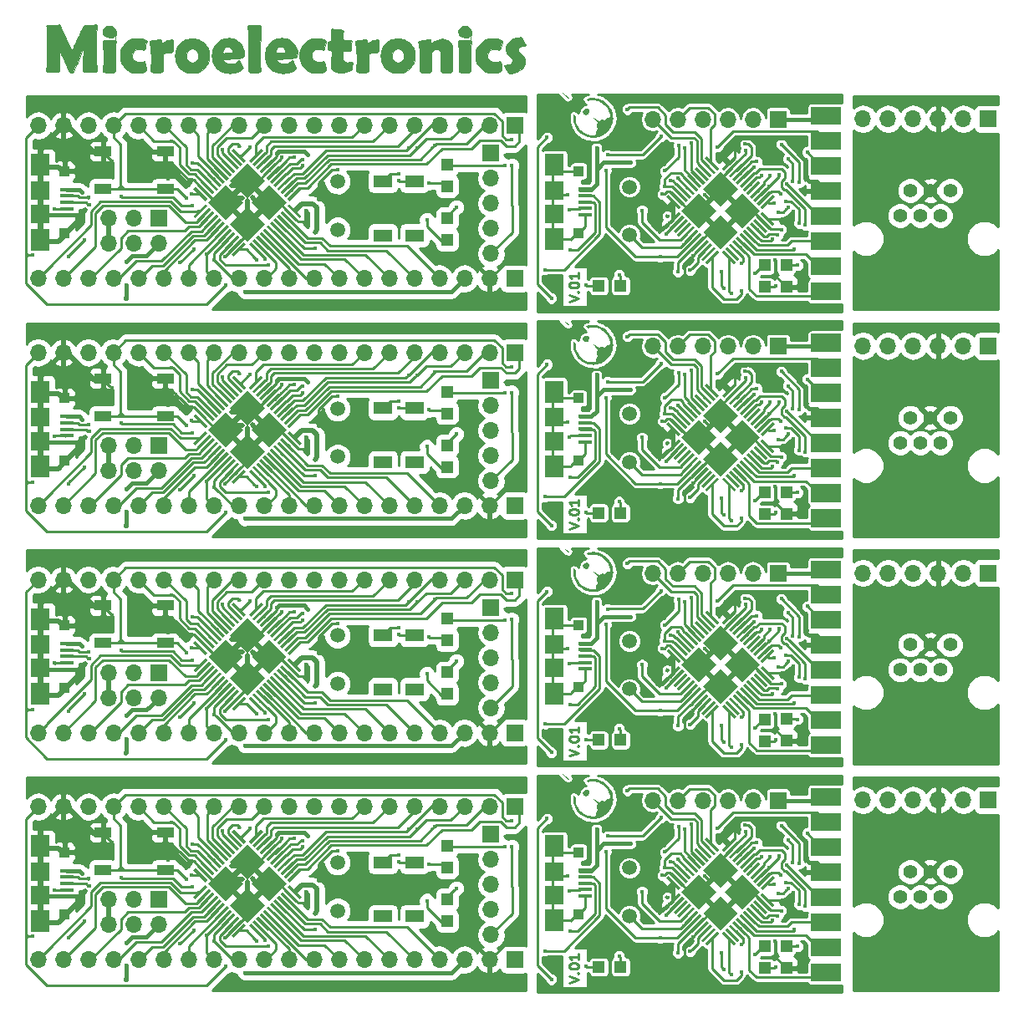
<source format=gtl>
%MOIN*%
%OFA0B0*%
%FSLAX46Y46*%
%IPPOS*%
%LPD*%
%ADD10C,0.0039370078740157488*%
%ADD11R,0.074803149606299218X0.051181102362204731*%
%ADD12C,0.059055118110236227*%
%ADD13R,0.074803149606299218X0.08858267716535434*%
%ADD14R,0.03937007874015748X0.03937007874015748*%
%ADD15R,0.053149606299212608X0.015748031496062995*%
%ADD16R,0.074803149606299218X0.074803149606299218*%
%ADD17R,0.066929133858267723X0.066929133858267723*%
%ADD18O,0.066929133858267723X0.066929133858267723*%
%ADD19R,0.066929133858267723X0.03937007874015748*%
%ADD20R,0.047244094488188976X0.047244094488188976*%
%ADD21C,0.017834645669291341*%
%ADD22C,0.015748031496062995*%
%ADD23C,0.00984251968503937*%
%ADD24C,0.011811023622047244*%
%ADD25C,0.01968503937007874*%
%ADD26C,0.01*%
%ADD37C,0.0039370078740157488*%
%ADD38R,0.074803149606299218X0.051181102362204731*%
%ADD39C,0.059055118110236227*%
%ADD40R,0.074803149606299218X0.08858267716535434*%
%ADD41R,0.03937007874015748X0.03937007874015748*%
%ADD42R,0.053149606299212608X0.015748031496062995*%
%ADD43R,0.074803149606299218X0.074803149606299218*%
%ADD44R,0.066929133858267723X0.066929133858267723*%
%ADD45O,0.066929133858267723X0.066929133858267723*%
%ADD46R,0.066929133858267723X0.03937007874015748*%
%ADD47R,0.047244094488188976X0.047244094488188976*%
%ADD48C,0.017834645669291341*%
%ADD49C,0.015748031496062995*%
%ADD50C,0.00984251968503937*%
%ADD51C,0.011811023622047244*%
%ADD52C,0.01968503937007874*%
%ADD53C,0.01*%
%ADD54C,0.0039370078740157488*%
%ADD55R,0.074803149606299218X0.051181102362204731*%
%ADD56C,0.059055118110236227*%
%ADD57R,0.074803149606299218X0.08858267716535434*%
%ADD58R,0.03937007874015748X0.03937007874015748*%
%ADD59R,0.053149606299212608X0.015748031496062995*%
%ADD60R,0.074803149606299218X0.074803149606299218*%
%ADD61R,0.066929133858267723X0.066929133858267723*%
%ADD62O,0.066929133858267723X0.066929133858267723*%
%ADD63R,0.066929133858267723X0.03937007874015748*%
%ADD64R,0.047244094488188976X0.047244094488188976*%
%ADD65C,0.017834645669291341*%
%ADD66C,0.015748031496062995*%
%ADD67C,0.00984251968503937*%
%ADD68C,0.011811023622047244*%
%ADD69C,0.01968503937007874*%
%ADD70C,0.01*%
%ADD71C,0.0039370078740157488*%
%ADD72R,0.074803149606299218X0.051181102362204731*%
%ADD73C,0.059055118110236227*%
%ADD74R,0.074803149606299218X0.08858267716535434*%
%ADD75R,0.03937007874015748X0.03937007874015748*%
%ADD76R,0.053149606299212608X0.015748031496062995*%
%ADD77R,0.074803149606299218X0.074803149606299218*%
%ADD78R,0.066929133858267723X0.066929133858267723*%
%ADD79O,0.066929133858267723X0.066929133858267723*%
%ADD80R,0.066929133858267723X0.03937007874015748*%
%ADD81R,0.047244094488188976X0.047244094488188976*%
%ADD82C,0.017834645669291341*%
%ADD83C,0.015748031496062995*%
%ADD84C,0.00984251968503937*%
%ADD85C,0.011811023622047244*%
%ADD86C,0.01968503937007874*%
%ADD87C,0.01*%
%ADD88C,0.0039370078740157488*%
%ADD89C,0.00984251968503937*%
%ADD90C,0.011811023622047244*%
%ADD91C,0.059055118110236227*%
%ADD92R,0.066929133858267723X0.066929133858267723*%
%ADD93O,0.066929133858267723X0.066929133858267723*%
%ADD94R,0.047244094488188976X0.047244094488188976*%
%ADD95R,0.074803149606299218X0.08858267716535434*%
%ADD96R,0.03937007874015748X0.03937007874015748*%
%ADD97R,0.053149606299212608X0.015748031496062995*%
%ADD98R,0.074803149606299218X0.074803149606299218*%
%ADD99C,0.017716535433070866*%
%ADD100C,0.017834645669291341*%
%ADD101C,0.015748031496062995*%
%ADD102C,0.023622047244094488*%
%ADD103C,0.01*%
%ADD104C,0.0039370078740157488*%
%ADD105C,0.00984251968503937*%
%ADD106C,0.011811023622047244*%
%ADD107C,0.059055118110236227*%
%ADD108R,0.066929133858267723X0.066929133858267723*%
%ADD109O,0.066929133858267723X0.066929133858267723*%
%ADD110R,0.047244094488188976X0.047244094488188976*%
%ADD111R,0.074803149606299218X0.08858267716535434*%
%ADD112R,0.03937007874015748X0.03937007874015748*%
%ADD113R,0.053149606299212608X0.015748031496062995*%
%ADD114R,0.074803149606299218X0.074803149606299218*%
%ADD115C,0.017716535433070866*%
%ADD116C,0.017834645669291341*%
%ADD117C,0.015748031496062995*%
%ADD118C,0.023622047244094488*%
%ADD119C,0.01*%
%ADD120C,0.0039370078740157488*%
%ADD121C,0.00984251968503937*%
%ADD122C,0.011811023622047244*%
%ADD123C,0.059055118110236227*%
%ADD124R,0.066929133858267723X0.066929133858267723*%
%ADD125O,0.066929133858267723X0.066929133858267723*%
%ADD126R,0.047244094488188976X0.047244094488188976*%
%ADD127R,0.074803149606299218X0.08858267716535434*%
%ADD128R,0.03937007874015748X0.03937007874015748*%
%ADD129R,0.053149606299212608X0.015748031496062995*%
%ADD130R,0.074803149606299218X0.074803149606299218*%
%ADD131C,0.017716535433070866*%
%ADD132C,0.017834645669291341*%
%ADD133C,0.015748031496062995*%
%ADD134C,0.023622047244094488*%
%ADD135C,0.01*%
%ADD136C,0.0039370078740157488*%
%ADD137C,0.00984251968503937*%
%ADD138C,0.011811023622047244*%
%ADD139C,0.059055118110236227*%
%ADD140R,0.066929133858267723X0.066929133858267723*%
%ADD141O,0.066929133858267723X0.066929133858267723*%
%ADD142R,0.047244094488188976X0.047244094488188976*%
%ADD143R,0.074803149606299218X0.08858267716535434*%
%ADD144R,0.03937007874015748X0.03937007874015748*%
%ADD145R,0.053149606299212608X0.015748031496062995*%
%ADD146R,0.074803149606299218X0.074803149606299218*%
%ADD147C,0.017716535433070866*%
%ADD148C,0.017834645669291341*%
%ADD149C,0.015748031496062995*%
%ADD150C,0.023622047244094488*%
%ADD151C,0.01*%
%ADD152C,0.0039370078740157488*%
%ADD153C,0.0029398031496062995*%
%ADD154C,0.0039370078740157488*%
%ADD155C,0.017125984251968505*%
%ADD156C,0.055118110236220472*%
%ADD157R,0.066929133858267723X0.066929133858267723*%
%ADD158O,0.066929133858267723X0.066929133858267723*%
%ADD159C,0.01*%
%ADD160C,0.0039370078740157488*%
%ADD161C,0.017125984251968505*%
%ADD162C,0.055118110236220472*%
%ADD163R,0.066929133858267723X0.066929133858267723*%
%ADD164O,0.066929133858267723X0.066929133858267723*%
%ADD165C,0.01*%
%ADD166C,0.0039370078740157488*%
%ADD167C,0.017125984251968505*%
%ADD168C,0.055118110236220472*%
%ADD169R,0.066929133858267723X0.066929133858267723*%
%ADD170O,0.066929133858267723X0.066929133858267723*%
%ADD171C,0.01*%
%ADD172C,0.0039370078740157488*%
%ADD173C,0.017125984251968505*%
%ADD174C,0.055118110236220472*%
%ADD175R,0.066929133858267723X0.066929133858267723*%
%ADD176O,0.066929133858267723X0.066929133858267723*%
%ADD177C,0.01*%
G01G01*
D10*
D11*
X0000000000Y0000905511D02*
X0001449685Y0000539685D03*
X0001449685Y0000323149D03*
X0001575669Y0000323149D03*
X0001575669Y0000539685D03*
D12*
X0001268582Y0000345590D03*
X0001268582Y0000537716D03*
D13*
X0000083543Y0000603464D03*
X0000083543Y0000306220D03*
D14*
X0000180000Y0000578858D03*
X0000180000Y0000330826D03*
D15*
X0000188874Y0000506023D03*
X0000188874Y0000480433D03*
X0000188874Y0000454842D03*
X0000188874Y0000429251D03*
X0000188874Y0000403661D03*
D16*
X0000083543Y0000407598D03*
X0000083543Y0000502086D03*
D10*
G36*
X0001076710Y0000448475D02*
X0001125427Y0000399757D01*
X0001117076Y0000391406D01*
X0001068358Y0000440124D01*
X0001076710Y0000448475D01*
X0001076710Y0000448475D01*
G37*
G36*
X0001062790Y0000434556D02*
X0001111508Y0000385838D01*
X0001103156Y0000377486D01*
X0001054438Y0000426204D01*
X0001062790Y0000434556D01*
X0001062790Y0000434556D01*
G37*
G36*
X0001048871Y0000420636D02*
X0001097589Y0000371918D01*
X0001089237Y0000363567D01*
X0001040519Y0000412285D01*
X0001048871Y0000420636D01*
X0001048871Y0000420636D01*
G37*
G36*
X0001034951Y0000406717D02*
X0001083669Y0000357999D01*
X0001075318Y0000349647D01*
X0001026600Y0000398365D01*
X0001034951Y0000406717D01*
X0001034951Y0000406717D01*
G37*
G36*
X0001021032Y0000392798D02*
X0001069750Y0000344080D01*
X0001061398Y0000335728D01*
X0001012680Y0000384446D01*
X0001021032Y0000392798D01*
X0001021032Y0000392798D01*
G37*
G36*
X0001047479Y0000321809D02*
X0000998761Y0000370527D01*
X0001007112Y0000378878D01*
X0001055830Y0000330160D01*
X0001047479Y0000321809D01*
X0001047479Y0000321809D01*
G37*
G36*
X0000993193Y0000364959D02*
X0001041911Y0000316241D01*
X0001033559Y0000307889D01*
X0000984841Y0000356607D01*
X0000993193Y0000364959D01*
X0000993193Y0000364959D01*
G37*
G36*
X0000979274Y0000351039D02*
X0001027992Y0000302321D01*
X0001019640Y0000293970D01*
X0000970922Y0000342688D01*
X0000979274Y0000351039D01*
X0000979274Y0000351039D01*
G37*
G36*
X0000965354Y0000337120D02*
X0001014072Y0000288402D01*
X0001005720Y0000280050D01*
X0000957002Y0000328768D01*
X0000965354Y0000337120D01*
X0000965354Y0000337120D01*
G37*
G36*
X0000951435Y0000323200D02*
X0001000153Y0000274483D01*
X0000991801Y0000266131D01*
X0000943083Y0000314849D01*
X0000951435Y0000323200D01*
X0000951435Y0000323200D01*
G37*
G36*
X0000937515Y0000309281D02*
X0000986233Y0000260563D01*
X0000977882Y0000252211D01*
X0000929164Y0000300929D01*
X0000937515Y0000309281D01*
X0000937515Y0000309281D01*
G37*
G36*
X0000923596Y0000295362D02*
X0000972314Y0000246644D01*
X0000963962Y0000238292D01*
X0000915244Y0000287010D01*
X0000923596Y0000295362D01*
X0000923596Y0000295362D01*
G37*
G36*
X0000984841Y0000551479D02*
X0001033559Y0000600197D01*
X0001041911Y0000591845D01*
X0000993193Y0000543127D01*
X0000984841Y0000551479D01*
X0000984841Y0000551479D01*
G37*
G36*
X0000998761Y0000537560D02*
X0001047479Y0000586278D01*
X0001055830Y0000577926D01*
X0001007112Y0000529208D01*
X0000998761Y0000537560D01*
X0000998761Y0000537560D01*
G37*
G36*
X0001012680Y0000523640D02*
X0001061398Y0000572358D01*
X0001069750Y0000564007D01*
X0001021032Y0000515289D01*
X0001012680Y0000523640D01*
X0001012680Y0000523640D01*
G37*
G36*
X0001026600Y0000509721D02*
X0001075318Y0000558439D01*
X0001083669Y0000550087D01*
X0001034951Y0000501369D01*
X0001026600Y0000509721D01*
X0001026600Y0000509721D01*
G37*
G36*
X0001040519Y0000495801D02*
X0001089237Y0000544519D01*
X0001097589Y0000536168D01*
X0001048871Y0000487450D01*
X0001040519Y0000495801D01*
X0001040519Y0000495801D01*
G37*
G36*
X0001054438Y0000481882D02*
X0001103156Y0000530600D01*
X0001111508Y0000522248D01*
X0001062790Y0000473530D01*
X0001054438Y0000481882D01*
X0001054438Y0000481882D01*
G37*
G36*
X0000970922Y0000565399D02*
X0001019640Y0000614116D01*
X0001027992Y0000605765D01*
X0000979274Y0000557047D01*
X0000970922Y0000565399D01*
X0000970922Y0000565399D01*
G37*
G36*
X0001068358Y0000467963D02*
X0001117076Y0000516680D01*
X0001125427Y0000508329D01*
X0001076710Y0000459611D01*
X0001068358Y0000467963D01*
X0001068358Y0000467963D01*
G37*
G36*
X0000957002Y0000579318D02*
X0001005720Y0000628036D01*
X0001014072Y0000619684D01*
X0000965354Y0000570966D01*
X0000957002Y0000579318D01*
X0000957002Y0000579318D01*
G37*
G36*
X0000943083Y0000593237D02*
X0000991801Y0000641955D01*
X0001000153Y0000633604D01*
X0000951435Y0000584886D01*
X0000943083Y0000593237D01*
X0000943083Y0000593237D01*
G37*
G36*
X0000929164Y0000607157D02*
X0000977882Y0000655875D01*
X0000986233Y0000647523D01*
X0000937515Y0000598805D01*
X0000929164Y0000607157D01*
X0000929164Y0000607157D01*
G37*
G36*
X0000915244Y0000621076D02*
X0000963962Y0000669794D01*
X0000972314Y0000661442D01*
X0000923596Y0000612725D01*
X0000915244Y0000621076D01*
X0000915244Y0000621076D01*
G37*
G36*
X0000771874Y0000586278D02*
X0000820592Y0000537560D01*
X0000812240Y0000529208D01*
X0000763522Y0000577926D01*
X0000771874Y0000586278D01*
X0000771874Y0000586278D01*
G37*
G36*
X0000785794Y0000600197D02*
X0000834512Y0000551479D01*
X0000826160Y0000543127D01*
X0000777442Y0000591845D01*
X0000785794Y0000600197D01*
X0000785794Y0000600197D01*
G37*
G36*
X0000799713Y0000614116D02*
X0000848431Y0000565399D01*
X0000840079Y0000557047D01*
X0000791361Y0000605765D01*
X0000799713Y0000614116D01*
X0000799713Y0000614116D01*
G37*
G36*
X0000813632Y0000628036D02*
X0000862350Y0000579318D01*
X0000853999Y0000570966D01*
X0000805281Y0000619684D01*
X0000813632Y0000628036D01*
X0000813632Y0000628036D01*
G37*
G36*
X0000827552Y0000641955D02*
X0000876270Y0000593237D01*
X0000867918Y0000584886D01*
X0000819200Y0000633604D01*
X0000827552Y0000641955D01*
X0000827552Y0000641955D01*
G37*
G36*
X0000841471Y0000655875D02*
X0000890189Y0000607157D01*
X0000881838Y0000598805D01*
X0000833120Y0000647523D01*
X0000841471Y0000655875D01*
X0000841471Y0000655875D01*
G37*
G36*
X0000855391Y0000669794D02*
X0000904109Y0000621076D01*
X0000895757Y0000612725D01*
X0000847039Y0000661442D01*
X0000855391Y0000669794D01*
X0000855391Y0000669794D01*
G37*
G36*
X0000757955Y0000572358D02*
X0000806673Y0000523640D01*
X0000798321Y0000515289D01*
X0000749603Y0000564007D01*
X0000757955Y0000572358D01*
X0000757955Y0000572358D01*
G37*
G36*
X0000744035Y0000558439D02*
X0000792753Y0000509721D01*
X0000784402Y0000501369D01*
X0000735684Y0000550087D01*
X0000744035Y0000558439D01*
X0000744035Y0000558439D01*
G37*
G36*
X0000730116Y0000544519D02*
X0000778834Y0000495801D01*
X0000770482Y0000487450D01*
X0000721764Y0000536168D01*
X0000730116Y0000544519D01*
X0000730116Y0000544519D01*
G37*
G36*
X0000716196Y0000530600D02*
X0000764914Y0000481882D01*
X0000756563Y0000473530D01*
X0000707845Y0000522248D01*
X0000716196Y0000530600D01*
X0000716196Y0000530600D01*
G37*
G36*
X0000702277Y0000516680D02*
X0000750995Y0000467963D01*
X0000742643Y0000459611D01*
X0000693925Y0000508329D01*
X0000702277Y0000516680D01*
X0000702277Y0000516680D01*
G37*
G36*
X0000777442Y0000316241D02*
X0000826160Y0000364959D01*
X0000834512Y0000356607D01*
X0000785794Y0000307889D01*
X0000777442Y0000316241D01*
X0000777442Y0000316241D01*
G37*
G36*
X0000763522Y0000330160D02*
X0000812240Y0000378878D01*
X0000820592Y0000370527D01*
X0000771874Y0000321809D01*
X0000763522Y0000330160D01*
X0000763522Y0000330160D01*
G37*
G36*
X0000791361Y0000302321D02*
X0000840079Y0000351039D01*
X0000848431Y0000342688D01*
X0000799713Y0000293970D01*
X0000791361Y0000302321D01*
X0000791361Y0000302321D01*
G37*
G36*
X0000805281Y0000288402D02*
X0000853999Y0000337120D01*
X0000862350Y0000328768D01*
X0000813632Y0000280050D01*
X0000805281Y0000288402D01*
X0000805281Y0000288402D01*
G37*
G36*
X0000819200Y0000274483D02*
X0000867918Y0000323200D01*
X0000876270Y0000314849D01*
X0000827552Y0000266131D01*
X0000819200Y0000274483D01*
X0000819200Y0000274483D01*
G37*
G36*
X0000833120Y0000260563D02*
X0000881838Y0000309281D01*
X0000890189Y0000300929D01*
X0000841471Y0000252211D01*
X0000833120Y0000260563D01*
X0000833120Y0000260563D01*
G37*
G36*
X0000847039Y0000246644D02*
X0000895757Y0000295362D01*
X0000904109Y0000287010D01*
X0000855391Y0000238292D01*
X0000847039Y0000246644D01*
X0000847039Y0000246644D01*
G37*
G36*
X0000749603Y0000344080D02*
X0000798321Y0000392798D01*
X0000806673Y0000384446D01*
X0000757955Y0000335728D01*
X0000749603Y0000344080D01*
X0000749603Y0000344080D01*
G37*
G36*
X0000735684Y0000357999D02*
X0000784402Y0000406717D01*
X0000792753Y0000398365D01*
X0000744035Y0000349647D01*
X0000735684Y0000357999D01*
X0000735684Y0000357999D01*
G37*
G36*
X0000721764Y0000371918D02*
X0000770482Y0000420636D01*
X0000778834Y0000412285D01*
X0000730116Y0000363567D01*
X0000721764Y0000371918D01*
X0000721764Y0000371918D01*
G37*
G36*
X0000707845Y0000385838D02*
X0000756563Y0000434556D01*
X0000764914Y0000426204D01*
X0000716196Y0000377486D01*
X0000707845Y0000385838D01*
X0000707845Y0000385838D01*
G37*
G36*
X0000693925Y0000399757D02*
X0000742643Y0000448475D01*
X0000750995Y0000440124D01*
X0000702277Y0000391406D01*
X0000693925Y0000399757D01*
X0000693925Y0000399757D01*
G37*
G36*
X0000995977Y0000523640D02*
X0001065574Y0000454043D01*
X0000995977Y0000384446D01*
X0000926380Y0000454043D01*
X0000995977Y0000523640D01*
X0000995977Y0000523640D01*
G37*
G36*
X0000823376Y0000523640D02*
X0000892973Y0000454043D01*
X0000823376Y0000384446D01*
X0000753779Y0000454043D01*
X0000823376Y0000523640D01*
X0000823376Y0000523640D01*
G37*
G36*
X0000909676Y0000437340D02*
X0000979274Y0000367743D01*
X0000909676Y0000298145D01*
X0000840079Y0000367743D01*
X0000909676Y0000437340D01*
X0000909676Y0000437340D01*
G37*
G36*
X0000909676Y0000609941D02*
X0000979274Y0000540344D01*
X0000909676Y0000470746D01*
X0000840079Y0000540344D01*
X0000909676Y0000609941D01*
X0000909676Y0000609941D01*
G37*
D17*
X0001880787Y0000650314D03*
D18*
X0001880787Y0000550314D03*
X0001880787Y0000450314D03*
X0001880787Y0000350314D03*
X0001880787Y0000250314D03*
D19*
X0000333149Y0000658188D03*
X0000581181Y0000658188D03*
X0000333149Y0000508582D03*
X0000581181Y0000508582D03*
D17*
X0001974488Y0000150314D03*
D18*
X0001874488Y0000150314D03*
X0001774488Y0000150314D03*
X0001674488Y0000150314D03*
X0001574488Y0000150314D03*
X0001474488Y0000150314D03*
X0001374488Y0000150314D03*
X0001274488Y0000150314D03*
X0001174488Y0000150314D03*
X0001074488Y0000150314D03*
X0000974488Y0000150314D03*
X0000874488Y0000150314D03*
X0000774488Y0000150314D03*
X0000674488Y0000150314D03*
X0000574488Y0000150314D03*
X0000474488Y0000150314D03*
X0000374488Y0000150314D03*
X0000274488Y0000150314D03*
X0000174488Y0000150314D03*
X0000074488Y0000150314D03*
D17*
X0001974488Y0000760551D03*
D18*
X0001874488Y0000760551D03*
X0001774488Y0000760551D03*
X0001674488Y0000760551D03*
X0001574488Y0000760551D03*
X0001474488Y0000760551D03*
X0001374488Y0000760551D03*
X0001274488Y0000760551D03*
X0001174488Y0000760551D03*
X0001074488Y0000760551D03*
X0000974488Y0000760551D03*
X0000874488Y0000760551D03*
X0000774488Y0000760551D03*
X0000674488Y0000760551D03*
X0000574488Y0000760551D03*
X0000474488Y0000760551D03*
X0000374488Y0000760551D03*
X0000274488Y0000760551D03*
X0000174488Y0000760551D03*
X0000074488Y0000760551D03*
D17*
X0000555511Y0000390551D03*
D18*
X0000555511Y0000290551D03*
X0000455511Y0000390551D03*
X0000455511Y0000290551D03*
X0000355511Y0000390551D03*
X0000355511Y0000290551D03*
D20*
X0001705984Y0000605039D03*
X0001705984Y0000518425D03*
X0001705984Y0000391259D03*
X0001705984Y0000304645D03*
D21*
X0000196009Y0000237190D03*
X0000898818Y0000099074D03*
X0000258661Y0000305118D03*
X0000249606Y0000495275D03*
X0000452440Y0000614094D03*
X0001333464Y0000411023D03*
X0000820411Y0000236636D03*
X0001046794Y0000633500D03*
X0000262616Y0000424685D03*
X0000368503Y0000619291D03*
X0001142913Y0000422440D03*
X0000591644Y0000549696D03*
X0000687086Y0000543228D03*
X0001142343Y0000377225D03*
X0001269370Y0000585748D03*
X0000255984Y0000693622D03*
X0000844960Y0000523149D03*
X0000908740Y0000460747D03*
X0000928031Y0000473543D03*
X0000891023Y0000471181D03*
X0001192992Y0000469606D03*
X0001963385Y0000601968D03*
X0001094488Y0000633523D03*
X0000667460Y0000470359D03*
X0001962992Y0000705118D03*
X0001512283Y0000568425D03*
X0001585975Y0000671899D03*
X0001513385Y0000540944D03*
X0001551796Y0000671564D03*
X0001129420Y0000600057D03*
X0001128792Y0000626144D03*
X0001632677Y0000532283D03*
X0001624822Y0000385830D03*
X0000405590Y0000479507D03*
X0000689370Y0000440551D03*
X0000696141Y0000269665D03*
X0000639457Y0000213297D03*
X0001655984Y0000682204D03*
X0000918110Y0000674409D03*
X0000876771Y0000677952D03*
X0000809921Y0000664094D03*
X0000979392Y0000228090D03*
X0000994173Y0000203464D03*
X0000775667Y0000224192D03*
X0000747096Y0000247391D03*
X0001178425Y0000270393D03*
X0000689055Y0000612519D03*
X0000275650Y0000473892D03*
X0000141023Y0000428523D03*
X0000278720Y0000445920D03*
X0000604724Y0000699606D03*
X0000054015Y0000243622D03*
X0000821731Y0000123740D03*
X0000424094Y0000070393D03*
X0000424881Y0000126416D03*
X0001025341Y0000647668D03*
X0001937161Y0000600604D03*
X0000425669Y0000217637D03*
X0001149685Y0000644015D03*
X0000685181Y0000488984D03*
X0000946423Y0000225642D03*
X0001178031Y0000334960D03*
X0001742992Y0000435748D03*
D22*
X0000188874Y0000506023D02*
X0000238858Y0000506023D01*
X0000238858Y0000506023D02*
X0000249606Y0000495275D01*
D23*
X0000196009Y0000242466D02*
X0000196009Y0000237190D01*
X0000258661Y0000305118D02*
X0000196009Y0000242466D01*
D22*
X0001723248Y0000099074D02*
X0000911429Y0000099074D01*
X0001774488Y0000150314D02*
X0001723248Y0000099074D01*
X0000911429Y0000099074D02*
X0000898818Y0000099074D01*
D23*
X0001774488Y0000148740D02*
X0001722913Y0000097165D01*
D24*
X0000246929Y0000497952D02*
X0000249606Y0000495275D01*
D25*
X0000233521Y0000377064D02*
X0000233521Y0000395590D01*
D22*
X0000083543Y0000407598D02*
X0000087480Y0000403661D01*
X0000087480Y0000403661D02*
X0000188874Y0000403661D01*
X0000188874Y0000403661D02*
X0000231197Y0000403661D01*
X0000231197Y0000403661D02*
X0000233521Y0000401337D01*
X0000233521Y0000401337D02*
X0000233521Y0000395590D01*
D25*
X0000180000Y0000330826D02*
X0000187283Y0000330826D01*
X0000187283Y0000330826D02*
X0000233521Y0000377064D01*
D22*
X0000088054Y0000403858D02*
X0000083724Y0000399527D01*
D25*
X0000083724Y0000595393D02*
X0000155574Y0000595393D01*
X0000155574Y0000595393D02*
X0000180180Y0000570787D01*
X0000083724Y0000298149D02*
X0000155574Y0000298149D01*
X0000155574Y0000298149D02*
X0000180180Y0000322755D01*
X0000083724Y0000399527D02*
X0000083724Y0000298149D01*
X0000083724Y0000494015D02*
X0000083724Y0000399527D01*
X0000083724Y0000595393D02*
X0000083724Y0000494015D01*
X0000082755Y0000668818D02*
X0000083724Y0000667850D01*
X0000083724Y0000667850D02*
X0000083724Y0000595393D01*
D23*
X0000629593Y0000588110D02*
X0000637861Y0000579842D01*
X0000637861Y0000579842D02*
X0000674475Y0000543228D01*
X0000622125Y0000580642D02*
X0000637061Y0000580642D01*
X0000637061Y0000580642D02*
X0000637861Y0000579842D01*
X0000622125Y0000580642D02*
X0000629593Y0000588110D01*
X0000607480Y0000565996D02*
X0000622125Y0000580642D01*
X0000607559Y0000610144D02*
X0000622125Y0000595577D01*
X0000622125Y0000595577D02*
X0000629593Y0000588110D01*
X0000622125Y0000580642D02*
X0000622125Y0000595577D01*
X0000607480Y0000565531D02*
X0000607480Y0000565996D01*
D25*
X0000332755Y0000651102D02*
X0000299685Y0000651102D01*
X0000299685Y0000651102D02*
X0000190236Y0000760551D01*
X0000190236Y0000760551D02*
X0000174488Y0000760551D01*
D23*
X0000465051Y0000614094D02*
X0000452440Y0000614094D01*
X0000603609Y0000614094D02*
X0000465051Y0000614094D01*
X0000607559Y0000610144D02*
X0000603609Y0000614094D01*
D22*
X0001324547Y0000419940D02*
X0001333464Y0000411023D01*
X0001274881Y0000469606D02*
X0001324547Y0000419940D01*
X0001192992Y0000469606D02*
X0001274881Y0000469606D01*
D23*
X0000591644Y0000549696D02*
X0000607480Y0000565531D01*
X0000607480Y0000610066D02*
X0000607559Y0000610144D01*
X0000861308Y0000280955D02*
X0000820078Y0000239725D01*
X0000820078Y0000236969D02*
X0000820411Y0000236636D01*
X0000820078Y0000239725D02*
X0000820078Y0000236969D01*
X0001874488Y0000148740D02*
X0001992992Y0000267244D01*
X0001000875Y0000587581D02*
X0001037877Y0000624583D01*
X0001000875Y0000585608D02*
X0001000875Y0000587581D01*
X0001037877Y0000624583D02*
X0001046794Y0000633500D01*
D25*
X0000253698Y0000415768D02*
X0000262616Y0000424685D01*
X0000233521Y0000395590D02*
X0000253698Y0000415768D01*
D23*
X0000336692Y0000651102D02*
X0000359586Y0000628208D01*
X0000332755Y0000651102D02*
X0000336692Y0000651102D01*
X0000359586Y0000628208D02*
X0000368503Y0000619291D01*
D22*
X0001142343Y0000421871D02*
X0001142913Y0000422440D01*
X0001142343Y0000377225D02*
X0001142343Y0000421871D01*
D23*
X0000736033Y0000502273D02*
X0000694685Y0000543622D01*
X0000694685Y0000543622D02*
X0000687480Y0000543622D01*
X0000687480Y0000543622D02*
X0000687086Y0000543228D01*
X0000674475Y0000543228D02*
X0000687086Y0000543228D01*
D22*
X0001874488Y0000150314D02*
X0001778425Y0000246377D01*
D25*
X0000174488Y0000760551D02*
X0000082755Y0000668818D01*
D23*
X0001082973Y0000406021D02*
X0001034951Y0000454043D01*
X0001034951Y0000454043D02*
X0000995977Y0000454043D01*
X0001142343Y0000377225D02*
X0001111749Y0000377225D01*
X0001111749Y0000377225D02*
X0001111749Y0000377246D01*
X0001111749Y0000377246D02*
X0001082973Y0000406021D01*
X0001142343Y0000377308D02*
X0001142343Y0000377225D01*
X0001142172Y0000377480D02*
X0001142343Y0000377308D01*
X0000995748Y0000454251D02*
X0001034722Y0000454251D01*
X0001256759Y0000585748D02*
X0001269370Y0000585748D01*
X0001192992Y0000469606D02*
X0001192992Y0000532150D01*
X0001246589Y0000585748D02*
X0001256759Y0000585748D01*
X0001192992Y0000532150D02*
X0001246589Y0000585748D01*
X0000999227Y0000585790D02*
X0000953989Y0000540552D01*
X0000953989Y0000540552D02*
X0000909447Y0000540552D01*
D25*
X0000909447Y0000367951D02*
X0000823147Y0000454251D01*
X0000995748Y0000454251D02*
X0000909447Y0000367951D01*
X0000995748Y0000454251D02*
X0000909447Y0000540552D01*
X0000891023Y0000471181D02*
X0000840076Y0000471181D01*
X0000840076Y0000471181D02*
X0000823147Y0000454251D01*
X0000908740Y0000460747D02*
X0000908740Y0000368658D01*
X0000995748Y0000454251D02*
X0000947322Y0000454251D01*
X0000947322Y0000454251D02*
X0000928031Y0000473543D01*
X0000909447Y0000540552D02*
X0000823147Y0000454251D01*
X0000844960Y0000523149D02*
X0000892044Y0000523149D01*
X0000892044Y0000523149D02*
X0000909447Y0000540552D01*
D23*
X0000909447Y0000367951D02*
X0000909447Y0000328977D01*
X0000909447Y0000328977D02*
X0000861425Y0000280955D01*
X0000823147Y0000454251D02*
X0000876067Y0000454251D01*
X0000736150Y0000502273D02*
X0000784172Y0000454251D01*
X0000784172Y0000454251D02*
X0000823147Y0000454251D01*
X0001083534Y0000406229D02*
X0001082627Y0000406229D01*
X0001082627Y0000406229D02*
X0001082627Y0000406229D01*
X0000302440Y0000651102D02*
X0000332755Y0000651102D01*
D25*
X0000082755Y0000584566D02*
X0000082755Y0000560944D01*
D23*
X0000386692Y0000508582D02*
X0000416614Y0000508582D01*
X0000416614Y0000508582D02*
X0000581181Y0000508582D01*
X0000404271Y0000521181D02*
X0000404271Y0000520924D01*
X0000404271Y0000520924D02*
X0000416614Y0000508582D01*
X0000333149Y0000508582D02*
X0000386692Y0000508582D01*
X0000391673Y0000508582D02*
X0000404271Y0000521181D01*
X0000404271Y0000683441D02*
X0000404271Y0000521181D01*
X0000386692Y0000508582D02*
X0000391673Y0000508582D01*
X0000404271Y0000521181D02*
X0000404271Y0000511811D01*
X0000667460Y0000470359D02*
X0000629237Y0000508582D01*
X0000629237Y0000508582D02*
X0000581181Y0000508582D01*
X0001963385Y0000442834D02*
X0001963385Y0000589357D01*
X0001964960Y0000441259D02*
X0001963385Y0000442834D01*
X0001963385Y0000589357D02*
X0001963385Y0000601968D01*
X0001964960Y0000434488D02*
X0001964960Y0000441259D01*
X0001964960Y0000441259D02*
X0001964960Y0000334488D01*
X0001964960Y0000334488D02*
X0001880787Y0000250314D01*
X0001017392Y0000574724D02*
X0001017471Y0000574803D01*
X0001017471Y0000574803D02*
X0001017908Y0000574803D01*
X0001017908Y0000574803D02*
X0001042179Y0000599073D01*
X0001061102Y0000617102D02*
X0001077523Y0000633523D01*
X0001042179Y0000599073D02*
X0001043125Y0000599073D01*
X0001043125Y0000599073D02*
X0001061102Y0000617050D01*
X0001061102Y0000617050D02*
X0001061102Y0000617102D01*
X0001077523Y0000633523D02*
X0001094488Y0000633523D01*
X0000374488Y0000760551D02*
X0000374488Y0000713225D01*
X0000374488Y0000713225D02*
X0000404271Y0000683441D01*
X0001894133Y0000809370D02*
X0001924488Y0000779015D01*
X0000423307Y0000809370D02*
X0001894133Y0000809370D01*
X0000374488Y0000760551D02*
X0000423307Y0000809370D01*
X0000580787Y0000501496D02*
X0000568056Y0000514227D01*
X0000580787Y0000501496D02*
X0000580787Y0000508107D01*
X0000391732Y0000761811D02*
X0000391338Y0000761811D01*
X0001880787Y0000256220D02*
X0001880787Y0000250314D01*
X0001950381Y0000705118D02*
X0001962992Y0000705118D01*
X0001940551Y0000705118D02*
X0001950381Y0000705118D01*
X0001924488Y0000721181D02*
X0001940551Y0000705118D01*
X0001924488Y0000779015D02*
X0001924488Y0000721181D01*
X0001556969Y0000642893D02*
X0001577057Y0000662981D01*
X0001577057Y0000662981D02*
X0001585975Y0000671899D01*
X0001228570Y0000642893D02*
X0001556969Y0000642893D01*
X0001137566Y0000551890D02*
X0001228570Y0000642893D01*
X0001068708Y0000516193D02*
X0001104404Y0000551890D01*
X0001104404Y0000551890D02*
X0001137566Y0000551890D01*
X0001621142Y0000707066D02*
X0001719822Y0000707066D01*
X0001719822Y0000707066D02*
X0001774488Y0000761732D01*
X0001585975Y0000671899D02*
X0001621142Y0000707066D01*
X0001512283Y0000568425D02*
X0001478425Y0000568425D01*
X0001478425Y0000568425D02*
X0001449685Y0000539685D01*
X0001514645Y0000539685D02*
X0001513385Y0000540944D01*
X0001575669Y0000539685D02*
X0001514645Y0000539685D01*
X0001542879Y0000662647D02*
X0001551796Y0000671564D01*
X0001221231Y0000660610D02*
X0001540842Y0000660610D01*
X0001055134Y0000529904D02*
X0001094837Y0000569606D01*
X0001130228Y0000569606D02*
X0001221231Y0000660610D01*
X0001540842Y0000660610D02*
X0001542879Y0000662647D01*
X0001094837Y0000569606D02*
X0001130228Y0000569606D01*
X0001551796Y0000671564D02*
X0001641177Y0000760944D01*
X0001641177Y0000760944D02*
X0001674881Y0000760944D01*
X0001674881Y0000760944D02*
X0001674488Y0000760551D01*
X0001575669Y0000539685D02*
X0001563858Y0000539685D01*
X0001691811Y0000761732D02*
X0001691732Y0000761811D01*
X0001129420Y0000600057D02*
X0001120562Y0000591199D01*
X0001120562Y0000591199D02*
X0001088153Y0000591199D01*
X0001088153Y0000591199D02*
X0001068129Y0000571175D01*
X0001068129Y0000571175D02*
X0001040986Y0000544032D01*
X0001040986Y0000544032D02*
X0001042221Y0000544032D01*
X0001078819Y0000609764D02*
X0001078819Y0000609712D01*
X0001078819Y0000609712D02*
X0001026876Y0000557769D01*
X0001078819Y0000609764D02*
X0001078819Y0000609704D01*
X0001078819Y0000609764D02*
X0001107322Y0000609764D01*
X0001107322Y0000609764D02*
X0001123703Y0000626144D01*
X0001123703Y0000626144D02*
X0001128792Y0000626144D01*
X0001634330Y0000530629D02*
X0001632677Y0000532283D01*
X0001716220Y0000530629D02*
X0001634330Y0000530629D01*
X0001624822Y0000358641D02*
X0001624822Y0000373219D01*
X0001716220Y0000300708D02*
X0001682755Y0000300708D01*
X0001682755Y0000300708D02*
X0001624822Y0000358641D01*
X0001624822Y0000373219D02*
X0001624822Y0000385830D01*
X0001716220Y0000309073D02*
X0001716220Y0000300708D01*
X0000689370Y0000440551D02*
X0000646566Y0000440551D01*
X0000646566Y0000440551D02*
X0000611605Y0000475511D01*
X0000611605Y0000475511D02*
X0000409921Y0000475511D01*
X0000409921Y0000475511D02*
X0000405925Y0000479507D01*
X0000405925Y0000479507D02*
X0000405590Y0000479507D01*
X0000695825Y0000269665D02*
X0000696141Y0000269665D01*
X0000639457Y0000213297D02*
X0000695825Y0000269665D01*
X0001941558Y0000679055D02*
X0001975432Y0000679055D01*
X0001994173Y0000742047D02*
X0001974488Y0000761732D01*
X0001918724Y0000701889D02*
X0001941558Y0000679055D01*
X0001835393Y0000701889D02*
X0001918724Y0000701889D01*
X0001685314Y0000668621D02*
X0001802125Y0000668621D01*
X0001624153Y0000607460D02*
X0001685314Y0000668621D01*
X0001243247Y0000607460D02*
X0001624153Y0000607460D01*
X0001802125Y0000668621D02*
X0001835393Y0000701889D01*
X0001148306Y0000512519D02*
X0001243247Y0000607460D01*
X0001994173Y0000697795D02*
X0001994173Y0000742047D01*
X0001120000Y0000512519D02*
X0001148306Y0000512519D01*
X0001096893Y0000489412D02*
X0001120000Y0000512519D01*
X0001096893Y0000488146D02*
X0001096893Y0000489412D01*
X0001975432Y0000679055D02*
X0001994173Y0000697795D01*
X0001647066Y0000673287D02*
X0001655984Y0000682204D01*
X0001598956Y0000625176D02*
X0001647066Y0000673287D01*
X0001140968Y0000530236D02*
X0001235908Y0000625176D01*
X0001110589Y0000530236D02*
X0001140968Y0000530236D01*
X0001082627Y0000502273D02*
X0001110589Y0000530236D01*
X0001235908Y0000625176D02*
X0001598956Y0000625176D01*
X0001874488Y0000760551D02*
X0001854803Y0000760551D01*
X0001854803Y0000760551D02*
X0001781968Y0000687716D01*
X0001781968Y0000687716D02*
X0001661101Y0000687716D01*
X0001661101Y0000687716D02*
X0001655984Y0000682598D01*
X0001655984Y0000682598D02*
X0001655984Y0000682204D01*
X0000971618Y0000613420D02*
X0001002826Y0000644628D01*
X0001002826Y0000644628D02*
X0001002826Y0000666448D01*
X0001002826Y0000666448D02*
X0001015236Y0000678858D01*
X0001015236Y0000678858D02*
X0001508779Y0000678858D01*
X0001508779Y0000678858D02*
X0001591732Y0000761811D01*
X0000985109Y0000654751D02*
X0000984841Y0000654483D01*
X0001410512Y0000696575D02*
X0001001850Y0000696575D01*
X0000985109Y0000679834D02*
X0000985109Y0000654751D01*
X0001001850Y0000696575D02*
X0000985109Y0000679834D01*
X0001474488Y0000760551D02*
X0001410512Y0000696575D01*
X0000984841Y0000654483D02*
X0000957698Y0000627340D01*
X0001327047Y0000714291D02*
X0001374488Y0000761732D01*
X0000973110Y0000714291D02*
X0001327047Y0000714291D01*
X0000943433Y0000684614D02*
X0000973110Y0000714291D01*
X0000943433Y0000641468D02*
X0000943433Y0000684614D01*
X0000909192Y0000665491D02*
X0000918110Y0000674409D01*
X0000884986Y0000641285D02*
X0000909192Y0000665491D01*
X0000875154Y0000641285D02*
X0000884986Y0000641285D01*
X0000861308Y0000627548D02*
X0000861308Y0000629078D01*
X0000850000Y0000686614D02*
X0000868897Y0000686614D01*
X0000861308Y0000629078D02*
X0000834244Y0000656142D01*
X0000834244Y0000656142D02*
X0000834244Y0000670858D01*
X0000868897Y0000686614D02*
X0000877952Y0000677559D01*
X0000834244Y0000670858D02*
X0000850000Y0000686614D01*
X0000809921Y0000651483D02*
X0000809921Y0000664094D01*
X0000809921Y0000651097D02*
X0000809921Y0000651483D01*
X0000847389Y0000613629D02*
X0000809921Y0000651097D01*
X0000974488Y0000761732D02*
X0000924881Y0000712125D01*
X0000924881Y0000712125D02*
X0000826605Y0000712125D01*
X0000826605Y0000712125D02*
X0000787874Y0000673394D01*
X0000787874Y0000673394D02*
X0000787874Y0000645305D01*
X0000787874Y0000645305D02*
X0000833469Y0000599709D01*
X0000770157Y0000680732D02*
X0000851157Y0000761732D01*
X0000770157Y0000635183D02*
X0000770157Y0000680732D01*
X0000819550Y0000585790D02*
X0000770157Y0000635183D01*
X0000851157Y0000761732D02*
X0000874488Y0000761732D01*
X0000876141Y0000761811D02*
X0000891732Y0000761811D01*
X0000791732Y0000761811D02*
X0000778751Y0000761811D01*
X0000778751Y0000761811D02*
X0000748110Y0000731169D01*
X0000748110Y0000731169D02*
X0000748110Y0000629391D01*
X0000748110Y0000629391D02*
X0000805630Y0000571871D01*
X0000712283Y0000722756D02*
X0000712283Y0000637380D01*
X0000674488Y0000760551D02*
X0000712283Y0000722756D01*
X0000712283Y0000637380D02*
X0000791711Y0000557951D01*
X0000709162Y0000584960D02*
X0000683897Y0000584960D01*
X0000664645Y0000674384D02*
X0000577298Y0000761732D01*
X0000764218Y0000529904D02*
X0000709162Y0000584960D01*
X0000683897Y0000584960D02*
X0000664645Y0000604212D01*
X0000664645Y0000604212D02*
X0000664645Y0000674384D01*
X0000577298Y0000761732D02*
X0000574488Y0000761732D01*
X0000943779Y0000266827D02*
X0000979392Y0000231214D01*
X0000979392Y0000231214D02*
X0000979392Y0000228090D01*
X0000821487Y0000203464D02*
X0000981562Y0000203464D01*
X0000847735Y0000294666D02*
X0000798441Y0000245372D01*
X0000798441Y0000245372D02*
X0000798441Y0000226510D01*
X0000798441Y0000226510D02*
X0000821487Y0000203464D01*
X0000981562Y0000203464D02*
X0000994173Y0000203464D01*
X0001068708Y0000392310D02*
X0001149286Y0000311732D01*
X0001149286Y0000311732D02*
X0001206377Y0000311732D01*
X0001206377Y0000311732D02*
X0001237874Y0000280236D01*
X0001237874Y0000280236D02*
X0001544566Y0000280236D01*
X0001544566Y0000280236D02*
X0001674488Y0000150314D01*
X0001054788Y0000378391D02*
X0001139754Y0000293424D01*
X0001139754Y0000293424D02*
X0001199630Y0000293424D01*
X0001199630Y0000293424D02*
X0001230535Y0000262519D01*
X0001230535Y0000262519D02*
X0001462283Y0000262519D01*
X0001462283Y0000262519D02*
X0001574488Y0000150314D01*
X0001026949Y0000350552D02*
X0001132699Y0000244803D01*
X0001132699Y0000244803D02*
X0001380000Y0000244803D01*
X0001380000Y0000244803D02*
X0001474488Y0000150314D01*
X0001013030Y0000336632D02*
X0001122576Y0000227086D01*
X0001122576Y0000227086D02*
X0001297716Y0000227086D01*
X0001297716Y0000227086D02*
X0001374488Y0000150314D01*
X0000999110Y0000322713D02*
X0001112454Y0000209369D01*
X0001112454Y0000209369D02*
X0001215433Y0000209369D01*
X0001215433Y0000209369D02*
X0001274488Y0000150314D01*
X0001174488Y0000150314D02*
X0001144173Y0000150314D01*
X0001144173Y0000150314D02*
X0000985511Y0000308976D01*
X0000971272Y0000294874D02*
X0000972801Y0000294874D01*
X0000972801Y0000294874D02*
X0001074488Y0000193188D01*
X0001074488Y0000193188D02*
X0001074488Y0000141653D01*
X0000974488Y0000141653D02*
X0001022972Y0000190137D01*
X0001022972Y0000190137D02*
X0001022972Y0000215216D01*
X0000993082Y0000245500D02*
X0000992204Y0000246377D01*
X0001022972Y0000215216D02*
X0000993082Y0000245106D01*
X0000993082Y0000245106D02*
X0000993082Y0000245500D01*
X0000992204Y0000246377D02*
X0000991558Y0000246377D01*
X0000991558Y0000246377D02*
X0000957352Y0000280583D01*
X0000775667Y0000236803D02*
X0000775667Y0000224192D01*
X0000833469Y0000308793D02*
X0000775667Y0000250991D01*
X0000775667Y0000250991D02*
X0000775667Y0000236803D01*
X0000851119Y0000148740D02*
X0000784584Y0000215275D01*
X0000874488Y0000148740D02*
X0000851119Y0000148740D01*
X0000784584Y0000215275D02*
X0000775667Y0000224192D01*
X0000874488Y0000141653D02*
X0000863070Y0000141653D01*
X0000774488Y0000150314D02*
X0000747716Y0000177086D01*
X0000747716Y0000177086D02*
X0000747716Y0000246771D01*
X0000747716Y0000246771D02*
X0000747096Y0000247391D01*
X0000819550Y0000322713D02*
X0000746535Y0000249698D01*
X0000746535Y0000249698D02*
X0000746535Y0000247559D01*
X0000746535Y0000247559D02*
X0000746929Y0000247559D01*
X0000746929Y0000247559D02*
X0000747096Y0000247391D01*
X0000805630Y0000336632D02*
X0000674488Y0000205490D01*
X0000674488Y0000205490D02*
X0000674488Y0000141653D01*
X0000699878Y0000304423D02*
X0000745720Y0000304423D01*
X0000574488Y0000179033D02*
X0000699878Y0000304423D01*
X0000745720Y0000304423D02*
X0000792031Y0000350734D01*
X0000574488Y0000150314D02*
X0000574488Y0000179033D01*
X0000574488Y0000141653D02*
X0000582950Y0000141653D01*
X0000591732Y0000141811D02*
X0000591811Y0000141889D01*
X0000591811Y0000141889D02*
X0000591811Y0000150651D01*
X0000692539Y0000322140D02*
X0000573076Y0000202677D01*
X0000528425Y0000202677D02*
X0000474488Y0000148740D01*
X0000735460Y0000322140D02*
X0000692539Y0000322140D01*
X0000777792Y0000364471D02*
X0000735460Y0000322140D01*
X0000573076Y0000202677D02*
X0000528425Y0000202677D01*
X0000491732Y0000141811D02*
X0000492204Y0000142283D01*
X0000374488Y0000150314D02*
X0000394960Y0000150314D01*
X0000394960Y0000150314D02*
X0000465039Y0000220393D01*
X0000465039Y0000220393D02*
X0000565738Y0000220393D01*
X0000725893Y0000339856D02*
X0000764218Y0000378182D01*
X0000565738Y0000220393D02*
X0000685201Y0000339856D01*
X0000685201Y0000339856D02*
X0000725893Y0000339856D01*
X0000749953Y0000392310D02*
X0000715216Y0000357573D01*
X0000715216Y0000357573D02*
X0000675683Y0000357573D01*
X0000675683Y0000357573D02*
X0000659842Y0000341732D01*
X0000659842Y0000341732D02*
X0000434015Y0000341732D01*
X0000434015Y0000341732D02*
X0000404803Y0000312519D01*
X0000404803Y0000312519D02*
X0000404803Y0000272574D01*
X0000404803Y0000272574D02*
X0000404621Y0000272574D01*
X0000404621Y0000272574D02*
X0000282362Y0000150314D01*
X0000282362Y0000150314D02*
X0000280000Y0000150314D01*
X0000280000Y0000150314D02*
X0000274488Y0000150314D01*
X0000274488Y0000142259D02*
X0000274488Y0000141653D01*
X0000596929Y0000440078D02*
X0000661717Y0000375290D01*
X0000661717Y0000375290D02*
X0000705648Y0000375290D01*
X0000303622Y0000412519D02*
X0000331181Y0000440078D01*
X0000174488Y0000150314D02*
X0000303622Y0000279448D01*
X0000303622Y0000279448D02*
X0000303622Y0000412519D01*
X0000331181Y0000440078D02*
X0000596929Y0000440078D01*
X0000705648Y0000375290D02*
X0000709237Y0000378878D01*
X0000709237Y0000378878D02*
X0000736380Y0000406021D01*
X0000709069Y0000418838D02*
X0000710172Y0000419940D01*
X0000643223Y0000418838D02*
X0000709069Y0000418838D01*
X0000074488Y0000150314D02*
X0000107952Y0000183779D01*
X0000604267Y0000457795D02*
X0000643223Y0000418838D01*
X0000323842Y0000457795D02*
X0000604267Y0000457795D01*
X0000285905Y0000419858D02*
X0000323842Y0000457795D01*
X0000710172Y0000419940D02*
X0000722460Y0000419940D01*
X0000107952Y0000185362D02*
X0000285905Y0000363315D01*
X0000107952Y0000183779D02*
X0000107952Y0000185362D01*
X0000285905Y0000363315D02*
X0000285905Y0000419858D01*
X0001134947Y0000270393D02*
X0001178425Y0000270393D01*
X0001040869Y0000364471D02*
X0001134947Y0000270393D01*
X0000701666Y0000612519D02*
X0000689055Y0000612519D01*
X0000709442Y0000612519D02*
X0000701666Y0000612519D01*
X0000778138Y0000543823D02*
X0000709442Y0000612519D01*
X0000188874Y0000480433D02*
X0000232314Y0000480433D01*
X0000232314Y0000480433D02*
X0000239184Y0000473563D01*
X0000239184Y0000473563D02*
X0000262709Y0000473563D01*
X0000262709Y0000473563D02*
X0000263039Y0000473892D01*
X0000263039Y0000473892D02*
X0000275650Y0000473892D01*
X0000273937Y0000472362D02*
X0000275590Y0000474015D01*
X0000275590Y0000474015D02*
X0000275590Y0000473952D01*
X0000275590Y0000473952D02*
X0000275650Y0000473892D01*
X0000141023Y0000427480D02*
X0000141023Y0000428523D01*
X0000141751Y0000429251D02*
X0000141023Y0000428523D01*
X0000141220Y0000427283D02*
X0000141023Y0000427480D01*
X0000188874Y0000429251D02*
X0000141751Y0000429251D01*
X0000185921Y0000432204D02*
X0000182378Y0000428661D01*
X0000188874Y0000454842D02*
X0000264593Y0000454842D01*
X0000264593Y0000454842D02*
X0000273515Y0000445920D01*
X0000273515Y0000445920D02*
X0000278720Y0000445920D01*
X0000279606Y0000446771D02*
X0000280393Y0000445984D01*
X0000280393Y0000445984D02*
X0000278783Y0000445984D01*
X0000278783Y0000445984D02*
X0000278720Y0000445920D01*
X0000750299Y0000515985D02*
X0000699375Y0000566909D01*
X0000699375Y0000566909D02*
X0000676894Y0000566909D01*
X0000676894Y0000566909D02*
X0000638188Y0000605614D01*
X0000638188Y0000605614D02*
X0000638188Y0000675196D01*
X0000638188Y0000675196D02*
X0000614173Y0000699212D01*
X0000614173Y0000699212D02*
X0000605118Y0000699212D01*
X0000605118Y0000699212D02*
X0000604724Y0000699606D01*
X0000474488Y0000760551D02*
X0000535433Y0000699606D01*
X0000535433Y0000699606D02*
X0000592113Y0000699606D01*
X0000592113Y0000699606D02*
X0000604724Y0000699606D01*
X0000821731Y0000123740D02*
X0000745157Y0000047165D01*
X0000745157Y0000047165D02*
X0000109173Y0000047165D01*
X0000109173Y0000047165D02*
X0000024881Y0000131457D01*
X0000024881Y0000131457D02*
X0000024881Y0000236535D01*
X0000024881Y0000236535D02*
X0000024881Y0000244015D01*
X0000032755Y0000243622D02*
X0000031968Y0000243622D01*
X0000031968Y0000243622D02*
X0000024881Y0000236535D01*
X0000032755Y0000243622D02*
X0000025275Y0000243622D01*
X0000054015Y0000243622D02*
X0000032755Y0000243622D01*
X0000024881Y0000244015D02*
X0000024881Y0000250708D01*
X0000024881Y0000250708D02*
X0000024881Y0000710944D01*
X0000031968Y0000243622D02*
X0000024881Y0000250708D01*
X0000025275Y0000243622D02*
X0000024881Y0000244015D01*
X0000024881Y0000710944D02*
X0000074488Y0000760551D01*
D25*
X0000080787Y0000754251D02*
X0000074488Y0000760551D01*
D23*
X0001716220Y0000617244D02*
X0001716220Y0000608188D01*
X0001716220Y0000608188D02*
X0001715826Y0000607795D01*
X0001715826Y0000607795D02*
X0001723017Y0000600604D01*
X0001924550Y0000600604D02*
X0001937161Y0000600604D01*
X0001723017Y0000600604D02*
X0001924550Y0000600604D01*
D22*
X0000424881Y0000071181D02*
X0000424094Y0000070393D01*
X0000424881Y0000126416D02*
X0000424881Y0000071181D01*
X0000425669Y0000217637D02*
X0000449094Y0000241062D01*
X0001149685Y0000644015D02*
X0001135511Y0000658189D01*
D23*
X0001025341Y0000639305D02*
X0001025341Y0000647668D01*
X0000985537Y0000599501D02*
X0001025341Y0000639305D01*
D22*
X0001035862Y0000658189D02*
X0001034259Y0000656585D01*
X0001034259Y0000656585D02*
X0001025341Y0000647668D01*
X0001135511Y0000658189D02*
X0001035862Y0000658189D01*
D23*
X0000686019Y0000488146D02*
X0000685181Y0000488984D01*
X0000722460Y0000488146D02*
X0000686019Y0000488146D01*
D25*
X0001186948Y0000433450D02*
X0001170871Y0000449527D01*
X0001170871Y0000449527D02*
X0001126479Y0000449527D01*
X0001126479Y0000449527D02*
X0001099677Y0000422724D01*
D23*
X0000904847Y0000267218D02*
X0000937564Y0000234500D01*
X0000875548Y0000267218D02*
X0000904847Y0000267218D01*
X0000937564Y0000234500D02*
X0000946423Y0000225642D01*
D25*
X0001178031Y0000334960D02*
X0001186948Y0000343877D01*
X0001186948Y0000343877D02*
X0001186948Y0000433450D01*
D22*
X0000449094Y0000241062D02*
X0000506023Y0000241062D01*
X0000506023Y0000241062D02*
X0000522047Y0000257086D01*
X0000522047Y0000257086D02*
X0000555511Y0000290551D01*
D23*
X0001710314Y0000393228D02*
X0001710314Y0000403070D01*
X0001734074Y0000426830D02*
X0001742992Y0000435748D01*
X0001710314Y0000403070D02*
X0001734074Y0000426830D01*
X0001716220Y0000617244D02*
X0001716220Y0000611487D01*
D22*
X0001716220Y0000606219D02*
X0001716220Y0000617244D01*
D26*
G36*
X0001879488Y0000155314D02*
X0001880275Y0000155314D01*
X0001880275Y0000145314D01*
X0001879488Y0000145314D01*
X0001879488Y0000098340D01*
X0001888538Y0000093563D01*
X0001904682Y0000100250D01*
X0001916611Y0000111122D01*
X0001917277Y0000107585D01*
X0001922752Y0000099077D01*
X0001931106Y0000093368D01*
X0001941023Y0000091360D01*
X0002007952Y0000091360D01*
X0002017217Y0000093103D01*
X0002019291Y0000094438D01*
X0002019291Y0000027952D01*
X0000768259Y0000027952D01*
X0000831303Y0000090996D01*
X0000840919Y0000094969D01*
X0000845519Y0000099561D01*
X0000852114Y0000095155D01*
X0000864895Y0000092613D01*
X0000864895Y0000092357D01*
X0000870048Y0000079887D01*
X0000879581Y0000070337D01*
X0000892042Y0000065163D01*
X0000905535Y0000065151D01*
X0000908075Y0000066200D01*
X0001723248Y0000066200D01*
X0001735828Y0000068703D01*
X0001746493Y0000075829D01*
X0001763545Y0000092881D01*
X0001774488Y0000090704D01*
X0001796861Y0000095155D01*
X0001815828Y0000107828D01*
X0001824791Y0000121242D01*
X0001827433Y0000115615D01*
X0001844294Y0000100250D01*
X0001860437Y0000093563D01*
X0001869488Y0000098340D01*
X0001869488Y0000145314D01*
X0001868700Y0000145314D01*
X0001868700Y0000155314D01*
X0001869488Y0000155314D01*
X0001869488Y0000156102D01*
X0001879488Y0000156102D01*
X0001879488Y0000155314D01*
X0001879488Y0000155314D01*
G37*
X0001879488Y0000155314D02*
X0001880275Y0000155314D01*
X0001880275Y0000145314D01*
X0001879488Y0000145314D01*
X0001879488Y0000098340D01*
X0001888538Y0000093563D01*
X0001904682Y0000100250D01*
X0001916611Y0000111122D01*
X0001917277Y0000107585D01*
X0001922752Y0000099077D01*
X0001931106Y0000093368D01*
X0001941023Y0000091360D01*
X0002007952Y0000091360D01*
X0002017217Y0000093103D01*
X0002019291Y0000094438D01*
X0002019291Y0000027952D01*
X0000768259Y0000027952D01*
X0000831303Y0000090996D01*
X0000840919Y0000094969D01*
X0000845519Y0000099561D01*
X0000852114Y0000095155D01*
X0000864895Y0000092613D01*
X0000864895Y0000092357D01*
X0000870048Y0000079887D01*
X0000879581Y0000070337D01*
X0000892042Y0000065163D01*
X0000905535Y0000065151D01*
X0000908075Y0000066200D01*
X0001723248Y0000066200D01*
X0001735828Y0000068703D01*
X0001746493Y0000075829D01*
X0001763545Y0000092881D01*
X0001774488Y0000090704D01*
X0001796861Y0000095155D01*
X0001815828Y0000107828D01*
X0001824791Y0000121242D01*
X0001827433Y0000115615D01*
X0001844294Y0000100250D01*
X0001860437Y0000093563D01*
X0001869488Y0000098340D01*
X0001869488Y0000145314D01*
X0001868700Y0000145314D01*
X0001868700Y0000155314D01*
X0001869488Y0000155314D01*
X0001869488Y0000156102D01*
X0001879488Y0000156102D01*
X0001879488Y0000155314D01*
G36*
X0001388801Y0000575192D02*
X0001386793Y0000565275D01*
X0001386793Y0000514094D01*
X0001388536Y0000504830D01*
X0001394012Y0000496321D01*
X0001402366Y0000490612D01*
X0001412283Y0000488604D01*
X0001487086Y0000488604D01*
X0001496351Y0000490347D01*
X0001504859Y0000495823D01*
X0001510568Y0000504177D01*
X0001511145Y0000507029D01*
X0001514107Y0000507026D01*
X0001514521Y0000504830D01*
X0001519996Y0000496321D01*
X0001528350Y0000490612D01*
X0001538267Y0000488604D01*
X0001613070Y0000488604D01*
X0001622335Y0000490347D01*
X0001630844Y0000495823D01*
X0001632581Y0000498366D01*
X0001639394Y0000498360D01*
X0001645077Y0000500708D01*
X0001656872Y0000500708D01*
X0001656872Y0000494803D01*
X0001658615Y0000485538D01*
X0001664090Y0000477029D01*
X0001672445Y0000471321D01*
X0001682362Y0000469313D01*
X0001729606Y0000469313D01*
X0001738870Y0000471056D01*
X0001747379Y0000476531D01*
X0001753087Y0000484886D01*
X0001755096Y0000494803D01*
X0001755096Y0000542047D01*
X0001753352Y0000551311D01*
X0001747877Y0000559820D01*
X0001745129Y0000561698D01*
X0001747379Y0000563146D01*
X0001752529Y0000570682D01*
X0001825228Y0000570682D01*
X0001821177Y0000550314D01*
X0001825627Y0000527941D01*
X0001838301Y0000508974D01*
X0001851260Y0000500314D01*
X0001838301Y0000491655D01*
X0001825627Y0000472688D01*
X0001821177Y0000450314D01*
X0001825627Y0000427941D01*
X0001838301Y0000408974D01*
X0001851260Y0000400314D01*
X0001838301Y0000391655D01*
X0001825627Y0000372688D01*
X0001821177Y0000350314D01*
X0001825627Y0000327941D01*
X0001838301Y0000308974D01*
X0001851260Y0000300314D01*
X0001838301Y0000291655D01*
X0001825627Y0000272688D01*
X0001821177Y0000250314D01*
X0001825627Y0000227941D01*
X0001838301Y0000208974D01*
X0001848535Y0000202136D01*
X0001844294Y0000200379D01*
X0001827433Y0000185014D01*
X0001824791Y0000179387D01*
X0001815828Y0000192801D01*
X0001796861Y0000205474D01*
X0001774488Y0000209924D01*
X0001752114Y0000205474D01*
X0001733147Y0000192801D01*
X0001724488Y0000179841D01*
X0001715828Y0000192801D01*
X0001696861Y0000205474D01*
X0001674488Y0000209924D01*
X0001660062Y0000207055D01*
X0001595048Y0000272069D01*
X0001613070Y0000272069D01*
X0001622335Y0000273812D01*
X0001630844Y0000279287D01*
X0001636552Y0000287642D01*
X0001638560Y0000297559D01*
X0001638560Y0000302588D01*
X0001656872Y0000284277D01*
X0001656872Y0000281023D01*
X0001658615Y0000271759D01*
X0001664090Y0000263250D01*
X0001672445Y0000257542D01*
X0001682362Y0000255533D01*
X0001729606Y0000255533D01*
X0001738870Y0000257277D01*
X0001747379Y0000262752D01*
X0001753087Y0000271106D01*
X0001755096Y0000281023D01*
X0001755096Y0000328267D01*
X0001753352Y0000337532D01*
X0001747877Y0000346040D01*
X0001745129Y0000347918D01*
X0001747379Y0000349366D01*
X0001753087Y0000357720D01*
X0001755096Y0000367637D01*
X0001755096Y0000404050D01*
X0001762179Y0000406977D01*
X0001771729Y0000416510D01*
X0001776903Y0000428971D01*
X0001776915Y0000442465D01*
X0001771762Y0000454935D01*
X0001762229Y0000464484D01*
X0001749768Y0000469659D01*
X0001736275Y0000469671D01*
X0001723804Y0000464518D01*
X0001714255Y0000454985D01*
X0001710236Y0000445307D01*
X0001705300Y0000440371D01*
X0001682362Y0000440371D01*
X0001673097Y0000438628D01*
X0001664588Y0000433153D01*
X0001658880Y0000424798D01*
X0001656872Y0000414881D01*
X0001656872Y0000397081D01*
X0001653593Y0000405017D01*
X0001644060Y0000414567D01*
X0001631598Y0000419741D01*
X0001618105Y0000419753D01*
X0001605635Y0000414600D01*
X0001596085Y0000405067D01*
X0001590911Y0000392606D01*
X0001590899Y0000379113D01*
X0001592917Y0000374229D01*
X0001538267Y0000374229D01*
X0001529003Y0000372486D01*
X0001520494Y0000367011D01*
X0001514786Y0000358657D01*
X0001512777Y0000348740D01*
X0001512777Y0000310157D01*
X0001512576Y0000310157D01*
X0001512576Y0000348740D01*
X0001510833Y0000358004D01*
X0001505357Y0000366513D01*
X0001497003Y0000372221D01*
X0001487086Y0000374229D01*
X0001412283Y0000374229D01*
X0001403019Y0000372486D01*
X0001394510Y0000367011D01*
X0001388801Y0000358657D01*
X0001386793Y0000348740D01*
X0001386793Y0000310157D01*
X0001310268Y0000310157D01*
X0001314781Y0000314662D01*
X0001323100Y0000334696D01*
X0001323119Y0000356389D01*
X0001314835Y0000376437D01*
X0001299510Y0000391789D01*
X0001279476Y0000400108D01*
X0001257784Y0000400127D01*
X0001237735Y0000391843D01*
X0001222383Y0000376518D01*
X0001221791Y0000375092D01*
X0001221791Y0000433450D01*
X0001221791Y0000433450D01*
X0001219139Y0000446783D01*
X0001218775Y0000447327D01*
X0001211586Y0000458087D01*
X0001211586Y0000458087D01*
X0001195508Y0000474164D01*
X0001195152Y0000474403D01*
X0001184205Y0000481717D01*
X0001181441Y0000482267D01*
X0001170871Y0000484370D01*
X0001170871Y0000484370D01*
X0001157213Y0000484370D01*
X0001159756Y0000484876D01*
X0001169464Y0000491362D01*
X0001214053Y0000535951D01*
X0001214045Y0000526917D01*
X0001222329Y0000506869D01*
X0001237654Y0000491517D01*
X0001257688Y0000483198D01*
X0001279381Y0000483179D01*
X0001299429Y0000491463D01*
X0001314781Y0000506788D01*
X0001323100Y0000526822D01*
X0001323119Y0000548515D01*
X0001314835Y0000568563D01*
X0001305876Y0000577539D01*
X0001390405Y0000577539D01*
X0001388801Y0000575192D01*
X0001388801Y0000575192D01*
G37*
X0001388801Y0000575192D02*
X0001386793Y0000565275D01*
X0001386793Y0000514094D01*
X0001388536Y0000504830D01*
X0001394012Y0000496321D01*
X0001402366Y0000490612D01*
X0001412283Y0000488604D01*
X0001487086Y0000488604D01*
X0001496351Y0000490347D01*
X0001504859Y0000495823D01*
X0001510568Y0000504177D01*
X0001511145Y0000507029D01*
X0001514107Y0000507026D01*
X0001514521Y0000504830D01*
X0001519996Y0000496321D01*
X0001528350Y0000490612D01*
X0001538267Y0000488604D01*
X0001613070Y0000488604D01*
X0001622335Y0000490347D01*
X0001630844Y0000495823D01*
X0001632581Y0000498366D01*
X0001639394Y0000498360D01*
X0001645077Y0000500708D01*
X0001656872Y0000500708D01*
X0001656872Y0000494803D01*
X0001658615Y0000485538D01*
X0001664090Y0000477029D01*
X0001672445Y0000471321D01*
X0001682362Y0000469313D01*
X0001729606Y0000469313D01*
X0001738870Y0000471056D01*
X0001747379Y0000476531D01*
X0001753087Y0000484886D01*
X0001755096Y0000494803D01*
X0001755096Y0000542047D01*
X0001753352Y0000551311D01*
X0001747877Y0000559820D01*
X0001745129Y0000561698D01*
X0001747379Y0000563146D01*
X0001752529Y0000570682D01*
X0001825228Y0000570682D01*
X0001821177Y0000550314D01*
X0001825627Y0000527941D01*
X0001838301Y0000508974D01*
X0001851260Y0000500314D01*
X0001838301Y0000491655D01*
X0001825627Y0000472688D01*
X0001821177Y0000450314D01*
X0001825627Y0000427941D01*
X0001838301Y0000408974D01*
X0001851260Y0000400314D01*
X0001838301Y0000391655D01*
X0001825627Y0000372688D01*
X0001821177Y0000350314D01*
X0001825627Y0000327941D01*
X0001838301Y0000308974D01*
X0001851260Y0000300314D01*
X0001838301Y0000291655D01*
X0001825627Y0000272688D01*
X0001821177Y0000250314D01*
X0001825627Y0000227941D01*
X0001838301Y0000208974D01*
X0001848535Y0000202136D01*
X0001844294Y0000200379D01*
X0001827433Y0000185014D01*
X0001824791Y0000179387D01*
X0001815828Y0000192801D01*
X0001796861Y0000205474D01*
X0001774488Y0000209924D01*
X0001752114Y0000205474D01*
X0001733147Y0000192801D01*
X0001724488Y0000179841D01*
X0001715828Y0000192801D01*
X0001696861Y0000205474D01*
X0001674488Y0000209924D01*
X0001660062Y0000207055D01*
X0001595048Y0000272069D01*
X0001613070Y0000272069D01*
X0001622335Y0000273812D01*
X0001630844Y0000279287D01*
X0001636552Y0000287642D01*
X0001638560Y0000297559D01*
X0001638560Y0000302588D01*
X0001656872Y0000284277D01*
X0001656872Y0000281023D01*
X0001658615Y0000271759D01*
X0001664090Y0000263250D01*
X0001672445Y0000257542D01*
X0001682362Y0000255533D01*
X0001729606Y0000255533D01*
X0001738870Y0000257277D01*
X0001747379Y0000262752D01*
X0001753087Y0000271106D01*
X0001755096Y0000281023D01*
X0001755096Y0000328267D01*
X0001753352Y0000337532D01*
X0001747877Y0000346040D01*
X0001745129Y0000347918D01*
X0001747379Y0000349366D01*
X0001753087Y0000357720D01*
X0001755096Y0000367637D01*
X0001755096Y0000404050D01*
X0001762179Y0000406977D01*
X0001771729Y0000416510D01*
X0001776903Y0000428971D01*
X0001776915Y0000442465D01*
X0001771762Y0000454935D01*
X0001762229Y0000464484D01*
X0001749768Y0000469659D01*
X0001736275Y0000469671D01*
X0001723804Y0000464518D01*
X0001714255Y0000454985D01*
X0001710236Y0000445307D01*
X0001705300Y0000440371D01*
X0001682362Y0000440371D01*
X0001673097Y0000438628D01*
X0001664588Y0000433153D01*
X0001658880Y0000424798D01*
X0001656872Y0000414881D01*
X0001656872Y0000397081D01*
X0001653593Y0000405017D01*
X0001644060Y0000414567D01*
X0001631598Y0000419741D01*
X0001618105Y0000419753D01*
X0001605635Y0000414600D01*
X0001596085Y0000405067D01*
X0001590911Y0000392606D01*
X0001590899Y0000379113D01*
X0001592917Y0000374229D01*
X0001538267Y0000374229D01*
X0001529003Y0000372486D01*
X0001520494Y0000367011D01*
X0001514786Y0000358657D01*
X0001512777Y0000348740D01*
X0001512777Y0000310157D01*
X0001512576Y0000310157D01*
X0001512576Y0000348740D01*
X0001510833Y0000358004D01*
X0001505357Y0000366513D01*
X0001497003Y0000372221D01*
X0001487086Y0000374229D01*
X0001412283Y0000374229D01*
X0001403019Y0000372486D01*
X0001394510Y0000367011D01*
X0001388801Y0000358657D01*
X0001386793Y0000348740D01*
X0001386793Y0000310157D01*
X0001310268Y0000310157D01*
X0001314781Y0000314662D01*
X0001323100Y0000334696D01*
X0001323119Y0000356389D01*
X0001314835Y0000376437D01*
X0001299510Y0000391789D01*
X0001279476Y0000400108D01*
X0001257784Y0000400127D01*
X0001237735Y0000391843D01*
X0001222383Y0000376518D01*
X0001221791Y0000375092D01*
X0001221791Y0000433450D01*
X0001221791Y0000433450D01*
X0001219139Y0000446783D01*
X0001218775Y0000447327D01*
X0001211586Y0000458087D01*
X0001211586Y0000458087D01*
X0001195508Y0000474164D01*
X0001195152Y0000474403D01*
X0001184205Y0000481717D01*
X0001181441Y0000482267D01*
X0001170871Y0000484370D01*
X0001170871Y0000484370D01*
X0001157213Y0000484370D01*
X0001159756Y0000484876D01*
X0001169464Y0000491362D01*
X0001214053Y0000535951D01*
X0001214045Y0000526917D01*
X0001222329Y0000506869D01*
X0001237654Y0000491517D01*
X0001257688Y0000483198D01*
X0001279381Y0000483179D01*
X0001299429Y0000491463D01*
X0001314781Y0000506788D01*
X0001323100Y0000526822D01*
X0001323119Y0000548515D01*
X0001314835Y0000568563D01*
X0001305876Y0000577539D01*
X0001390405Y0000577539D01*
X0001388801Y0000575192D01*
G36*
X0002019291Y0000206289D02*
X0002017869Y0000207261D01*
X0002007952Y0000209269D01*
X0001941023Y0000209269D01*
X0001931759Y0000207526D01*
X0001923250Y0000202050D01*
X0001917542Y0000193696D01*
X0001916681Y0000189444D01*
X0001907105Y0000198171D01*
X0001923273Y0000208974D01*
X0001935947Y0000227941D01*
X0001940397Y0000250314D01*
X0001937527Y0000264740D01*
X0001986118Y0000313330D01*
X0001992604Y0000323037D01*
X0001994881Y0000334488D01*
X0001994881Y0000441259D01*
X0001993307Y0000449176D01*
X0001993307Y0000585582D01*
X0001997297Y0000595192D01*
X0001997309Y0000608685D01*
X0001992156Y0000621156D01*
X0001982623Y0000630705D01*
X0001970162Y0000635879D01*
X0001956668Y0000635891D01*
X0001948626Y0000632568D01*
X0001943937Y0000634515D01*
X0001939251Y0000634519D01*
X0001939251Y0000639064D01*
X0001933002Y0000645314D01*
X0001939251Y0000645314D01*
X0001939251Y0000649592D01*
X0001941558Y0000649134D01*
X0001975432Y0000649134D01*
X0001986883Y0000651411D01*
X0001996590Y0000657897D01*
X0002015330Y0000676638D01*
X0002019291Y0000682565D01*
X0002019291Y0000206289D01*
X0002019291Y0000206289D01*
G37*
X0002019291Y0000206289D02*
X0002017869Y0000207261D01*
X0002007952Y0000209269D01*
X0001941023Y0000209269D01*
X0001931759Y0000207526D01*
X0001923250Y0000202050D01*
X0001917542Y0000193696D01*
X0001916681Y0000189444D01*
X0001907105Y0000198171D01*
X0001923273Y0000208974D01*
X0001935947Y0000227941D01*
X0001940397Y0000250314D01*
X0001937527Y0000264740D01*
X0001986118Y0000313330D01*
X0001992604Y0000323037D01*
X0001994881Y0000334488D01*
X0001994881Y0000441259D01*
X0001993307Y0000449176D01*
X0001993307Y0000585582D01*
X0001997297Y0000595192D01*
X0001997309Y0000608685D01*
X0001992156Y0000621156D01*
X0001982623Y0000630705D01*
X0001970162Y0000635879D01*
X0001956668Y0000635891D01*
X0001948626Y0000632568D01*
X0001943937Y0000634515D01*
X0001939251Y0000634519D01*
X0001939251Y0000639064D01*
X0001933002Y0000645314D01*
X0001939251Y0000645314D01*
X0001939251Y0000649592D01*
X0001941558Y0000649134D01*
X0001975432Y0000649134D01*
X0001986883Y0000651411D01*
X0001996590Y0000657897D01*
X0002015330Y0000676638D01*
X0002019291Y0000682565D01*
X0002019291Y0000206289D01*
G36*
X0000360511Y0000395551D02*
X0000361299Y0000395551D01*
X0000361299Y0000385551D01*
X0000360511Y0000385551D01*
X0000360511Y0000295551D01*
X0000361299Y0000295551D01*
X0000361299Y0000285551D01*
X0000360511Y0000285551D01*
X0000360511Y0000284763D01*
X0000350511Y0000284763D01*
X0000350511Y0000285551D01*
X0000349724Y0000285551D01*
X0000349724Y0000295551D01*
X0000350511Y0000295551D01*
X0000350511Y0000385551D01*
X0000349724Y0000385551D01*
X0000349724Y0000395551D01*
X0000350511Y0000395551D01*
X0000350511Y0000396338D01*
X0000360511Y0000396338D01*
X0000360511Y0000395551D01*
X0000360511Y0000395551D01*
G37*
X0000360511Y0000395551D02*
X0000361299Y0000395551D01*
X0000361299Y0000385551D01*
X0000360511Y0000385551D01*
X0000360511Y0000295551D01*
X0000361299Y0000295551D01*
X0000361299Y0000285551D01*
X0000360511Y0000285551D01*
X0000360511Y0000284763D01*
X0000350511Y0000284763D01*
X0000350511Y0000285551D01*
X0000349724Y0000285551D01*
X0000349724Y0000295551D01*
X0000350511Y0000295551D01*
X0000350511Y0000385551D01*
X0000349724Y0000385551D01*
X0000349724Y0000395551D01*
X0000350511Y0000395551D01*
X0000350511Y0000396338D01*
X0000360511Y0000396338D01*
X0000360511Y0000395551D01*
G36*
X0002019291Y0000816525D02*
X0002017869Y0000817497D01*
X0002007952Y0000819505D01*
X0001941023Y0000819505D01*
X0001931759Y0000817762D01*
X0001929506Y0000816312D01*
X0001915290Y0000830527D01*
X0001905583Y0000837013D01*
X0001894133Y0000839291D01*
X0000423307Y0000839291D01*
X0000411856Y0000837013D01*
X0000402149Y0000830527D01*
X0000388913Y0000817291D01*
X0000374488Y0000820161D01*
X0000352114Y0000815710D01*
X0000333147Y0000803037D01*
X0000324488Y0000790077D01*
X0000315828Y0000803037D01*
X0000296861Y0000815710D01*
X0000274488Y0000820161D01*
X0000252114Y0000815710D01*
X0000233147Y0000803037D01*
X0000224184Y0000789623D01*
X0000221542Y0000795250D01*
X0000204682Y0000810615D01*
X0000188538Y0000817302D01*
X0000179488Y0000812525D01*
X0000179488Y0000765551D01*
X0000180275Y0000765551D01*
X0000180275Y0000755551D01*
X0000179488Y0000755551D01*
X0000179488Y0000708576D01*
X0000188538Y0000703800D01*
X0000204682Y0000710486D01*
X0000221542Y0000725852D01*
X0000224184Y0000731478D01*
X0000233147Y0000718065D01*
X0000252114Y0000705391D01*
X0000274488Y0000700941D01*
X0000296861Y0000705391D01*
X0000315828Y0000718065D01*
X0000324488Y0000731024D01*
X0000333147Y0000718065D01*
X0000345207Y0000710007D01*
X0000346625Y0000702874D01*
X0000344399Y0000702874D01*
X0000338149Y0000696624D01*
X0000338149Y0000663188D01*
X0000338937Y0000663188D01*
X0000338937Y0000653188D01*
X0000338149Y0000653188D01*
X0000338149Y0000619753D01*
X0000344399Y0000613503D01*
X0000371586Y0000613503D01*
X0000374350Y0000614648D01*
X0000374350Y0000552190D01*
X0000366614Y0000553757D01*
X0000299685Y0000553757D01*
X0000290420Y0000552014D01*
X0000281911Y0000546538D01*
X0000276203Y0000538184D01*
X0000274195Y0000528267D01*
X0000274195Y0000518651D01*
X0000268844Y0000524012D01*
X0000266306Y0000525066D01*
X0000262103Y0000529269D01*
X0000260067Y0000530629D01*
X0000251438Y0000536395D01*
X0000238858Y0000538897D01*
X0000217867Y0000538897D01*
X0000215449Y0000539387D01*
X0000215254Y0000539387D01*
X0000220879Y0000545011D01*
X0000224685Y0000554200D01*
X0000224685Y0000567608D01*
X0000218435Y0000573858D01*
X0000185000Y0000573858D01*
X0000185000Y0000573070D01*
X0000175000Y0000573070D01*
X0000175000Y0000573858D01*
X0000174212Y0000573858D01*
X0000174212Y0000583858D01*
X0000175000Y0000583858D01*
X0000175000Y0000617293D01*
X0000185000Y0000617293D01*
X0000185000Y0000583858D01*
X0000218435Y0000583858D01*
X0000224685Y0000590108D01*
X0000224685Y0000603516D01*
X0000220879Y0000612704D01*
X0000213846Y0000619737D01*
X0000204657Y0000623543D01*
X0000191250Y0000623543D01*
X0000185000Y0000617293D01*
X0000175000Y0000617293D01*
X0000168750Y0000623543D01*
X0000155342Y0000623543D01*
X0000146153Y0000619737D01*
X0000145944Y0000619528D01*
X0000145944Y0000646938D01*
X0000274685Y0000646938D01*
X0000274685Y0000633531D01*
X0000278491Y0000624342D01*
X0000285523Y0000617309D01*
X0000294712Y0000613503D01*
X0000321899Y0000613503D01*
X0000328149Y0000619753D01*
X0000328149Y0000653188D01*
X0000280935Y0000653188D01*
X0000274685Y0000646938D01*
X0000145944Y0000646938D01*
X0000145944Y0000652728D01*
X0000142138Y0000661917D01*
X0000135106Y0000668949D01*
X0000125917Y0000672755D01*
X0000094793Y0000672755D01*
X0000088543Y0000666505D01*
X0000088543Y0000608464D01*
X0000089330Y0000608464D01*
X0000089330Y0000598464D01*
X0000088543Y0000598464D01*
X0000088543Y0000507086D01*
X0000089330Y0000507086D01*
X0000089330Y0000497086D01*
X0000088543Y0000497086D01*
X0000088543Y0000412598D01*
X0000089330Y0000412598D01*
X0000089330Y0000402598D01*
X0000088543Y0000402598D01*
X0000088543Y0000311220D01*
X0000089330Y0000311220D01*
X0000089330Y0000301220D01*
X0000088543Y0000301220D01*
X0000088543Y0000300433D01*
X0000078543Y0000300433D01*
X0000078543Y0000301220D01*
X0000077755Y0000301220D01*
X0000077755Y0000311220D01*
X0000078543Y0000311220D01*
X0000078543Y0000402598D01*
X0000077755Y0000402598D01*
X0000077755Y0000412598D01*
X0000078543Y0000412598D01*
X0000078543Y0000497086D01*
X0000077755Y0000497086D01*
X0000077755Y0000507086D01*
X0000078543Y0000507086D01*
X0000078543Y0000598464D01*
X0000077755Y0000598464D01*
X0000077755Y0000608464D01*
X0000078543Y0000608464D01*
X0000078543Y0000666505D01*
X0000072293Y0000672755D01*
X0000054803Y0000672755D01*
X0000054803Y0000682846D01*
X0000274685Y0000682846D01*
X0000274685Y0000669438D01*
X0000280935Y0000663188D01*
X0000328149Y0000663188D01*
X0000328149Y0000696624D01*
X0000321899Y0000702874D01*
X0000294712Y0000702874D01*
X0000285523Y0000699067D01*
X0000278491Y0000692035D01*
X0000274685Y0000682846D01*
X0000054803Y0000682846D01*
X0000054803Y0000698551D01*
X0000060062Y0000703810D01*
X0000074488Y0000700941D01*
X0000096861Y0000705391D01*
X0000115828Y0000718065D01*
X0000124791Y0000731478D01*
X0000127433Y0000725852D01*
X0000144294Y0000710486D01*
X0000160437Y0000703800D01*
X0000169488Y0000708576D01*
X0000169488Y0000755551D01*
X0000168700Y0000755551D01*
X0000168700Y0000765551D01*
X0000169488Y0000765551D01*
X0000169488Y0000812525D01*
X0000160437Y0000817302D01*
X0000144294Y0000810615D01*
X0000127433Y0000795250D01*
X0000124791Y0000789623D01*
X0000115828Y0000803037D01*
X0000096861Y0000815710D01*
X0000074488Y0000820161D01*
X0000052114Y0000815710D01*
X0000033147Y0000803037D01*
X0000027952Y0000795262D01*
X0000027952Y0000877559D01*
X0002019291Y0000877559D01*
X0002019291Y0000816525D01*
X0002019291Y0000816525D01*
G37*
X0002019291Y0000816525D02*
X0002017869Y0000817497D01*
X0002007952Y0000819505D01*
X0001941023Y0000819505D01*
X0001931759Y0000817762D01*
X0001929506Y0000816312D01*
X0001915290Y0000830527D01*
X0001905583Y0000837013D01*
X0001894133Y0000839291D01*
X0000423307Y0000839291D01*
X0000411856Y0000837013D01*
X0000402149Y0000830527D01*
X0000388913Y0000817291D01*
X0000374488Y0000820161D01*
X0000352114Y0000815710D01*
X0000333147Y0000803037D01*
X0000324488Y0000790077D01*
X0000315828Y0000803037D01*
X0000296861Y0000815710D01*
X0000274488Y0000820161D01*
X0000252114Y0000815710D01*
X0000233147Y0000803037D01*
X0000224184Y0000789623D01*
X0000221542Y0000795250D01*
X0000204682Y0000810615D01*
X0000188538Y0000817302D01*
X0000179488Y0000812525D01*
X0000179488Y0000765551D01*
X0000180275Y0000765551D01*
X0000180275Y0000755551D01*
X0000179488Y0000755551D01*
X0000179488Y0000708576D01*
X0000188538Y0000703800D01*
X0000204682Y0000710486D01*
X0000221542Y0000725852D01*
X0000224184Y0000731478D01*
X0000233147Y0000718065D01*
X0000252114Y0000705391D01*
X0000274488Y0000700941D01*
X0000296861Y0000705391D01*
X0000315828Y0000718065D01*
X0000324488Y0000731024D01*
X0000333147Y0000718065D01*
X0000345207Y0000710007D01*
X0000346625Y0000702874D01*
X0000344399Y0000702874D01*
X0000338149Y0000696624D01*
X0000338149Y0000663188D01*
X0000338937Y0000663188D01*
X0000338937Y0000653188D01*
X0000338149Y0000653188D01*
X0000338149Y0000619753D01*
X0000344399Y0000613503D01*
X0000371586Y0000613503D01*
X0000374350Y0000614648D01*
X0000374350Y0000552190D01*
X0000366614Y0000553757D01*
X0000299685Y0000553757D01*
X0000290420Y0000552014D01*
X0000281911Y0000546538D01*
X0000276203Y0000538184D01*
X0000274195Y0000528267D01*
X0000274195Y0000518651D01*
X0000268844Y0000524012D01*
X0000266306Y0000525066D01*
X0000262103Y0000529269D01*
X0000260067Y0000530629D01*
X0000251438Y0000536395D01*
X0000238858Y0000538897D01*
X0000217867Y0000538897D01*
X0000215449Y0000539387D01*
X0000215254Y0000539387D01*
X0000220879Y0000545011D01*
X0000224685Y0000554200D01*
X0000224685Y0000567608D01*
X0000218435Y0000573858D01*
X0000185000Y0000573858D01*
X0000185000Y0000573070D01*
X0000175000Y0000573070D01*
X0000175000Y0000573858D01*
X0000174212Y0000573858D01*
X0000174212Y0000583858D01*
X0000175000Y0000583858D01*
X0000175000Y0000617293D01*
X0000185000Y0000617293D01*
X0000185000Y0000583858D01*
X0000218435Y0000583858D01*
X0000224685Y0000590108D01*
X0000224685Y0000603516D01*
X0000220879Y0000612704D01*
X0000213846Y0000619737D01*
X0000204657Y0000623543D01*
X0000191250Y0000623543D01*
X0000185000Y0000617293D01*
X0000175000Y0000617293D01*
X0000168750Y0000623543D01*
X0000155342Y0000623543D01*
X0000146153Y0000619737D01*
X0000145944Y0000619528D01*
X0000145944Y0000646938D01*
X0000274685Y0000646938D01*
X0000274685Y0000633531D01*
X0000278491Y0000624342D01*
X0000285523Y0000617309D01*
X0000294712Y0000613503D01*
X0000321899Y0000613503D01*
X0000328149Y0000619753D01*
X0000328149Y0000653188D01*
X0000280935Y0000653188D01*
X0000274685Y0000646938D01*
X0000145944Y0000646938D01*
X0000145944Y0000652728D01*
X0000142138Y0000661917D01*
X0000135106Y0000668949D01*
X0000125917Y0000672755D01*
X0000094793Y0000672755D01*
X0000088543Y0000666505D01*
X0000088543Y0000608464D01*
X0000089330Y0000608464D01*
X0000089330Y0000598464D01*
X0000088543Y0000598464D01*
X0000088543Y0000507086D01*
X0000089330Y0000507086D01*
X0000089330Y0000497086D01*
X0000088543Y0000497086D01*
X0000088543Y0000412598D01*
X0000089330Y0000412598D01*
X0000089330Y0000402598D01*
X0000088543Y0000402598D01*
X0000088543Y0000311220D01*
X0000089330Y0000311220D01*
X0000089330Y0000301220D01*
X0000088543Y0000301220D01*
X0000088543Y0000300433D01*
X0000078543Y0000300433D01*
X0000078543Y0000301220D01*
X0000077755Y0000301220D01*
X0000077755Y0000311220D01*
X0000078543Y0000311220D01*
X0000078543Y0000402598D01*
X0000077755Y0000402598D01*
X0000077755Y0000412598D01*
X0000078543Y0000412598D01*
X0000078543Y0000497086D01*
X0000077755Y0000497086D01*
X0000077755Y0000507086D01*
X0000078543Y0000507086D01*
X0000078543Y0000598464D01*
X0000077755Y0000598464D01*
X0000077755Y0000608464D01*
X0000078543Y0000608464D01*
X0000078543Y0000666505D01*
X0000072293Y0000672755D01*
X0000054803Y0000672755D01*
X0000054803Y0000682846D01*
X0000274685Y0000682846D01*
X0000274685Y0000669438D01*
X0000280935Y0000663188D01*
X0000328149Y0000663188D01*
X0000328149Y0000696624D01*
X0000321899Y0000702874D01*
X0000294712Y0000702874D01*
X0000285523Y0000699067D01*
X0000278491Y0000692035D01*
X0000274685Y0000682846D01*
X0000054803Y0000682846D01*
X0000054803Y0000698551D01*
X0000060062Y0000703810D01*
X0000074488Y0000700941D01*
X0000096861Y0000705391D01*
X0000115828Y0000718065D01*
X0000124791Y0000731478D01*
X0000127433Y0000725852D01*
X0000144294Y0000710486D01*
X0000160437Y0000703800D01*
X0000169488Y0000708576D01*
X0000169488Y0000755551D01*
X0000168700Y0000755551D01*
X0000168700Y0000765551D01*
X0000169488Y0000765551D01*
X0000169488Y0000812525D01*
X0000160437Y0000817302D01*
X0000144294Y0000810615D01*
X0000127433Y0000795250D01*
X0000124791Y0000789623D01*
X0000115828Y0000803037D01*
X0000096861Y0000815710D01*
X0000074488Y0000820161D01*
X0000052114Y0000815710D01*
X0000033147Y0000803037D01*
X0000027952Y0000795262D01*
X0000027952Y0000877559D01*
X0002019291Y0000877559D01*
X0002019291Y0000816525D01*
G36*
X0000185000Y0000335826D02*
X0000185787Y0000335826D01*
X0000185787Y0000325826D01*
X0000185000Y0000325826D01*
X0000185000Y0000325039D01*
X0000175000Y0000325039D01*
X0000175000Y0000325826D01*
X0000174212Y0000325826D01*
X0000174212Y0000335826D01*
X0000175000Y0000335826D01*
X0000175000Y0000336614D01*
X0000185000Y0000336614D01*
X0000185000Y0000335826D01*
X0000185000Y0000335826D01*
G37*
X0000185000Y0000335826D02*
X0000185787Y0000335826D01*
X0000185787Y0000325826D01*
X0000185000Y0000325826D01*
X0000185000Y0000325039D01*
X0000175000Y0000325039D01*
X0000175000Y0000325826D01*
X0000174212Y0000325826D01*
X0000174212Y0000335826D01*
X0000175000Y0000335826D01*
X0000175000Y0000336614D01*
X0000185000Y0000336614D01*
X0000185000Y0000335826D01*
G36*
X0000256121Y0000420550D02*
X0000255984Y0000419858D01*
X0000255984Y0000375709D01*
X0000224685Y0000344409D01*
X0000224685Y0000355484D01*
X0000220879Y0000364673D01*
X0000214764Y0000370787D01*
X0000220421Y0000370787D01*
X0000229610Y0000374593D01*
X0000236643Y0000381626D01*
X0000240449Y0000390814D01*
X0000240449Y0000393474D01*
X0000234199Y0000399724D01*
X0000227966Y0000399724D01*
X0000233222Y0000403106D01*
X0000238930Y0000411461D01*
X0000239151Y0000412550D01*
X0000240449Y0000413848D01*
X0000240449Y0000416508D01*
X0000240115Y0000417313D01*
X0000240938Y0000421377D01*
X0000240938Y0000424921D01*
X0000251758Y0000424921D01*
X0000256121Y0000420550D01*
X0000256121Y0000420550D01*
G37*
X0000256121Y0000420550D02*
X0000255984Y0000419858D01*
X0000255984Y0000375709D01*
X0000224685Y0000344409D01*
X0000224685Y0000355484D01*
X0000220879Y0000364673D01*
X0000214764Y0000370787D01*
X0000220421Y0000370787D01*
X0000229610Y0000374593D01*
X0000236643Y0000381626D01*
X0000240449Y0000390814D01*
X0000240449Y0000393474D01*
X0000234199Y0000399724D01*
X0000227966Y0000399724D01*
X0000233222Y0000403106D01*
X0000238930Y0000411461D01*
X0000239151Y0000412550D01*
X0000240449Y0000413848D01*
X0000240449Y0000416508D01*
X0000240115Y0000417313D01*
X0000240938Y0000421377D01*
X0000240938Y0000424921D01*
X0000251758Y0000424921D01*
X0000256121Y0000420550D01*
G36*
X0001152106Y0000357670D02*
X0001150770Y0000355672D01*
X0001149294Y0000354198D01*
X0001149247Y0000354085D01*
X0001132004Y0000371329D01*
X0001135100Y0000373382D01*
X0001143451Y0000381733D01*
X0001148770Y0000389517D01*
X0001150915Y0000399405D01*
X0001149044Y0000409349D01*
X0001145505Y0000414685D01*
X0001152106Y0000414685D01*
X0001152106Y0000357670D01*
X0001152106Y0000357670D01*
G37*
X0001152106Y0000357670D02*
X0001150770Y0000355672D01*
X0001149294Y0000354198D01*
X0001149247Y0000354085D01*
X0001132004Y0000371329D01*
X0001135100Y0000373382D01*
X0001143451Y0000381733D01*
X0001148770Y0000389517D01*
X0001150915Y0000399405D01*
X0001149044Y0000409349D01*
X0001145505Y0000414685D01*
X0001152106Y0000414685D01*
X0001152106Y0000357670D01*
G36*
X0000917304Y0000540900D02*
X0000916747Y0000540344D01*
X0000995977Y0000461114D01*
X0000996534Y0000461671D01*
X0001003605Y0000454600D01*
X0001003048Y0000454043D01*
X0001003605Y0000453486D01*
X0000996534Y0000446415D01*
X0000995977Y0000446972D01*
X0000916747Y0000367743D01*
X0000917304Y0000367186D01*
X0000910233Y0000360115D01*
X0000909676Y0000360672D01*
X0000909120Y0000360115D01*
X0000902049Y0000367186D01*
X0000902605Y0000367743D01*
X0000823376Y0000446972D01*
X0000822819Y0000446415D01*
X0000815748Y0000453486D01*
X0000816305Y0000454043D01*
X0000830447Y0000454043D01*
X0000909676Y0000374814D01*
X0000988906Y0000454043D01*
X0000909676Y0000533272D01*
X0000830447Y0000454043D01*
X0000816305Y0000454043D01*
X0000815748Y0000454600D01*
X0000822819Y0000461671D01*
X0000823376Y0000461114D01*
X0000902605Y0000540344D01*
X0000902049Y0000540900D01*
X0000909120Y0000547971D01*
X0000909676Y0000547415D01*
X0000910233Y0000547971D01*
X0000917304Y0000540900D01*
X0000917304Y0000540900D01*
G37*
X0000917304Y0000540900D02*
X0000916747Y0000540344D01*
X0000995977Y0000461114D01*
X0000996534Y0000461671D01*
X0001003605Y0000454600D01*
X0001003048Y0000454043D01*
X0001003605Y0000453486D01*
X0000996534Y0000446415D01*
X0000995977Y0000446972D01*
X0000916747Y0000367743D01*
X0000917304Y0000367186D01*
X0000910233Y0000360115D01*
X0000909676Y0000360672D01*
X0000909120Y0000360115D01*
X0000902049Y0000367186D01*
X0000902605Y0000367743D01*
X0000823376Y0000446972D01*
X0000822819Y0000446415D01*
X0000815748Y0000453486D01*
X0000816305Y0000454043D01*
X0000830447Y0000454043D01*
X0000909676Y0000374814D01*
X0000988906Y0000454043D01*
X0000909676Y0000533272D01*
X0000830447Y0000454043D01*
X0000816305Y0000454043D01*
X0000815748Y0000454600D01*
X0000822819Y0000461671D01*
X0000823376Y0000461114D01*
X0000902605Y0000540344D01*
X0000902049Y0000540900D01*
X0000909120Y0000547971D01*
X0000909676Y0000547415D01*
X0000910233Y0000547971D01*
X0000917304Y0000540900D01*
G36*
X0000433147Y0000718065D02*
X0000452114Y0000705391D01*
X0000474488Y0000700941D01*
X0000488913Y0000703810D01*
X0000514275Y0000678448D01*
X0000522716Y0000672808D01*
X0000522716Y0000669438D01*
X0000528966Y0000663188D01*
X0000576181Y0000663188D01*
X0000576181Y0000663976D01*
X0000586181Y0000663976D01*
X0000586181Y0000663188D01*
X0000586968Y0000663188D01*
X0000586968Y0000653188D01*
X0000586181Y0000653188D01*
X0000586181Y0000619753D01*
X0000592431Y0000613503D01*
X0000608267Y0000613503D01*
X0000608267Y0000605614D01*
X0000610545Y0000594164D01*
X0000617031Y0000584456D01*
X0000655736Y0000545751D01*
X0000665443Y0000539265D01*
X0000676894Y0000536987D01*
X0000686981Y0000536987D01*
X0000687266Y0000536703D01*
X0000684253Y0000534704D01*
X0000675901Y0000526353D01*
X0000671613Y0000520076D01*
X0000665994Y0000517754D01*
X0000664185Y0000515949D01*
X0000650394Y0000529740D01*
X0000640687Y0000536226D01*
X0000638558Y0000536649D01*
X0000638392Y0000537532D01*
X0000632916Y0000546040D01*
X0000624562Y0000551749D01*
X0000614645Y0000553757D01*
X0000547716Y0000553757D01*
X0000538452Y0000552014D01*
X0000529943Y0000546538D01*
X0000524453Y0000538503D01*
X0000434193Y0000538503D01*
X0000434193Y0000646938D01*
X0000522716Y0000646938D01*
X0000522716Y0000633531D01*
X0000526522Y0000624342D01*
X0000533555Y0000617309D01*
X0000542743Y0000613503D01*
X0000569931Y0000613503D01*
X0000576181Y0000619753D01*
X0000576181Y0000653188D01*
X0000528966Y0000653188D01*
X0000522716Y0000646938D01*
X0000434193Y0000646938D01*
X0000434193Y0000683441D01*
X0000431915Y0000694891D01*
X0000425429Y0000704598D01*
X0000413511Y0000716516D01*
X0000415828Y0000718065D01*
X0000424488Y0000731024D01*
X0000433147Y0000718065D01*
X0000433147Y0000718065D01*
G37*
X0000433147Y0000718065D02*
X0000452114Y0000705391D01*
X0000474488Y0000700941D01*
X0000488913Y0000703810D01*
X0000514275Y0000678448D01*
X0000522716Y0000672808D01*
X0000522716Y0000669438D01*
X0000528966Y0000663188D01*
X0000576181Y0000663188D01*
X0000576181Y0000663976D01*
X0000586181Y0000663976D01*
X0000586181Y0000663188D01*
X0000586968Y0000663188D01*
X0000586968Y0000653188D01*
X0000586181Y0000653188D01*
X0000586181Y0000619753D01*
X0000592431Y0000613503D01*
X0000608267Y0000613503D01*
X0000608267Y0000605614D01*
X0000610545Y0000594164D01*
X0000617031Y0000584456D01*
X0000655736Y0000545751D01*
X0000665443Y0000539265D01*
X0000676894Y0000536987D01*
X0000686981Y0000536987D01*
X0000687266Y0000536703D01*
X0000684253Y0000534704D01*
X0000675901Y0000526353D01*
X0000671613Y0000520076D01*
X0000665994Y0000517754D01*
X0000664185Y0000515949D01*
X0000650394Y0000529740D01*
X0000640687Y0000536226D01*
X0000638558Y0000536649D01*
X0000638392Y0000537532D01*
X0000632916Y0000546040D01*
X0000624562Y0000551749D01*
X0000614645Y0000553757D01*
X0000547716Y0000553757D01*
X0000538452Y0000552014D01*
X0000529943Y0000546538D01*
X0000524453Y0000538503D01*
X0000434193Y0000538503D01*
X0000434193Y0000646938D01*
X0000522716Y0000646938D01*
X0000522716Y0000633531D01*
X0000526522Y0000624342D01*
X0000533555Y0000617309D01*
X0000542743Y0000613503D01*
X0000569931Y0000613503D01*
X0000576181Y0000619753D01*
X0000576181Y0000653188D01*
X0000528966Y0000653188D01*
X0000522716Y0000646938D01*
X0000434193Y0000646938D01*
X0000434193Y0000683441D01*
X0000431915Y0000694891D01*
X0000425429Y0000704598D01*
X0000413511Y0000716516D01*
X0000415828Y0000718065D01*
X0000424488Y0000731024D01*
X0000433147Y0000718065D01*
G36*
X0001885787Y0000655314D02*
X0001886574Y0000655314D01*
X0001886574Y0000645314D01*
X0001885787Y0000645314D01*
X0001885787Y0000644527D01*
X0001875787Y0000644527D01*
X0001875787Y0000645314D01*
X0001875000Y0000645314D01*
X0001875000Y0000655314D01*
X0001875787Y0000655314D01*
X0001875787Y0000656102D01*
X0001885787Y0000656102D01*
X0001885787Y0000655314D01*
X0001885787Y0000655314D01*
G37*
X0001885787Y0000655314D02*
X0001886574Y0000655314D01*
X0001886574Y0000645314D01*
X0001885787Y0000645314D01*
X0001885787Y0000644527D01*
X0001875787Y0000644527D01*
X0001875787Y0000645314D01*
X0001875000Y0000645314D01*
X0001875000Y0000655314D01*
X0001875787Y0000655314D01*
X0001875787Y0000656102D01*
X0001885787Y0000656102D01*
X0001885787Y0000655314D01*
G04 next file*
G04 Gerber Fmt 4.6, Leading zero omitted, Abs format (unit mm)*
G04 Created by KiCad (PCBNEW 4.0.7) date 11/29/17 18:04:40*
G01G01*
G04 APERTURE LIST*
G04 APERTURE END LIST*
D37*
D38*
X0000000000Y0001811023D02*
X0001449685Y0001445196D03*
X0001449685Y0001228661D03*
X0001575669Y0001228661D03*
X0001575669Y0001445196D03*
D39*
X0001268582Y0001251102D03*
X0001268582Y0001443228D03*
D40*
X0000083543Y0001508976D03*
X0000083543Y0001211732D03*
D41*
X0000180000Y0001484370D03*
X0000180000Y0001236338D03*
D42*
X0000188874Y0001411535D03*
X0000188874Y0001385944D03*
X0000188874Y0001360354D03*
X0000188874Y0001334763D03*
X0000188874Y0001309173D03*
D43*
X0000083543Y0001313110D03*
X0000083543Y0001407598D03*
D37*
G36*
X0001076710Y0001353987D02*
X0001125427Y0001305269D01*
X0001117076Y0001296917D01*
X0001068358Y0001345635D01*
X0001076710Y0001353987D01*
X0001076710Y0001353987D01*
G37*
G36*
X0001062790Y0001340068D02*
X0001111508Y0001291350D01*
X0001103156Y0001282998D01*
X0001054438Y0001331716D01*
X0001062790Y0001340068D01*
X0001062790Y0001340068D01*
G37*
G36*
X0001048871Y0001326148D02*
X0001097589Y0001277430D01*
X0001089237Y0001269079D01*
X0001040519Y0001317797D01*
X0001048871Y0001326148D01*
X0001048871Y0001326148D01*
G37*
G36*
X0001034951Y0001312229D02*
X0001083669Y0001263511D01*
X0001075318Y0001255159D01*
X0001026600Y0001303877D01*
X0001034951Y0001312229D01*
X0001034951Y0001312229D01*
G37*
G36*
X0001021032Y0001298309D02*
X0001069750Y0001249591D01*
X0001061398Y0001241240D01*
X0001012680Y0001289958D01*
X0001021032Y0001298309D01*
X0001021032Y0001298309D01*
G37*
G36*
X0001047479Y0001227320D02*
X0000998761Y0001276038D01*
X0001007112Y0001284390D01*
X0001055830Y0001235672D01*
X0001047479Y0001227320D01*
X0001047479Y0001227320D01*
G37*
G36*
X0000993193Y0001270471D02*
X0001041911Y0001221753D01*
X0001033559Y0001213401D01*
X0000984841Y0001262119D01*
X0000993193Y0001270471D01*
X0000993193Y0001270471D01*
G37*
G36*
X0000979274Y0001256551D02*
X0001027992Y0001207833D01*
X0001019640Y0001199482D01*
X0000970922Y0001248199D01*
X0000979274Y0001256551D01*
X0000979274Y0001256551D01*
G37*
G36*
X0000965354Y0001242632D02*
X0001014072Y0001193914D01*
X0001005720Y0001185562D01*
X0000957002Y0001234280D01*
X0000965354Y0001242632D01*
X0000965354Y0001242632D01*
G37*
G36*
X0000951435Y0001228712D02*
X0001000153Y0001179994D01*
X0000991801Y0001171643D01*
X0000943083Y0001220361D01*
X0000951435Y0001228712D01*
X0000951435Y0001228712D01*
G37*
G36*
X0000937515Y0001214793D02*
X0000986233Y0001166075D01*
X0000977882Y0001157723D01*
X0000929164Y0001206441D01*
X0000937515Y0001214793D01*
X0000937515Y0001214793D01*
G37*
G36*
X0000923596Y0001200873D02*
X0000972314Y0001152155D01*
X0000963962Y0001143804D01*
X0000915244Y0001192522D01*
X0000923596Y0001200873D01*
X0000923596Y0001200873D01*
G37*
G36*
X0000984841Y0001456991D02*
X0001033559Y0001505709D01*
X0001041911Y0001497357D01*
X0000993193Y0001448639D01*
X0000984841Y0001456991D01*
X0000984841Y0001456991D01*
G37*
G36*
X0000998761Y0001443071D02*
X0001047479Y0001491789D01*
X0001055830Y0001483438D01*
X0001007112Y0001434720D01*
X0000998761Y0001443071D01*
X0000998761Y0001443071D01*
G37*
G36*
X0001012680Y0001429152D02*
X0001061398Y0001477870D01*
X0001069750Y0001469518D01*
X0001021032Y0001420800D01*
X0001012680Y0001429152D01*
X0001012680Y0001429152D01*
G37*
G36*
X0001026600Y0001415233D02*
X0001075318Y0001463951D01*
X0001083669Y0001455599D01*
X0001034951Y0001406881D01*
X0001026600Y0001415233D01*
X0001026600Y0001415233D01*
G37*
G36*
X0001040519Y0001401313D02*
X0001089237Y0001450031D01*
X0001097589Y0001441679D01*
X0001048871Y0001392962D01*
X0001040519Y0001401313D01*
X0001040519Y0001401313D01*
G37*
G36*
X0001054438Y0001387394D02*
X0001103156Y0001436112D01*
X0001111508Y0001427760D01*
X0001062790Y0001379042D01*
X0001054438Y0001387394D01*
X0001054438Y0001387394D01*
G37*
G36*
X0000970922Y0001470910D02*
X0001019640Y0001519628D01*
X0001027992Y0001511277D01*
X0000979274Y0001462559D01*
X0000970922Y0001470910D01*
X0000970922Y0001470910D01*
G37*
G36*
X0001068358Y0001373474D02*
X0001117076Y0001422192D01*
X0001125427Y0001413841D01*
X0001076710Y0001365123D01*
X0001068358Y0001373474D01*
X0001068358Y0001373474D01*
G37*
G36*
X0000957002Y0001484830D02*
X0001005720Y0001533548D01*
X0001014072Y0001525196D01*
X0000965354Y0001476478D01*
X0000957002Y0001484830D01*
X0000957002Y0001484830D01*
G37*
G36*
X0000943083Y0001498749D02*
X0000991801Y0001547467D01*
X0001000153Y0001539115D01*
X0000951435Y0001490397D01*
X0000943083Y0001498749D01*
X0000943083Y0001498749D01*
G37*
G36*
X0000929164Y0001512669D02*
X0000977882Y0001561387D01*
X0000986233Y0001553035D01*
X0000937515Y0001504317D01*
X0000929164Y0001512669D01*
X0000929164Y0001512669D01*
G37*
G36*
X0000915244Y0001526588D02*
X0000963962Y0001575306D01*
X0000972314Y0001566954D01*
X0000923596Y0001518236D01*
X0000915244Y0001526588D01*
X0000915244Y0001526588D01*
G37*
G36*
X0000771874Y0001491789D02*
X0000820592Y0001443071D01*
X0000812240Y0001434720D01*
X0000763522Y0001483438D01*
X0000771874Y0001491789D01*
X0000771874Y0001491789D01*
G37*
G36*
X0000785794Y0001505709D02*
X0000834512Y0001456991D01*
X0000826160Y0001448639D01*
X0000777442Y0001497357D01*
X0000785794Y0001505709D01*
X0000785794Y0001505709D01*
G37*
G36*
X0000799713Y0001519628D02*
X0000848431Y0001470910D01*
X0000840079Y0001462559D01*
X0000791361Y0001511277D01*
X0000799713Y0001519628D01*
X0000799713Y0001519628D01*
G37*
G36*
X0000813632Y0001533548D02*
X0000862350Y0001484830D01*
X0000853999Y0001476478D01*
X0000805281Y0001525196D01*
X0000813632Y0001533548D01*
X0000813632Y0001533548D01*
G37*
G36*
X0000827552Y0001547467D02*
X0000876270Y0001498749D01*
X0000867918Y0001490397D01*
X0000819200Y0001539115D01*
X0000827552Y0001547467D01*
X0000827552Y0001547467D01*
G37*
G36*
X0000841471Y0001561387D02*
X0000890189Y0001512669D01*
X0000881838Y0001504317D01*
X0000833120Y0001553035D01*
X0000841471Y0001561387D01*
X0000841471Y0001561387D01*
G37*
G36*
X0000855391Y0001575306D02*
X0000904109Y0001526588D01*
X0000895757Y0001518236D01*
X0000847039Y0001566954D01*
X0000855391Y0001575306D01*
X0000855391Y0001575306D01*
G37*
G36*
X0000757955Y0001477870D02*
X0000806673Y0001429152D01*
X0000798321Y0001420800D01*
X0000749603Y0001469518D01*
X0000757955Y0001477870D01*
X0000757955Y0001477870D01*
G37*
G36*
X0000744035Y0001463951D02*
X0000792753Y0001415233D01*
X0000784402Y0001406881D01*
X0000735684Y0001455599D01*
X0000744035Y0001463951D01*
X0000744035Y0001463951D01*
G37*
G36*
X0000730116Y0001450031D02*
X0000778834Y0001401313D01*
X0000770482Y0001392962D01*
X0000721764Y0001441679D01*
X0000730116Y0001450031D01*
X0000730116Y0001450031D01*
G37*
G36*
X0000716196Y0001436112D02*
X0000764914Y0001387394D01*
X0000756563Y0001379042D01*
X0000707845Y0001427760D01*
X0000716196Y0001436112D01*
X0000716196Y0001436112D01*
G37*
G36*
X0000702277Y0001422192D02*
X0000750995Y0001373474D01*
X0000742643Y0001365123D01*
X0000693925Y0001413841D01*
X0000702277Y0001422192D01*
X0000702277Y0001422192D01*
G37*
G36*
X0000777442Y0001221753D02*
X0000826160Y0001270471D01*
X0000834512Y0001262119D01*
X0000785794Y0001213401D01*
X0000777442Y0001221753D01*
X0000777442Y0001221753D01*
G37*
G36*
X0000763522Y0001235672D02*
X0000812240Y0001284390D01*
X0000820592Y0001276038D01*
X0000771874Y0001227320D01*
X0000763522Y0001235672D01*
X0000763522Y0001235672D01*
G37*
G36*
X0000791361Y0001207833D02*
X0000840079Y0001256551D01*
X0000848431Y0001248199D01*
X0000799713Y0001199482D01*
X0000791361Y0001207833D01*
X0000791361Y0001207833D01*
G37*
G36*
X0000805281Y0001193914D02*
X0000853999Y0001242632D01*
X0000862350Y0001234280D01*
X0000813632Y0001185562D01*
X0000805281Y0001193914D01*
X0000805281Y0001193914D01*
G37*
G36*
X0000819200Y0001179994D02*
X0000867918Y0001228712D01*
X0000876270Y0001220361D01*
X0000827552Y0001171643D01*
X0000819200Y0001179994D01*
X0000819200Y0001179994D01*
G37*
G36*
X0000833120Y0001166075D02*
X0000881838Y0001214793D01*
X0000890189Y0001206441D01*
X0000841471Y0001157723D01*
X0000833120Y0001166075D01*
X0000833120Y0001166075D01*
G37*
G36*
X0000847039Y0001152155D02*
X0000895757Y0001200873D01*
X0000904109Y0001192522D01*
X0000855391Y0001143804D01*
X0000847039Y0001152155D01*
X0000847039Y0001152155D01*
G37*
G36*
X0000749603Y0001249591D02*
X0000798321Y0001298309D01*
X0000806673Y0001289958D01*
X0000757955Y0001241240D01*
X0000749603Y0001249591D01*
X0000749603Y0001249591D01*
G37*
G36*
X0000735684Y0001263511D02*
X0000784402Y0001312229D01*
X0000792753Y0001303877D01*
X0000744035Y0001255159D01*
X0000735684Y0001263511D01*
X0000735684Y0001263511D01*
G37*
G36*
X0000721764Y0001277430D02*
X0000770482Y0001326148D01*
X0000778834Y0001317797D01*
X0000730116Y0001269079D01*
X0000721764Y0001277430D01*
X0000721764Y0001277430D01*
G37*
G36*
X0000707845Y0001291350D02*
X0000756563Y0001340068D01*
X0000764914Y0001331716D01*
X0000716196Y0001282998D01*
X0000707845Y0001291350D01*
X0000707845Y0001291350D01*
G37*
G36*
X0000693925Y0001305269D02*
X0000742643Y0001353987D01*
X0000750995Y0001345635D01*
X0000702277Y0001296917D01*
X0000693925Y0001305269D01*
X0000693925Y0001305269D01*
G37*
G36*
X0000995977Y0001429152D02*
X0001065574Y0001359555D01*
X0000995977Y0001289958D01*
X0000926380Y0001359555D01*
X0000995977Y0001429152D01*
X0000995977Y0001429152D01*
G37*
G36*
X0000823376Y0001429152D02*
X0000892973Y0001359555D01*
X0000823376Y0001289958D01*
X0000753779Y0001359555D01*
X0000823376Y0001429152D01*
X0000823376Y0001429152D01*
G37*
G36*
X0000909676Y0001342852D02*
X0000979274Y0001273254D01*
X0000909676Y0001203657D01*
X0000840079Y0001273254D01*
X0000909676Y0001342852D01*
X0000909676Y0001342852D01*
G37*
G36*
X0000909676Y0001515452D02*
X0000979274Y0001445855D01*
X0000909676Y0001376258D01*
X0000840079Y0001445855D01*
X0000909676Y0001515452D01*
X0000909676Y0001515452D01*
G37*
D44*
X0001880787Y0001555826D03*
D45*
X0001880787Y0001455826D03*
X0001880787Y0001355826D03*
X0001880787Y0001255826D03*
X0001880787Y0001155826D03*
D46*
X0000333149Y0001563700D03*
X0000581181Y0001563700D03*
X0000333149Y0001414094D03*
X0000581181Y0001414094D03*
D44*
X0001974488Y0001055826D03*
D45*
X0001874488Y0001055826D03*
X0001774488Y0001055826D03*
X0001674488Y0001055826D03*
X0001574488Y0001055826D03*
X0001474488Y0001055826D03*
X0001374488Y0001055826D03*
X0001274488Y0001055826D03*
X0001174488Y0001055826D03*
X0001074488Y0001055826D03*
X0000974488Y0001055826D03*
X0000874488Y0001055826D03*
X0000774488Y0001055826D03*
X0000674488Y0001055826D03*
X0000574488Y0001055826D03*
X0000474488Y0001055826D03*
X0000374488Y0001055826D03*
X0000274488Y0001055826D03*
X0000174488Y0001055826D03*
X0000074488Y0001055826D03*
D44*
X0001974488Y0001666062D03*
D45*
X0001874488Y0001666062D03*
X0001774488Y0001666062D03*
X0001674488Y0001666062D03*
X0001574488Y0001666062D03*
X0001474488Y0001666062D03*
X0001374488Y0001666062D03*
X0001274488Y0001666062D03*
X0001174488Y0001666062D03*
X0001074488Y0001666062D03*
X0000974488Y0001666062D03*
X0000874488Y0001666062D03*
X0000774488Y0001666062D03*
X0000674488Y0001666062D03*
X0000574488Y0001666062D03*
X0000474488Y0001666062D03*
X0000374488Y0001666062D03*
X0000274488Y0001666062D03*
X0000174488Y0001666062D03*
X0000074488Y0001666062D03*
D44*
X0000555511Y0001296062D03*
D45*
X0000555511Y0001196062D03*
X0000455511Y0001296062D03*
X0000455511Y0001196062D03*
X0000355511Y0001296062D03*
X0000355511Y0001196062D03*
D47*
X0001705984Y0001510551D03*
X0001705984Y0001423937D03*
X0001705984Y0001296771D03*
X0001705984Y0001210157D03*
D48*
X0000196009Y0001142702D03*
X0000898818Y0001004586D03*
X0000258661Y0001210629D03*
X0000249606Y0001400787D03*
X0000452440Y0001519606D03*
X0001333464Y0001316535D03*
X0000820411Y0001142147D03*
X0001046794Y0001539012D03*
X0000262616Y0001330197D03*
X0000368503Y0001524803D03*
X0001142913Y0001327952D03*
X0000591644Y0001455208D03*
X0000687086Y0001448740D03*
X0001142343Y0001282737D03*
X0001269370Y0001491259D03*
X0000255984Y0001599133D03*
X0000844960Y0001428661D03*
X0000908740Y0001366259D03*
X0000928031Y0001379055D03*
X0000891023Y0001376692D03*
X0001192992Y0001375118D03*
X0001963385Y0001507480D03*
X0001094488Y0001539035D03*
X0000667460Y0001375870D03*
X0001962992Y0001610629D03*
X0001512283Y0001473937D03*
X0001585975Y0001577410D03*
X0001513385Y0001446456D03*
X0001551796Y0001577076D03*
X0001129420Y0001505569D03*
X0001128792Y0001531656D03*
X0001632677Y0001437795D03*
X0001624822Y0001291341D03*
X0000405590Y0001385019D03*
X0000689370Y0001346062D03*
X0000696141Y0001175177D03*
X0000639457Y0001118809D03*
X0001655984Y0001587716D03*
X0000918110Y0001579920D03*
X0000876771Y0001583464D03*
X0000809921Y0001569606D03*
X0000979392Y0001133602D03*
X0000994173Y0001108976D03*
X0000775667Y0001129704D03*
X0000747096Y0001152903D03*
X0001178425Y0001175905D03*
X0000689055Y0001518031D03*
X0000275650Y0001379404D03*
X0000141023Y0001334035D03*
X0000278720Y0001351432D03*
X0000604724Y0001605118D03*
X0000054015Y0001149133D03*
X0000821731Y0001029251D03*
X0000424094Y0000975905D03*
X0000424881Y0001031928D03*
X0001025341Y0001553180D03*
X0001937161Y0001506116D03*
X0000425669Y0001123149D03*
X0001149685Y0001549527D03*
X0000685181Y0001394496D03*
X0000946423Y0001131154D03*
X0001178031Y0001240472D03*
X0001742992Y0001341259D03*
D49*
X0000188874Y0001411535D02*
X0000238858Y0001411535D01*
X0000238858Y0001411535D02*
X0000249606Y0001400787D01*
D50*
X0000196009Y0001147978D02*
X0000196009Y0001142702D01*
X0000258661Y0001210629D02*
X0000196009Y0001147978D01*
D49*
X0001723248Y0001004586D02*
X0000911429Y0001004586D01*
X0001774488Y0001055826D02*
X0001723248Y0001004586D01*
X0000911429Y0001004586D02*
X0000898818Y0001004586D01*
D50*
X0001774488Y0001054251D02*
X0001722913Y0001002677D01*
D51*
X0000246929Y0001403464D02*
X0000249606Y0001400787D01*
D52*
X0000233521Y0001282576D02*
X0000233521Y0001301102D01*
D49*
X0000083543Y0001313110D02*
X0000087480Y0001309173D01*
X0000087480Y0001309173D02*
X0000188874Y0001309173D01*
X0000188874Y0001309173D02*
X0000231197Y0001309173D01*
X0000231197Y0001309173D02*
X0000233521Y0001306849D01*
X0000233521Y0001306849D02*
X0000233521Y0001301102D01*
D52*
X0000180000Y0001236338D02*
X0000187283Y0001236338D01*
X0000187283Y0001236338D02*
X0000233521Y0001282576D01*
D49*
X0000088054Y0001309370D02*
X0000083724Y0001305039D01*
D52*
X0000083724Y0001500905D02*
X0000155574Y0001500905D01*
X0000155574Y0001500905D02*
X0000180180Y0001476299D01*
X0000083724Y0001203661D02*
X0000155574Y0001203661D01*
X0000155574Y0001203661D02*
X0000180180Y0001228267D01*
X0000083724Y0001305039D02*
X0000083724Y0001203661D01*
X0000083724Y0001399527D02*
X0000083724Y0001305039D01*
X0000083724Y0001500905D02*
X0000083724Y0001399527D01*
X0000082755Y0001574330D02*
X0000083724Y0001573362D01*
X0000083724Y0001573362D02*
X0000083724Y0001500905D01*
D50*
X0000629593Y0001493622D02*
X0000637861Y0001485354D01*
X0000637861Y0001485354D02*
X0000674475Y0001448740D01*
X0000622125Y0001486154D02*
X0000637061Y0001486154D01*
X0000637061Y0001486154D02*
X0000637861Y0001485354D01*
X0000622125Y0001486154D02*
X0000629593Y0001493622D01*
X0000607480Y0001471508D02*
X0000622125Y0001486154D01*
X0000607559Y0001515656D02*
X0000622125Y0001501089D01*
X0000622125Y0001501089D02*
X0000629593Y0001493622D01*
X0000622125Y0001486154D02*
X0000622125Y0001501089D01*
X0000607480Y0001471043D02*
X0000607480Y0001471508D01*
D52*
X0000332755Y0001556614D02*
X0000299685Y0001556614D01*
X0000299685Y0001556614D02*
X0000190236Y0001666062D01*
X0000190236Y0001666062D02*
X0000174488Y0001666062D01*
D50*
X0000465051Y0001519606D02*
X0000452440Y0001519606D01*
X0000603609Y0001519606D02*
X0000465051Y0001519606D01*
X0000607559Y0001515656D02*
X0000603609Y0001519606D01*
D49*
X0001324547Y0001325452D02*
X0001333464Y0001316535D01*
X0001274881Y0001375118D02*
X0001324547Y0001325452D01*
X0001192992Y0001375118D02*
X0001274881Y0001375118D01*
D50*
X0000591644Y0001455208D02*
X0000607480Y0001471043D01*
X0000607480Y0001515577D02*
X0000607559Y0001515656D01*
X0000861308Y0001186466D02*
X0000820078Y0001145236D01*
X0000820078Y0001142480D02*
X0000820411Y0001142147D01*
X0000820078Y0001145236D02*
X0000820078Y0001142480D01*
X0001874488Y0001054251D02*
X0001992992Y0001172755D01*
X0001000875Y0001493092D02*
X0001037877Y0001530095D01*
X0001000875Y0001491119D02*
X0001000875Y0001493092D01*
X0001037877Y0001530095D02*
X0001046794Y0001539012D01*
D52*
X0000253698Y0001321279D02*
X0000262616Y0001330197D01*
X0000233521Y0001301102D02*
X0000253698Y0001321279D01*
D50*
X0000336692Y0001556614D02*
X0000359586Y0001533720D01*
X0000332755Y0001556614D02*
X0000336692Y0001556614D01*
X0000359586Y0001533720D02*
X0000368503Y0001524803D01*
D49*
X0001142343Y0001327382D02*
X0001142913Y0001327952D01*
X0001142343Y0001282737D02*
X0001142343Y0001327382D01*
D50*
X0000736033Y0001407785D02*
X0000694685Y0001449133D01*
X0000694685Y0001449133D02*
X0000687480Y0001449133D01*
X0000687480Y0001449133D02*
X0000687086Y0001448740D01*
X0000674475Y0001448740D02*
X0000687086Y0001448740D01*
D49*
X0001874488Y0001055826D02*
X0001778425Y0001151889D01*
D52*
X0000174488Y0001666062D02*
X0000082755Y0001574330D01*
D50*
X0001082973Y0001311533D02*
X0001034951Y0001359555D01*
X0001034951Y0001359555D02*
X0000995977Y0001359555D01*
X0001142343Y0001282737D02*
X0001111749Y0001282737D01*
X0001111749Y0001282737D02*
X0001111749Y0001282758D01*
X0001111749Y0001282758D02*
X0001082973Y0001311533D01*
X0001142343Y0001282820D02*
X0001142343Y0001282737D01*
X0001142172Y0001282992D02*
X0001142343Y0001282820D01*
X0000995748Y0001359763D02*
X0001034722Y0001359763D01*
X0001256759Y0001491259D02*
X0001269370Y0001491259D01*
X0001192992Y0001375118D02*
X0001192992Y0001437662D01*
X0001246589Y0001491259D02*
X0001256759Y0001491259D01*
X0001192992Y0001437662D02*
X0001246589Y0001491259D01*
X0000999227Y0001491302D02*
X0000953989Y0001446064D01*
X0000953989Y0001446064D02*
X0000909447Y0001446064D01*
D52*
X0000909447Y0001273463D02*
X0000823147Y0001359763D01*
X0000995748Y0001359763D02*
X0000909447Y0001273463D01*
X0000995748Y0001359763D02*
X0000909447Y0001446064D01*
X0000891023Y0001376692D02*
X0000840076Y0001376692D01*
X0000840076Y0001376692D02*
X0000823147Y0001359763D01*
X0000908740Y0001366259D02*
X0000908740Y0001274170D01*
X0000995748Y0001359763D02*
X0000947322Y0001359763D01*
X0000947322Y0001359763D02*
X0000928031Y0001379055D01*
X0000909447Y0001446064D02*
X0000823147Y0001359763D01*
X0000844960Y0001428661D02*
X0000892044Y0001428661D01*
X0000892044Y0001428661D02*
X0000909447Y0001446064D01*
D50*
X0000909447Y0001273463D02*
X0000909447Y0001234488D01*
X0000909447Y0001234488D02*
X0000861425Y0001186466D01*
X0000823147Y0001359763D02*
X0000876067Y0001359763D01*
X0000736150Y0001407785D02*
X0000784172Y0001359763D01*
X0000784172Y0001359763D02*
X0000823147Y0001359763D01*
X0001083534Y0001311741D02*
X0001082627Y0001311741D01*
X0001082627Y0001311741D02*
X0001082627Y0001311741D01*
X0000302440Y0001556614D02*
X0000332755Y0001556614D01*
D52*
X0000082755Y0001490078D02*
X0000082755Y0001466456D01*
D50*
X0000386692Y0001414094D02*
X0000416614Y0001414094D01*
X0000416614Y0001414094D02*
X0000581181Y0001414094D01*
X0000404271Y0001426692D02*
X0000404271Y0001426436D01*
X0000404271Y0001426436D02*
X0000416614Y0001414094D01*
X0000333149Y0001414094D02*
X0000386692Y0001414094D01*
X0000391673Y0001414094D02*
X0000404271Y0001426692D01*
X0000404271Y0001588953D02*
X0000404271Y0001426692D01*
X0000386692Y0001414094D02*
X0000391673Y0001414094D01*
X0000404271Y0001426692D02*
X0000404271Y0001417322D01*
X0000667460Y0001375870D02*
X0000629237Y0001414094D01*
X0000629237Y0001414094D02*
X0000581181Y0001414094D01*
X0001963385Y0001348346D02*
X0001963385Y0001494869D01*
X0001964960Y0001346771D02*
X0001963385Y0001348346D01*
X0001963385Y0001494869D02*
X0001963385Y0001507480D01*
X0001964960Y0001340000D02*
X0001964960Y0001346771D01*
X0001964960Y0001346771D02*
X0001964960Y0001240000D01*
X0001964960Y0001240000D02*
X0001880787Y0001155826D01*
X0001017392Y0001480236D02*
X0001017471Y0001480314D01*
X0001017471Y0001480314D02*
X0001017908Y0001480314D01*
X0001017908Y0001480314D02*
X0001042179Y0001504585D01*
X0001061102Y0001522614D02*
X0001077523Y0001539035D01*
X0001042179Y0001504585D02*
X0001043125Y0001504585D01*
X0001043125Y0001504585D02*
X0001061102Y0001522562D01*
X0001061102Y0001522562D02*
X0001061102Y0001522614D01*
X0001077523Y0001539035D02*
X0001094488Y0001539035D01*
X0000374488Y0001666062D02*
X0000374488Y0001618736D01*
X0000374488Y0001618736D02*
X0000404271Y0001588953D01*
X0001894133Y0001714881D02*
X0001924488Y0001684527D01*
X0000423307Y0001714881D02*
X0001894133Y0001714881D01*
X0000374488Y0001666062D02*
X0000423307Y0001714881D01*
X0000580787Y0001407007D02*
X0000568056Y0001419738D01*
X0000580787Y0001407007D02*
X0000580787Y0001413618D01*
X0000391732Y0001667322D02*
X0000391338Y0001667322D01*
X0001880787Y0001161732D02*
X0001880787Y0001155826D01*
X0001950381Y0001610629D02*
X0001962992Y0001610629D01*
X0001940551Y0001610629D02*
X0001950381Y0001610629D01*
X0001924488Y0001626692D02*
X0001940551Y0001610629D01*
X0001924488Y0001684527D02*
X0001924488Y0001626692D01*
X0001556969Y0001548405D02*
X0001577057Y0001568493D01*
X0001577057Y0001568493D02*
X0001585975Y0001577410D01*
X0001228570Y0001548405D02*
X0001556969Y0001548405D01*
X0001137566Y0001457401D02*
X0001228570Y0001548405D01*
X0001068708Y0001421705D02*
X0001104404Y0001457401D01*
X0001104404Y0001457401D02*
X0001137566Y0001457401D01*
X0001621142Y0001612578D02*
X0001719822Y0001612578D01*
X0001719822Y0001612578D02*
X0001774488Y0001667244D01*
X0001585975Y0001577410D02*
X0001621142Y0001612578D01*
X0001512283Y0001473937D02*
X0001478425Y0001473937D01*
X0001478425Y0001473937D02*
X0001449685Y0001445196D01*
X0001514645Y0001445196D02*
X0001513385Y0001446456D01*
X0001575669Y0001445196D02*
X0001514645Y0001445196D01*
X0001542879Y0001568158D02*
X0001551796Y0001577076D01*
X0001221231Y0001566121D02*
X0001540842Y0001566121D01*
X0001055134Y0001435416D02*
X0001094837Y0001475118D01*
X0001130228Y0001475118D02*
X0001221231Y0001566121D01*
X0001540842Y0001566121D02*
X0001542879Y0001568158D01*
X0001094837Y0001475118D02*
X0001130228Y0001475118D01*
X0001551796Y0001577076D02*
X0001641177Y0001666456D01*
X0001641177Y0001666456D02*
X0001674881Y0001666456D01*
X0001674881Y0001666456D02*
X0001674488Y0001666062D01*
X0001575669Y0001445196D02*
X0001563858Y0001445196D01*
X0001691811Y0001667244D02*
X0001691732Y0001667322D01*
X0001129420Y0001505569D02*
X0001120562Y0001496711D01*
X0001120562Y0001496711D02*
X0001088153Y0001496711D01*
X0001088153Y0001496711D02*
X0001068129Y0001476686D01*
X0001068129Y0001476686D02*
X0001040986Y0001449544D01*
X0001040986Y0001449544D02*
X0001042221Y0001449544D01*
X0001078819Y0001515275D02*
X0001078819Y0001515223D01*
X0001078819Y0001515223D02*
X0001026876Y0001463281D01*
X0001078819Y0001515275D02*
X0001078819Y0001515216D01*
X0001078819Y0001515275D02*
X0001107322Y0001515275D01*
X0001107322Y0001515275D02*
X0001123703Y0001531656D01*
X0001123703Y0001531656D02*
X0001128792Y0001531656D01*
X0001634330Y0001436141D02*
X0001632677Y0001437795D01*
X0001716220Y0001436141D02*
X0001634330Y0001436141D01*
X0001624822Y0001264153D02*
X0001624822Y0001278730D01*
X0001716220Y0001206220D02*
X0001682755Y0001206220D01*
X0001682755Y0001206220D02*
X0001624822Y0001264153D01*
X0001624822Y0001278730D02*
X0001624822Y0001291341D01*
X0001716220Y0001214585D02*
X0001716220Y0001206220D01*
X0000689370Y0001346062D02*
X0000646566Y0001346062D01*
X0000646566Y0001346062D02*
X0000611605Y0001381023D01*
X0000611605Y0001381023D02*
X0000409921Y0001381023D01*
X0000409921Y0001381023D02*
X0000405925Y0001385019D01*
X0000405925Y0001385019D02*
X0000405590Y0001385019D01*
X0000695825Y0001175177D02*
X0000696141Y0001175177D01*
X0000639457Y0001118809D02*
X0000695825Y0001175177D01*
X0001941558Y0001584567D02*
X0001975432Y0001584567D01*
X0001994173Y0001647559D02*
X0001974488Y0001667244D01*
X0001918724Y0001607401D02*
X0001941558Y0001584567D01*
X0001835393Y0001607401D02*
X0001918724Y0001607401D01*
X0001685314Y0001574133D02*
X0001802125Y0001574133D01*
X0001624153Y0001512972D02*
X0001685314Y0001574133D01*
X0001243247Y0001512972D02*
X0001624153Y0001512972D01*
X0001802125Y0001574133D02*
X0001835393Y0001607401D01*
X0001148306Y0001418031D02*
X0001243247Y0001512972D01*
X0001994173Y0001603307D02*
X0001994173Y0001647559D01*
X0001120000Y0001418031D02*
X0001148306Y0001418031D01*
X0001096893Y0001394924D02*
X0001120000Y0001418031D01*
X0001096893Y0001393657D02*
X0001096893Y0001394924D01*
X0001975432Y0001584567D02*
X0001994173Y0001603307D01*
X0001647066Y0001578799D02*
X0001655984Y0001587716D01*
X0001598956Y0001530688D02*
X0001647066Y0001578799D01*
X0001140968Y0001435748D02*
X0001235908Y0001530688D01*
X0001110589Y0001435748D02*
X0001140968Y0001435748D01*
X0001082627Y0001407785D02*
X0001110589Y0001435748D01*
X0001235908Y0001530688D02*
X0001598956Y0001530688D01*
X0001874488Y0001666062D02*
X0001854803Y0001666062D01*
X0001854803Y0001666062D02*
X0001781968Y0001593227D01*
X0001781968Y0001593227D02*
X0001661101Y0001593227D01*
X0001661101Y0001593227D02*
X0001655984Y0001588110D01*
X0001655984Y0001588110D02*
X0001655984Y0001587716D01*
X0000971618Y0001518932D02*
X0001002826Y0001550140D01*
X0001002826Y0001550140D02*
X0001002826Y0001571960D01*
X0001002826Y0001571960D02*
X0001015236Y0001584370D01*
X0001015236Y0001584370D02*
X0001508779Y0001584370D01*
X0001508779Y0001584370D02*
X0001591732Y0001667322D01*
X0000985109Y0001560262D02*
X0000984841Y0001559995D01*
X0001410512Y0001602086D02*
X0001001850Y0001602086D01*
X0000985109Y0001585345D02*
X0000985109Y0001560262D01*
X0001001850Y0001602086D02*
X0000985109Y0001585345D01*
X0001474488Y0001666062D02*
X0001410512Y0001602086D01*
X0000984841Y0001559995D02*
X0000957698Y0001532852D01*
X0001327047Y0001619803D02*
X0001374488Y0001667244D01*
X0000973110Y0001619803D02*
X0001327047Y0001619803D01*
X0000943433Y0001590126D02*
X0000973110Y0001619803D01*
X0000943433Y0001546980D02*
X0000943433Y0001590126D01*
X0000909192Y0001571003D02*
X0000918110Y0001579920D01*
X0000884986Y0001546797D02*
X0000909192Y0001571003D01*
X0000875154Y0001546797D02*
X0000884986Y0001546797D01*
X0000861308Y0001533060D02*
X0000861308Y0001534590D01*
X0000850000Y0001592125D02*
X0000868897Y0001592125D01*
X0000861308Y0001534590D02*
X0000834244Y0001561654D01*
X0000834244Y0001561654D02*
X0000834244Y0001576370D01*
X0000868897Y0001592125D02*
X0000877952Y0001583070D01*
X0000834244Y0001576370D02*
X0000850000Y0001592125D01*
X0000809921Y0001556995D02*
X0000809921Y0001569606D01*
X0000809921Y0001556609D02*
X0000809921Y0001556995D01*
X0000847389Y0001519141D02*
X0000809921Y0001556609D01*
X0000974488Y0001667244D02*
X0000924881Y0001617637D01*
X0000924881Y0001617637D02*
X0000826605Y0001617637D01*
X0000826605Y0001617637D02*
X0000787874Y0001578906D01*
X0000787874Y0001578906D02*
X0000787874Y0001550817D01*
X0000787874Y0001550817D02*
X0000833469Y0001505221D01*
X0000770157Y0001586244D02*
X0000851157Y0001667244D01*
X0000770157Y0001540695D02*
X0000770157Y0001586244D01*
X0000819550Y0001491302D02*
X0000770157Y0001540695D01*
X0000851157Y0001667244D02*
X0000874488Y0001667244D01*
X0000876141Y0001667322D02*
X0000891732Y0001667322D01*
X0000791732Y0001667322D02*
X0000778751Y0001667322D01*
X0000778751Y0001667322D02*
X0000748110Y0001636681D01*
X0000748110Y0001636681D02*
X0000748110Y0001534903D01*
X0000748110Y0001534903D02*
X0000805630Y0001477382D01*
X0000712283Y0001628268D02*
X0000712283Y0001542891D01*
X0000674488Y0001666062D02*
X0000712283Y0001628268D01*
X0000712283Y0001542891D02*
X0000791711Y0001463463D01*
X0000709162Y0001490472D02*
X0000683897Y0001490472D01*
X0000664645Y0001579896D02*
X0000577298Y0001667244D01*
X0000764218Y0001435416D02*
X0000709162Y0001490472D01*
X0000683897Y0001490472D02*
X0000664645Y0001509724D01*
X0000664645Y0001509724D02*
X0000664645Y0001579896D01*
X0000577298Y0001667244D02*
X0000574488Y0001667244D01*
X0000943779Y0001172339D02*
X0000979392Y0001136726D01*
X0000979392Y0001136726D02*
X0000979392Y0001133602D01*
X0000821487Y0001108976D02*
X0000981562Y0001108976D01*
X0000847735Y0001200177D02*
X0000798441Y0001150884D01*
X0000798441Y0001150884D02*
X0000798441Y0001132022D01*
X0000798441Y0001132022D02*
X0000821487Y0001108976D01*
X0000981562Y0001108976D02*
X0000994173Y0001108976D01*
X0001068708Y0001297822D02*
X0001149286Y0001217244D01*
X0001149286Y0001217244D02*
X0001206377Y0001217244D01*
X0001206377Y0001217244D02*
X0001237874Y0001185748D01*
X0001237874Y0001185748D02*
X0001544566Y0001185748D01*
X0001544566Y0001185748D02*
X0001674488Y0001055826D01*
X0001054788Y0001283902D02*
X0001139754Y0001198936D01*
X0001139754Y0001198936D02*
X0001199630Y0001198936D01*
X0001199630Y0001198936D02*
X0001230535Y0001168031D01*
X0001230535Y0001168031D02*
X0001462283Y0001168031D01*
X0001462283Y0001168031D02*
X0001574488Y0001055826D01*
X0001026949Y0001256064D02*
X0001132699Y0001150314D01*
X0001132699Y0001150314D02*
X0001380000Y0001150314D01*
X0001380000Y0001150314D02*
X0001474488Y0001055826D01*
X0001013030Y0001242144D02*
X0001122576Y0001132598D01*
X0001122576Y0001132598D02*
X0001297716Y0001132598D01*
X0001297716Y0001132598D02*
X0001374488Y0001055826D01*
X0000999110Y0001228225D02*
X0001112454Y0001114881D01*
X0001112454Y0001114881D02*
X0001215433Y0001114881D01*
X0001215433Y0001114881D02*
X0001274488Y0001055826D01*
X0001174488Y0001055826D02*
X0001144173Y0001055826D01*
X0001144173Y0001055826D02*
X0000985511Y0001214488D01*
X0000971272Y0001200386D02*
X0000972801Y0001200386D01*
X0000972801Y0001200386D02*
X0001074488Y0001098700D01*
X0001074488Y0001098700D02*
X0001074488Y0001047165D01*
X0000974488Y0001047165D02*
X0001022972Y0001095649D01*
X0001022972Y0001095649D02*
X0001022972Y0001120728D01*
X0000993082Y0001151012D02*
X0000992204Y0001151889D01*
X0001022972Y0001120728D02*
X0000993082Y0001150618D01*
X0000993082Y0001150618D02*
X0000993082Y0001151012D01*
X0000992204Y0001151889D02*
X0000991558Y0001151889D01*
X0000991558Y0001151889D02*
X0000957352Y0001186095D01*
X0000775667Y0001142315D02*
X0000775667Y0001129704D01*
X0000833469Y0001214305D02*
X0000775667Y0001156503D01*
X0000775667Y0001156503D02*
X0000775667Y0001142315D01*
X0000851119Y0001054251D02*
X0000784584Y0001120787D01*
X0000874488Y0001054251D02*
X0000851119Y0001054251D01*
X0000784584Y0001120787D02*
X0000775667Y0001129704D01*
X0000874488Y0001047165D02*
X0000863070Y0001047165D01*
X0000774488Y0001055826D02*
X0000747716Y0001082598D01*
X0000747716Y0001082598D02*
X0000747716Y0001152283D01*
X0000747716Y0001152283D02*
X0000747096Y0001152903D01*
X0000819550Y0001228225D02*
X0000746535Y0001155210D01*
X0000746535Y0001155210D02*
X0000746535Y0001153070D01*
X0000746535Y0001153070D02*
X0000746929Y0001153070D01*
X0000746929Y0001153070D02*
X0000747096Y0001152903D01*
X0000805630Y0001242144D02*
X0000674488Y0001111001D01*
X0000674488Y0001111001D02*
X0000674488Y0001047165D01*
X0000699878Y0001209935D02*
X0000745720Y0001209935D01*
X0000574488Y0001084545D02*
X0000699878Y0001209935D01*
X0000745720Y0001209935D02*
X0000792031Y0001256246D01*
X0000574488Y0001055826D02*
X0000574488Y0001084545D01*
X0000574488Y0001047165D02*
X0000582950Y0001047165D01*
X0000591732Y0001047322D02*
X0000591811Y0001047401D01*
X0000591811Y0001047401D02*
X0000591811Y0001056163D01*
X0000692539Y0001227652D02*
X0000573076Y0001108188D01*
X0000528425Y0001108188D02*
X0000474488Y0001054251D01*
X0000735460Y0001227652D02*
X0000692539Y0001227652D01*
X0000777792Y0001269983D02*
X0000735460Y0001227652D01*
X0000573076Y0001108188D02*
X0000528425Y0001108188D01*
X0000491732Y0001047322D02*
X0000492204Y0001047795D01*
X0000374488Y0001055826D02*
X0000394960Y0001055826D01*
X0000394960Y0001055826D02*
X0000465039Y0001125905D01*
X0000465039Y0001125905D02*
X0000565738Y0001125905D01*
X0000725893Y0001245368D02*
X0000764218Y0001283694D01*
X0000565738Y0001125905D02*
X0000685201Y0001245368D01*
X0000685201Y0001245368D02*
X0000725893Y0001245368D01*
X0000749953Y0001297822D02*
X0000715216Y0001263085D01*
X0000715216Y0001263085D02*
X0000675683Y0001263085D01*
X0000675683Y0001263085D02*
X0000659842Y0001247244D01*
X0000659842Y0001247244D02*
X0000434015Y0001247244D01*
X0000434015Y0001247244D02*
X0000404803Y0001218031D01*
X0000404803Y0001218031D02*
X0000404803Y0001178086D01*
X0000404803Y0001178086D02*
X0000404621Y0001178086D01*
X0000404621Y0001178086D02*
X0000282362Y0001055826D01*
X0000282362Y0001055826D02*
X0000280000Y0001055826D01*
X0000280000Y0001055826D02*
X0000274488Y0001055826D01*
X0000274488Y0001047771D02*
X0000274488Y0001047165D01*
X0000596929Y0001345590D02*
X0000661717Y0001280801D01*
X0000661717Y0001280801D02*
X0000705648Y0001280801D01*
X0000303622Y0001318031D02*
X0000331181Y0001345590D01*
X0000174488Y0001055826D02*
X0000303622Y0001184960D01*
X0000303622Y0001184960D02*
X0000303622Y0001318031D01*
X0000331181Y0001345590D02*
X0000596929Y0001345590D01*
X0000705648Y0001280801D02*
X0000709237Y0001284390D01*
X0000709237Y0001284390D02*
X0000736380Y0001311533D01*
X0000709069Y0001324350D02*
X0000710172Y0001325452D01*
X0000643223Y0001324350D02*
X0000709069Y0001324350D01*
X0000074488Y0001055826D02*
X0000107952Y0001089291D01*
X0000604267Y0001363307D02*
X0000643223Y0001324350D01*
X0000323842Y0001363307D02*
X0000604267Y0001363307D01*
X0000285905Y0001325369D02*
X0000323842Y0001363307D01*
X0000710172Y0001325452D02*
X0000722460Y0001325452D01*
X0000107952Y0001090874D02*
X0000285905Y0001268827D01*
X0000107952Y0001089291D02*
X0000107952Y0001090874D01*
X0000285905Y0001268827D02*
X0000285905Y0001325369D01*
X0001134947Y0001175905D02*
X0001178425Y0001175905D01*
X0001040869Y0001269983D02*
X0001134947Y0001175905D01*
X0000701666Y0001518031D02*
X0000689055Y0001518031D01*
X0000709442Y0001518031D02*
X0000701666Y0001518031D01*
X0000778138Y0001449335D02*
X0000709442Y0001518031D01*
X0000188874Y0001385944D02*
X0000232314Y0001385944D01*
X0000232314Y0001385944D02*
X0000239184Y0001379075D01*
X0000239184Y0001379075D02*
X0000262709Y0001379075D01*
X0000262709Y0001379075D02*
X0000263039Y0001379404D01*
X0000263039Y0001379404D02*
X0000275650Y0001379404D01*
X0000273937Y0001377874D02*
X0000275590Y0001379527D01*
X0000275590Y0001379527D02*
X0000275590Y0001379464D01*
X0000275590Y0001379464D02*
X0000275650Y0001379404D01*
X0000141023Y0001332992D02*
X0000141023Y0001334035D01*
X0000141751Y0001334763D02*
X0000141023Y0001334035D01*
X0000141220Y0001332795D02*
X0000141023Y0001332992D01*
X0000188874Y0001334763D02*
X0000141751Y0001334763D01*
X0000185921Y0001337716D02*
X0000182378Y0001334173D01*
X0000188874Y0001360354D02*
X0000264593Y0001360354D01*
X0000264593Y0001360354D02*
X0000273515Y0001351432D01*
X0000273515Y0001351432D02*
X0000278720Y0001351432D01*
X0000279606Y0001352283D02*
X0000280393Y0001351496D01*
X0000280393Y0001351496D02*
X0000278783Y0001351496D01*
X0000278783Y0001351496D02*
X0000278720Y0001351432D01*
X0000750299Y0001421496D02*
X0000699375Y0001472420D01*
X0000699375Y0001472420D02*
X0000676894Y0001472420D01*
X0000676894Y0001472420D02*
X0000638188Y0001511126D01*
X0000638188Y0001511126D02*
X0000638188Y0001580708D01*
X0000638188Y0001580708D02*
X0000614173Y0001604724D01*
X0000614173Y0001604724D02*
X0000605118Y0001604724D01*
X0000605118Y0001604724D02*
X0000604724Y0001605118D01*
X0000474488Y0001666062D02*
X0000535433Y0001605118D01*
X0000535433Y0001605118D02*
X0000592113Y0001605118D01*
X0000592113Y0001605118D02*
X0000604724Y0001605118D01*
X0000821731Y0001029251D02*
X0000745157Y0000952677D01*
X0000745157Y0000952677D02*
X0000109173Y0000952677D01*
X0000109173Y0000952677D02*
X0000024881Y0001036968D01*
X0000024881Y0001036968D02*
X0000024881Y0001142047D01*
X0000024881Y0001142047D02*
X0000024881Y0001149527D01*
X0000032755Y0001149133D02*
X0000031968Y0001149133D01*
X0000031968Y0001149133D02*
X0000024881Y0001142047D01*
X0000032755Y0001149133D02*
X0000025275Y0001149133D01*
X0000054015Y0001149133D02*
X0000032755Y0001149133D01*
X0000024881Y0001149527D02*
X0000024881Y0001156220D01*
X0000024881Y0001156220D02*
X0000024881Y0001616456D01*
X0000031968Y0001149133D02*
X0000024881Y0001156220D01*
X0000025275Y0001149133D02*
X0000024881Y0001149527D01*
X0000024881Y0001616456D02*
X0000074488Y0001666062D01*
D52*
X0000080787Y0001659763D02*
X0000074488Y0001666062D01*
D50*
X0001716220Y0001522755D02*
X0001716220Y0001513700D01*
X0001716220Y0001513700D02*
X0001715826Y0001513307D01*
X0001715826Y0001513307D02*
X0001723017Y0001506116D01*
X0001924550Y0001506116D02*
X0001937161Y0001506116D01*
X0001723017Y0001506116D02*
X0001924550Y0001506116D01*
D49*
X0000424881Y0000976692D02*
X0000424094Y0000975905D01*
X0000424881Y0001031928D02*
X0000424881Y0000976692D01*
X0000425669Y0001123149D02*
X0000449094Y0001146574D01*
X0001149685Y0001549527D02*
X0001135511Y0001563701D01*
D50*
X0001025341Y0001544817D02*
X0001025341Y0001553180D01*
X0000985537Y0001505013D02*
X0001025341Y0001544817D01*
D49*
X0001035862Y0001563701D02*
X0001034259Y0001562097D01*
X0001034259Y0001562097D02*
X0001025341Y0001553180D01*
X0001135511Y0001563701D02*
X0001035862Y0001563701D01*
D50*
X0000686019Y0001393657D02*
X0000685181Y0001394496D01*
X0000722460Y0001393657D02*
X0000686019Y0001393657D01*
D52*
X0001186948Y0001338962D02*
X0001170871Y0001355039D01*
X0001170871Y0001355039D02*
X0001126479Y0001355039D01*
X0001126479Y0001355039D02*
X0001099677Y0001328236D01*
D50*
X0000904847Y0001172729D02*
X0000937564Y0001140012D01*
X0000875548Y0001172729D02*
X0000904847Y0001172729D01*
X0000937564Y0001140012D02*
X0000946423Y0001131154D01*
D52*
X0001178031Y0001240472D02*
X0001186948Y0001249389D01*
X0001186948Y0001249389D02*
X0001186948Y0001338962D01*
D49*
X0000449094Y0001146574D02*
X0000506023Y0001146574D01*
X0000506023Y0001146574D02*
X0000522047Y0001162598D01*
X0000522047Y0001162598D02*
X0000555511Y0001196062D01*
D50*
X0001710314Y0001298740D02*
X0001710314Y0001308582D01*
X0001734074Y0001332342D02*
X0001742992Y0001341259D01*
X0001710314Y0001308582D02*
X0001734074Y0001332342D01*
X0001716220Y0001522755D02*
X0001716220Y0001516999D01*
D49*
X0001716220Y0001511731D02*
X0001716220Y0001522755D01*
D53*
G36*
X0001879488Y0001060826D02*
X0001880275Y0001060826D01*
X0001880275Y0001050826D01*
X0001879488Y0001050826D01*
X0001879488Y0001003852D01*
X0001888538Y0000999075D01*
X0001904682Y0001005762D01*
X0001916611Y0001016633D01*
X0001917277Y0001013097D01*
X0001922752Y0001004588D01*
X0001931106Y0000998880D01*
X0001941023Y0000996872D01*
X0002007952Y0000996872D01*
X0002017217Y0000998615D01*
X0002019291Y0000999950D01*
X0002019291Y0000933464D01*
X0000768259Y0000933464D01*
X0000831303Y0000996508D01*
X0000840919Y0001000481D01*
X0000845519Y0001005073D01*
X0000852114Y0001000667D01*
X0000864895Y0000998124D01*
X0000864895Y0000997869D01*
X0000870048Y0000985399D01*
X0000879581Y0000975849D01*
X0000892042Y0000970675D01*
X0000905535Y0000970663D01*
X0000908075Y0000971712D01*
X0001723248Y0000971712D01*
X0001735828Y0000974215D01*
X0001746493Y0000981341D01*
X0001763545Y0000998393D01*
X0001774488Y0000996216D01*
X0001796861Y0001000667D01*
X0001815828Y0001013340D01*
X0001824791Y0001026754D01*
X0001827433Y0001021127D01*
X0001844294Y0001005762D01*
X0001860437Y0000999075D01*
X0001869488Y0001003852D01*
X0001869488Y0001050826D01*
X0001868700Y0001050826D01*
X0001868700Y0001060826D01*
X0001869488Y0001060826D01*
X0001869488Y0001061614D01*
X0001879488Y0001061614D01*
X0001879488Y0001060826D01*
X0001879488Y0001060826D01*
G37*
X0001879488Y0001060826D02*
X0001880275Y0001060826D01*
X0001880275Y0001050826D01*
X0001879488Y0001050826D01*
X0001879488Y0001003852D01*
X0001888538Y0000999075D01*
X0001904682Y0001005762D01*
X0001916611Y0001016633D01*
X0001917277Y0001013097D01*
X0001922752Y0001004588D01*
X0001931106Y0000998880D01*
X0001941023Y0000996872D01*
X0002007952Y0000996872D01*
X0002017217Y0000998615D01*
X0002019291Y0000999950D01*
X0002019291Y0000933464D01*
X0000768259Y0000933464D01*
X0000831303Y0000996508D01*
X0000840919Y0001000481D01*
X0000845519Y0001005073D01*
X0000852114Y0001000667D01*
X0000864895Y0000998124D01*
X0000864895Y0000997869D01*
X0000870048Y0000985399D01*
X0000879581Y0000975849D01*
X0000892042Y0000970675D01*
X0000905535Y0000970663D01*
X0000908075Y0000971712D01*
X0001723248Y0000971712D01*
X0001735828Y0000974215D01*
X0001746493Y0000981341D01*
X0001763545Y0000998393D01*
X0001774488Y0000996216D01*
X0001796861Y0001000667D01*
X0001815828Y0001013340D01*
X0001824791Y0001026754D01*
X0001827433Y0001021127D01*
X0001844294Y0001005762D01*
X0001860437Y0000999075D01*
X0001869488Y0001003852D01*
X0001869488Y0001050826D01*
X0001868700Y0001050826D01*
X0001868700Y0001060826D01*
X0001869488Y0001060826D01*
X0001869488Y0001061614D01*
X0001879488Y0001061614D01*
X0001879488Y0001060826D01*
G36*
X0001388801Y0001480704D02*
X0001386793Y0001470787D01*
X0001386793Y0001419606D01*
X0001388536Y0001410341D01*
X0001394012Y0001401833D01*
X0001402366Y0001396124D01*
X0001412283Y0001394116D01*
X0001487086Y0001394116D01*
X0001496351Y0001395859D01*
X0001504859Y0001401335D01*
X0001510568Y0001409689D01*
X0001511145Y0001412541D01*
X0001514107Y0001412538D01*
X0001514521Y0001410341D01*
X0001519996Y0001401833D01*
X0001528350Y0001396124D01*
X0001538267Y0001394116D01*
X0001613070Y0001394116D01*
X0001622335Y0001395859D01*
X0001630844Y0001401335D01*
X0001632581Y0001403878D01*
X0001639394Y0001403872D01*
X0001645077Y0001406220D01*
X0001656872Y0001406220D01*
X0001656872Y0001400314D01*
X0001658615Y0001391050D01*
X0001664090Y0001382541D01*
X0001672445Y0001376833D01*
X0001682362Y0001374825D01*
X0001729606Y0001374825D01*
X0001738870Y0001376568D01*
X0001747379Y0001382043D01*
X0001753087Y0001390398D01*
X0001755096Y0001400314D01*
X0001755096Y0001447559D01*
X0001753352Y0001456823D01*
X0001747877Y0001465332D01*
X0001745129Y0001467210D01*
X0001747379Y0001468657D01*
X0001752529Y0001476194D01*
X0001825228Y0001476194D01*
X0001821177Y0001455826D01*
X0001825627Y0001433453D01*
X0001838301Y0001414486D01*
X0001851260Y0001405826D01*
X0001838301Y0001397167D01*
X0001825627Y0001378200D01*
X0001821177Y0001355826D01*
X0001825627Y0001333453D01*
X0001838301Y0001314486D01*
X0001851260Y0001305826D01*
X0001838301Y0001297167D01*
X0001825627Y0001278200D01*
X0001821177Y0001255826D01*
X0001825627Y0001233453D01*
X0001838301Y0001214486D01*
X0001851260Y0001205826D01*
X0001838301Y0001197167D01*
X0001825627Y0001178200D01*
X0001821177Y0001155826D01*
X0001825627Y0001133453D01*
X0001838301Y0001114486D01*
X0001848535Y0001107648D01*
X0001844294Y0001105891D01*
X0001827433Y0001090525D01*
X0001824791Y0001084899D01*
X0001815828Y0001098312D01*
X0001796861Y0001110986D01*
X0001774488Y0001115436D01*
X0001752114Y0001110986D01*
X0001733147Y0001098312D01*
X0001724488Y0001085353D01*
X0001715828Y0001098312D01*
X0001696861Y0001110986D01*
X0001674488Y0001115436D01*
X0001660062Y0001112567D01*
X0001595048Y0001177581D01*
X0001613070Y0001177581D01*
X0001622335Y0001179324D01*
X0001630844Y0001184799D01*
X0001636552Y0001193153D01*
X0001638560Y0001203070D01*
X0001638560Y0001208100D01*
X0001656872Y0001189788D01*
X0001656872Y0001186535D01*
X0001658615Y0001177270D01*
X0001664090Y0001168762D01*
X0001672445Y0001163053D01*
X0001682362Y0001161045D01*
X0001729606Y0001161045D01*
X0001738870Y0001162788D01*
X0001747379Y0001168264D01*
X0001753087Y0001176618D01*
X0001755096Y0001186535D01*
X0001755096Y0001233779D01*
X0001753352Y0001243043D01*
X0001747877Y0001251552D01*
X0001745129Y0001253430D01*
X0001747379Y0001254878D01*
X0001753087Y0001263232D01*
X0001755096Y0001273149D01*
X0001755096Y0001309562D01*
X0001762179Y0001312489D01*
X0001771729Y0001322022D01*
X0001776903Y0001334483D01*
X0001776915Y0001347976D01*
X0001771762Y0001360447D01*
X0001762229Y0001369996D01*
X0001749768Y0001375171D01*
X0001736275Y0001375183D01*
X0001723804Y0001370030D01*
X0001714255Y0001360497D01*
X0001710236Y0001350819D01*
X0001705300Y0001345883D01*
X0001682362Y0001345883D01*
X0001673097Y0001344140D01*
X0001664588Y0001338664D01*
X0001658880Y0001330310D01*
X0001656872Y0001320393D01*
X0001656872Y0001302593D01*
X0001653593Y0001310529D01*
X0001644060Y0001320078D01*
X0001631598Y0001325253D01*
X0001618105Y0001325265D01*
X0001605635Y0001320112D01*
X0001596085Y0001310579D01*
X0001590911Y0001298118D01*
X0001590899Y0001284624D01*
X0001592917Y0001279741D01*
X0001538267Y0001279741D01*
X0001529003Y0001277998D01*
X0001520494Y0001272523D01*
X0001514786Y0001264168D01*
X0001512777Y0001254251D01*
X0001512777Y0001215669D01*
X0001512576Y0001215669D01*
X0001512576Y0001254251D01*
X0001510833Y0001263516D01*
X0001505357Y0001272025D01*
X0001497003Y0001277733D01*
X0001487086Y0001279741D01*
X0001412283Y0001279741D01*
X0001403019Y0001277998D01*
X0001394510Y0001272523D01*
X0001388801Y0001264168D01*
X0001386793Y0001254251D01*
X0001386793Y0001215669D01*
X0001310268Y0001215669D01*
X0001314781Y0001220174D01*
X0001323100Y0001240208D01*
X0001323119Y0001261900D01*
X0001314835Y0001281949D01*
X0001299510Y0001297301D01*
X0001279476Y0001305620D01*
X0001257784Y0001305639D01*
X0001237735Y0001297355D01*
X0001222383Y0001282030D01*
X0001221791Y0001280604D01*
X0001221791Y0001338961D01*
X0001221791Y0001338962D01*
X0001219139Y0001352295D01*
X0001218775Y0001352839D01*
X0001211586Y0001363599D01*
X0001211586Y0001363599D01*
X0001195508Y0001379676D01*
X0001195152Y0001379914D01*
X0001184205Y0001387229D01*
X0001181441Y0001387779D01*
X0001170871Y0001389881D01*
X0001170871Y0001389881D01*
X0001157213Y0001389881D01*
X0001159756Y0001390387D01*
X0001169464Y0001396873D01*
X0001214053Y0001441463D01*
X0001214045Y0001432429D01*
X0001222329Y0001412381D01*
X0001237654Y0001397029D01*
X0001257688Y0001388710D01*
X0001279381Y0001388691D01*
X0001299429Y0001396975D01*
X0001314781Y0001412300D01*
X0001323100Y0001432334D01*
X0001323119Y0001454026D01*
X0001314835Y0001474075D01*
X0001305876Y0001483050D01*
X0001390405Y0001483050D01*
X0001388801Y0001480704D01*
X0001388801Y0001480704D01*
G37*
X0001388801Y0001480704D02*
X0001386793Y0001470787D01*
X0001386793Y0001419606D01*
X0001388536Y0001410341D01*
X0001394012Y0001401833D01*
X0001402366Y0001396124D01*
X0001412283Y0001394116D01*
X0001487086Y0001394116D01*
X0001496351Y0001395859D01*
X0001504859Y0001401335D01*
X0001510568Y0001409689D01*
X0001511145Y0001412541D01*
X0001514107Y0001412538D01*
X0001514521Y0001410341D01*
X0001519996Y0001401833D01*
X0001528350Y0001396124D01*
X0001538267Y0001394116D01*
X0001613070Y0001394116D01*
X0001622335Y0001395859D01*
X0001630844Y0001401335D01*
X0001632581Y0001403878D01*
X0001639394Y0001403872D01*
X0001645077Y0001406220D01*
X0001656872Y0001406220D01*
X0001656872Y0001400314D01*
X0001658615Y0001391050D01*
X0001664090Y0001382541D01*
X0001672445Y0001376833D01*
X0001682362Y0001374825D01*
X0001729606Y0001374825D01*
X0001738870Y0001376568D01*
X0001747379Y0001382043D01*
X0001753087Y0001390398D01*
X0001755096Y0001400314D01*
X0001755096Y0001447559D01*
X0001753352Y0001456823D01*
X0001747877Y0001465332D01*
X0001745129Y0001467210D01*
X0001747379Y0001468657D01*
X0001752529Y0001476194D01*
X0001825228Y0001476194D01*
X0001821177Y0001455826D01*
X0001825627Y0001433453D01*
X0001838301Y0001414486D01*
X0001851260Y0001405826D01*
X0001838301Y0001397167D01*
X0001825627Y0001378200D01*
X0001821177Y0001355826D01*
X0001825627Y0001333453D01*
X0001838301Y0001314486D01*
X0001851260Y0001305826D01*
X0001838301Y0001297167D01*
X0001825627Y0001278200D01*
X0001821177Y0001255826D01*
X0001825627Y0001233453D01*
X0001838301Y0001214486D01*
X0001851260Y0001205826D01*
X0001838301Y0001197167D01*
X0001825627Y0001178200D01*
X0001821177Y0001155826D01*
X0001825627Y0001133453D01*
X0001838301Y0001114486D01*
X0001848535Y0001107648D01*
X0001844294Y0001105891D01*
X0001827433Y0001090525D01*
X0001824791Y0001084899D01*
X0001815828Y0001098312D01*
X0001796861Y0001110986D01*
X0001774488Y0001115436D01*
X0001752114Y0001110986D01*
X0001733147Y0001098312D01*
X0001724488Y0001085353D01*
X0001715828Y0001098312D01*
X0001696861Y0001110986D01*
X0001674488Y0001115436D01*
X0001660062Y0001112567D01*
X0001595048Y0001177581D01*
X0001613070Y0001177581D01*
X0001622335Y0001179324D01*
X0001630844Y0001184799D01*
X0001636552Y0001193153D01*
X0001638560Y0001203070D01*
X0001638560Y0001208100D01*
X0001656872Y0001189788D01*
X0001656872Y0001186535D01*
X0001658615Y0001177270D01*
X0001664090Y0001168762D01*
X0001672445Y0001163053D01*
X0001682362Y0001161045D01*
X0001729606Y0001161045D01*
X0001738870Y0001162788D01*
X0001747379Y0001168264D01*
X0001753087Y0001176618D01*
X0001755096Y0001186535D01*
X0001755096Y0001233779D01*
X0001753352Y0001243043D01*
X0001747877Y0001251552D01*
X0001745129Y0001253430D01*
X0001747379Y0001254878D01*
X0001753087Y0001263232D01*
X0001755096Y0001273149D01*
X0001755096Y0001309562D01*
X0001762179Y0001312489D01*
X0001771729Y0001322022D01*
X0001776903Y0001334483D01*
X0001776915Y0001347976D01*
X0001771762Y0001360447D01*
X0001762229Y0001369996D01*
X0001749768Y0001375171D01*
X0001736275Y0001375183D01*
X0001723804Y0001370030D01*
X0001714255Y0001360497D01*
X0001710236Y0001350819D01*
X0001705300Y0001345883D01*
X0001682362Y0001345883D01*
X0001673097Y0001344140D01*
X0001664588Y0001338664D01*
X0001658880Y0001330310D01*
X0001656872Y0001320393D01*
X0001656872Y0001302593D01*
X0001653593Y0001310529D01*
X0001644060Y0001320078D01*
X0001631598Y0001325253D01*
X0001618105Y0001325265D01*
X0001605635Y0001320112D01*
X0001596085Y0001310579D01*
X0001590911Y0001298118D01*
X0001590899Y0001284624D01*
X0001592917Y0001279741D01*
X0001538267Y0001279741D01*
X0001529003Y0001277998D01*
X0001520494Y0001272523D01*
X0001514786Y0001264168D01*
X0001512777Y0001254251D01*
X0001512777Y0001215669D01*
X0001512576Y0001215669D01*
X0001512576Y0001254251D01*
X0001510833Y0001263516D01*
X0001505357Y0001272025D01*
X0001497003Y0001277733D01*
X0001487086Y0001279741D01*
X0001412283Y0001279741D01*
X0001403019Y0001277998D01*
X0001394510Y0001272523D01*
X0001388801Y0001264168D01*
X0001386793Y0001254251D01*
X0001386793Y0001215669D01*
X0001310268Y0001215669D01*
X0001314781Y0001220174D01*
X0001323100Y0001240208D01*
X0001323119Y0001261900D01*
X0001314835Y0001281949D01*
X0001299510Y0001297301D01*
X0001279476Y0001305620D01*
X0001257784Y0001305639D01*
X0001237735Y0001297355D01*
X0001222383Y0001282030D01*
X0001221791Y0001280604D01*
X0001221791Y0001338961D01*
X0001221791Y0001338962D01*
X0001219139Y0001352295D01*
X0001218775Y0001352839D01*
X0001211586Y0001363599D01*
X0001211586Y0001363599D01*
X0001195508Y0001379676D01*
X0001195152Y0001379914D01*
X0001184205Y0001387229D01*
X0001181441Y0001387779D01*
X0001170871Y0001389881D01*
X0001170871Y0001389881D01*
X0001157213Y0001389881D01*
X0001159756Y0001390387D01*
X0001169464Y0001396873D01*
X0001214053Y0001441463D01*
X0001214045Y0001432429D01*
X0001222329Y0001412381D01*
X0001237654Y0001397029D01*
X0001257688Y0001388710D01*
X0001279381Y0001388691D01*
X0001299429Y0001396975D01*
X0001314781Y0001412300D01*
X0001323100Y0001432334D01*
X0001323119Y0001454026D01*
X0001314835Y0001474075D01*
X0001305876Y0001483050D01*
X0001390405Y0001483050D01*
X0001388801Y0001480704D01*
G36*
X0002019291Y0001111801D02*
X0002017869Y0001112772D01*
X0002007952Y0001114781D01*
X0001941023Y0001114781D01*
X0001931759Y0001113037D01*
X0001923250Y0001107562D01*
X0001917542Y0001099208D01*
X0001916681Y0001094956D01*
X0001907105Y0001103682D01*
X0001923273Y0001114486D01*
X0001935947Y0001133453D01*
X0001940397Y0001155826D01*
X0001937527Y0001170252D01*
X0001986118Y0001218842D01*
X0001992604Y0001228549D01*
X0001994881Y0001240000D01*
X0001994881Y0001346771D01*
X0001993307Y0001354688D01*
X0001993307Y0001491094D01*
X0001997297Y0001500704D01*
X0001997309Y0001514197D01*
X0001992156Y0001526667D01*
X0001982623Y0001536217D01*
X0001970162Y0001541391D01*
X0001956668Y0001541403D01*
X0001948626Y0001538080D01*
X0001943937Y0001540027D01*
X0001939251Y0001540031D01*
X0001939251Y0001544576D01*
X0001933002Y0001550826D01*
X0001939251Y0001550826D01*
X0001939251Y0001555104D01*
X0001941558Y0001554645D01*
X0001975432Y0001554645D01*
X0001986883Y0001556923D01*
X0001996590Y0001563409D01*
X0002015330Y0001582150D01*
X0002019291Y0001588077D01*
X0002019291Y0001111801D01*
X0002019291Y0001111801D01*
G37*
X0002019291Y0001111801D02*
X0002017869Y0001112772D01*
X0002007952Y0001114781D01*
X0001941023Y0001114781D01*
X0001931759Y0001113037D01*
X0001923250Y0001107562D01*
X0001917542Y0001099208D01*
X0001916681Y0001094956D01*
X0001907105Y0001103682D01*
X0001923273Y0001114486D01*
X0001935947Y0001133453D01*
X0001940397Y0001155826D01*
X0001937527Y0001170252D01*
X0001986118Y0001218842D01*
X0001992604Y0001228549D01*
X0001994881Y0001240000D01*
X0001994881Y0001346771D01*
X0001993307Y0001354688D01*
X0001993307Y0001491094D01*
X0001997297Y0001500704D01*
X0001997309Y0001514197D01*
X0001992156Y0001526667D01*
X0001982623Y0001536217D01*
X0001970162Y0001541391D01*
X0001956668Y0001541403D01*
X0001948626Y0001538080D01*
X0001943937Y0001540027D01*
X0001939251Y0001540031D01*
X0001939251Y0001544576D01*
X0001933002Y0001550826D01*
X0001939251Y0001550826D01*
X0001939251Y0001555104D01*
X0001941558Y0001554645D01*
X0001975432Y0001554645D01*
X0001986883Y0001556923D01*
X0001996590Y0001563409D01*
X0002015330Y0001582150D01*
X0002019291Y0001588077D01*
X0002019291Y0001111801D01*
G36*
X0000360511Y0001301062D02*
X0000361299Y0001301062D01*
X0000361299Y0001291062D01*
X0000360511Y0001291062D01*
X0000360511Y0001201062D01*
X0000361299Y0001201062D01*
X0000361299Y0001191062D01*
X0000360511Y0001191062D01*
X0000360511Y0001190275D01*
X0000350511Y0001190275D01*
X0000350511Y0001191062D01*
X0000349724Y0001191062D01*
X0000349724Y0001201062D01*
X0000350511Y0001201062D01*
X0000350511Y0001291062D01*
X0000349724Y0001291062D01*
X0000349724Y0001301062D01*
X0000350511Y0001301062D01*
X0000350511Y0001301850D01*
X0000360511Y0001301850D01*
X0000360511Y0001301062D01*
X0000360511Y0001301062D01*
G37*
X0000360511Y0001301062D02*
X0000361299Y0001301062D01*
X0000361299Y0001291062D01*
X0000360511Y0001291062D01*
X0000360511Y0001201062D01*
X0000361299Y0001201062D01*
X0000361299Y0001191062D01*
X0000360511Y0001191062D01*
X0000360511Y0001190275D01*
X0000350511Y0001190275D01*
X0000350511Y0001191062D01*
X0000349724Y0001191062D01*
X0000349724Y0001201062D01*
X0000350511Y0001201062D01*
X0000350511Y0001291062D01*
X0000349724Y0001291062D01*
X0000349724Y0001301062D01*
X0000350511Y0001301062D01*
X0000350511Y0001301850D01*
X0000360511Y0001301850D01*
X0000360511Y0001301062D01*
G36*
X0002019291Y0001722037D02*
X0002017869Y0001723009D01*
X0002007952Y0001725017D01*
X0001941023Y0001725017D01*
X0001931759Y0001723274D01*
X0001929506Y0001721824D01*
X0001915290Y0001736039D01*
X0001905583Y0001742525D01*
X0001894133Y0001744803D01*
X0000423307Y0001744803D01*
X0000411856Y0001742525D01*
X0000402149Y0001736039D01*
X0000388913Y0001722803D01*
X0000374488Y0001725672D01*
X0000352114Y0001721222D01*
X0000333147Y0001708549D01*
X0000324488Y0001695589D01*
X0000315828Y0001708549D01*
X0000296861Y0001721222D01*
X0000274488Y0001725672D01*
X0000252114Y0001721222D01*
X0000233147Y0001708549D01*
X0000224184Y0001695135D01*
X0000221542Y0001700762D01*
X0000204682Y0001716127D01*
X0000188538Y0001722814D01*
X0000179488Y0001718037D01*
X0000179488Y0001671062D01*
X0000180275Y0001671062D01*
X0000180275Y0001661062D01*
X0000179488Y0001661062D01*
X0000179488Y0001614088D01*
X0000188538Y0001609311D01*
X0000204682Y0001615998D01*
X0000221542Y0001631363D01*
X0000224184Y0001636990D01*
X0000233147Y0001623576D01*
X0000252114Y0001610903D01*
X0000274488Y0001606453D01*
X0000296861Y0001610903D01*
X0000315828Y0001623576D01*
X0000324488Y0001636536D01*
X0000333147Y0001623576D01*
X0000345207Y0001615518D01*
X0000346625Y0001608385D01*
X0000344399Y0001608385D01*
X0000338149Y0001602135D01*
X0000338149Y0001568700D01*
X0000338937Y0001568700D01*
X0000338937Y0001558700D01*
X0000338149Y0001558700D01*
X0000338149Y0001525265D01*
X0000344399Y0001519015D01*
X0000371586Y0001519015D01*
X0000374350Y0001520160D01*
X0000374350Y0001457702D01*
X0000366614Y0001459269D01*
X0000299685Y0001459269D01*
X0000290420Y0001457526D01*
X0000281911Y0001452050D01*
X0000276203Y0001443696D01*
X0000274195Y0001433779D01*
X0000274195Y0001424163D01*
X0000268844Y0001429524D01*
X0000266306Y0001430577D01*
X0000262103Y0001434780D01*
X0000260067Y0001436141D01*
X0000251438Y0001441907D01*
X0000238858Y0001444409D01*
X0000217867Y0001444409D01*
X0000215449Y0001444899D01*
X0000215254Y0001444899D01*
X0000220879Y0001450523D01*
X0000224685Y0001459712D01*
X0000224685Y0001473120D01*
X0000218435Y0001479370D01*
X0000185000Y0001479370D01*
X0000185000Y0001478582D01*
X0000175000Y0001478582D01*
X0000175000Y0001479370D01*
X0000174212Y0001479370D01*
X0000174212Y0001489370D01*
X0000175000Y0001489370D01*
X0000175000Y0001522805D01*
X0000185000Y0001522805D01*
X0000185000Y0001489370D01*
X0000218435Y0001489370D01*
X0000224685Y0001495620D01*
X0000224685Y0001509027D01*
X0000220879Y0001518216D01*
X0000213846Y0001525249D01*
X0000204657Y0001529055D01*
X0000191250Y0001529055D01*
X0000185000Y0001522805D01*
X0000175000Y0001522805D01*
X0000168750Y0001529055D01*
X0000155342Y0001529055D01*
X0000146153Y0001525249D01*
X0000145944Y0001525040D01*
X0000145944Y0001552450D01*
X0000274685Y0001552450D01*
X0000274685Y0001539042D01*
X0000278491Y0001529854D01*
X0000285523Y0001522821D01*
X0000294712Y0001519015D01*
X0000321899Y0001519015D01*
X0000328149Y0001525265D01*
X0000328149Y0001558700D01*
X0000280935Y0001558700D01*
X0000274685Y0001552450D01*
X0000145944Y0001552450D01*
X0000145944Y0001558240D01*
X0000142138Y0001567429D01*
X0000135106Y0001574461D01*
X0000125917Y0001578267D01*
X0000094793Y0001578267D01*
X0000088543Y0001572017D01*
X0000088543Y0001513976D01*
X0000089330Y0001513976D01*
X0000089330Y0001503976D01*
X0000088543Y0001503976D01*
X0000088543Y0001412598D01*
X0000089330Y0001412598D01*
X0000089330Y0001402598D01*
X0000088543Y0001402598D01*
X0000088543Y0001318110D01*
X0000089330Y0001318110D01*
X0000089330Y0001308110D01*
X0000088543Y0001308110D01*
X0000088543Y0001216732D01*
X0000089330Y0001216732D01*
X0000089330Y0001206732D01*
X0000088543Y0001206732D01*
X0000088543Y0001205944D01*
X0000078543Y0001205944D01*
X0000078543Y0001206732D01*
X0000077755Y0001206732D01*
X0000077755Y0001216732D01*
X0000078543Y0001216732D01*
X0000078543Y0001308110D01*
X0000077755Y0001308110D01*
X0000077755Y0001318110D01*
X0000078543Y0001318110D01*
X0000078543Y0001402598D01*
X0000077755Y0001402598D01*
X0000077755Y0001412598D01*
X0000078543Y0001412598D01*
X0000078543Y0001503976D01*
X0000077755Y0001503976D01*
X0000077755Y0001513976D01*
X0000078543Y0001513976D01*
X0000078543Y0001572017D01*
X0000072293Y0001578267D01*
X0000054803Y0001578267D01*
X0000054803Y0001588358D01*
X0000274685Y0001588358D01*
X0000274685Y0001574950D01*
X0000280935Y0001568700D01*
X0000328149Y0001568700D01*
X0000328149Y0001602135D01*
X0000321899Y0001608385D01*
X0000294712Y0001608385D01*
X0000285523Y0001604579D01*
X0000278491Y0001597547D01*
X0000274685Y0001588358D01*
X0000054803Y0001588358D01*
X0000054803Y0001604062D01*
X0000060062Y0001609322D01*
X0000074488Y0001606453D01*
X0000096861Y0001610903D01*
X0000115828Y0001623576D01*
X0000124791Y0001636990D01*
X0000127433Y0001631363D01*
X0000144294Y0001615998D01*
X0000160437Y0001609311D01*
X0000169488Y0001614088D01*
X0000169488Y0001661062D01*
X0000168700Y0001661062D01*
X0000168700Y0001671062D01*
X0000169488Y0001671062D01*
X0000169488Y0001718037D01*
X0000160437Y0001722814D01*
X0000144294Y0001716127D01*
X0000127433Y0001700762D01*
X0000124791Y0001695135D01*
X0000115828Y0001708549D01*
X0000096861Y0001721222D01*
X0000074488Y0001725672D01*
X0000052114Y0001721222D01*
X0000033147Y0001708549D01*
X0000027952Y0001700774D01*
X0000027952Y0001783070D01*
X0002019291Y0001783070D01*
X0002019291Y0001722037D01*
X0002019291Y0001722037D01*
G37*
X0002019291Y0001722037D02*
X0002017869Y0001723009D01*
X0002007952Y0001725017D01*
X0001941023Y0001725017D01*
X0001931759Y0001723274D01*
X0001929506Y0001721824D01*
X0001915290Y0001736039D01*
X0001905583Y0001742525D01*
X0001894133Y0001744803D01*
X0000423307Y0001744803D01*
X0000411856Y0001742525D01*
X0000402149Y0001736039D01*
X0000388913Y0001722803D01*
X0000374488Y0001725672D01*
X0000352114Y0001721222D01*
X0000333147Y0001708549D01*
X0000324488Y0001695589D01*
X0000315828Y0001708549D01*
X0000296861Y0001721222D01*
X0000274488Y0001725672D01*
X0000252114Y0001721222D01*
X0000233147Y0001708549D01*
X0000224184Y0001695135D01*
X0000221542Y0001700762D01*
X0000204682Y0001716127D01*
X0000188538Y0001722814D01*
X0000179488Y0001718037D01*
X0000179488Y0001671062D01*
X0000180275Y0001671062D01*
X0000180275Y0001661062D01*
X0000179488Y0001661062D01*
X0000179488Y0001614088D01*
X0000188538Y0001609311D01*
X0000204682Y0001615998D01*
X0000221542Y0001631363D01*
X0000224184Y0001636990D01*
X0000233147Y0001623576D01*
X0000252114Y0001610903D01*
X0000274488Y0001606453D01*
X0000296861Y0001610903D01*
X0000315828Y0001623576D01*
X0000324488Y0001636536D01*
X0000333147Y0001623576D01*
X0000345207Y0001615518D01*
X0000346625Y0001608385D01*
X0000344399Y0001608385D01*
X0000338149Y0001602135D01*
X0000338149Y0001568700D01*
X0000338937Y0001568700D01*
X0000338937Y0001558700D01*
X0000338149Y0001558700D01*
X0000338149Y0001525265D01*
X0000344399Y0001519015D01*
X0000371586Y0001519015D01*
X0000374350Y0001520160D01*
X0000374350Y0001457702D01*
X0000366614Y0001459269D01*
X0000299685Y0001459269D01*
X0000290420Y0001457526D01*
X0000281911Y0001452050D01*
X0000276203Y0001443696D01*
X0000274195Y0001433779D01*
X0000274195Y0001424163D01*
X0000268844Y0001429524D01*
X0000266306Y0001430577D01*
X0000262103Y0001434780D01*
X0000260067Y0001436141D01*
X0000251438Y0001441907D01*
X0000238858Y0001444409D01*
X0000217867Y0001444409D01*
X0000215449Y0001444899D01*
X0000215254Y0001444899D01*
X0000220879Y0001450523D01*
X0000224685Y0001459712D01*
X0000224685Y0001473120D01*
X0000218435Y0001479370D01*
X0000185000Y0001479370D01*
X0000185000Y0001478582D01*
X0000175000Y0001478582D01*
X0000175000Y0001479370D01*
X0000174212Y0001479370D01*
X0000174212Y0001489370D01*
X0000175000Y0001489370D01*
X0000175000Y0001522805D01*
X0000185000Y0001522805D01*
X0000185000Y0001489370D01*
X0000218435Y0001489370D01*
X0000224685Y0001495620D01*
X0000224685Y0001509027D01*
X0000220879Y0001518216D01*
X0000213846Y0001525249D01*
X0000204657Y0001529055D01*
X0000191250Y0001529055D01*
X0000185000Y0001522805D01*
X0000175000Y0001522805D01*
X0000168750Y0001529055D01*
X0000155342Y0001529055D01*
X0000146153Y0001525249D01*
X0000145944Y0001525040D01*
X0000145944Y0001552450D01*
X0000274685Y0001552450D01*
X0000274685Y0001539042D01*
X0000278491Y0001529854D01*
X0000285523Y0001522821D01*
X0000294712Y0001519015D01*
X0000321899Y0001519015D01*
X0000328149Y0001525265D01*
X0000328149Y0001558700D01*
X0000280935Y0001558700D01*
X0000274685Y0001552450D01*
X0000145944Y0001552450D01*
X0000145944Y0001558240D01*
X0000142138Y0001567429D01*
X0000135106Y0001574461D01*
X0000125917Y0001578267D01*
X0000094793Y0001578267D01*
X0000088543Y0001572017D01*
X0000088543Y0001513976D01*
X0000089330Y0001513976D01*
X0000089330Y0001503976D01*
X0000088543Y0001503976D01*
X0000088543Y0001412598D01*
X0000089330Y0001412598D01*
X0000089330Y0001402598D01*
X0000088543Y0001402598D01*
X0000088543Y0001318110D01*
X0000089330Y0001318110D01*
X0000089330Y0001308110D01*
X0000088543Y0001308110D01*
X0000088543Y0001216732D01*
X0000089330Y0001216732D01*
X0000089330Y0001206732D01*
X0000088543Y0001206732D01*
X0000088543Y0001205944D01*
X0000078543Y0001205944D01*
X0000078543Y0001206732D01*
X0000077755Y0001206732D01*
X0000077755Y0001216732D01*
X0000078543Y0001216732D01*
X0000078543Y0001308110D01*
X0000077755Y0001308110D01*
X0000077755Y0001318110D01*
X0000078543Y0001318110D01*
X0000078543Y0001402598D01*
X0000077755Y0001402598D01*
X0000077755Y0001412598D01*
X0000078543Y0001412598D01*
X0000078543Y0001503976D01*
X0000077755Y0001503976D01*
X0000077755Y0001513976D01*
X0000078543Y0001513976D01*
X0000078543Y0001572017D01*
X0000072293Y0001578267D01*
X0000054803Y0001578267D01*
X0000054803Y0001588358D01*
X0000274685Y0001588358D01*
X0000274685Y0001574950D01*
X0000280935Y0001568700D01*
X0000328149Y0001568700D01*
X0000328149Y0001602135D01*
X0000321899Y0001608385D01*
X0000294712Y0001608385D01*
X0000285523Y0001604579D01*
X0000278491Y0001597547D01*
X0000274685Y0001588358D01*
X0000054803Y0001588358D01*
X0000054803Y0001604062D01*
X0000060062Y0001609322D01*
X0000074488Y0001606453D01*
X0000096861Y0001610903D01*
X0000115828Y0001623576D01*
X0000124791Y0001636990D01*
X0000127433Y0001631363D01*
X0000144294Y0001615998D01*
X0000160437Y0001609311D01*
X0000169488Y0001614088D01*
X0000169488Y0001661062D01*
X0000168700Y0001661062D01*
X0000168700Y0001671062D01*
X0000169488Y0001671062D01*
X0000169488Y0001718037D01*
X0000160437Y0001722814D01*
X0000144294Y0001716127D01*
X0000127433Y0001700762D01*
X0000124791Y0001695135D01*
X0000115828Y0001708549D01*
X0000096861Y0001721222D01*
X0000074488Y0001725672D01*
X0000052114Y0001721222D01*
X0000033147Y0001708549D01*
X0000027952Y0001700774D01*
X0000027952Y0001783070D01*
X0002019291Y0001783070D01*
X0002019291Y0001722037D01*
G36*
X0000185000Y0001241338D02*
X0000185787Y0001241338D01*
X0000185787Y0001231338D01*
X0000185000Y0001231338D01*
X0000185000Y0001230551D01*
X0000175000Y0001230551D01*
X0000175000Y0001231338D01*
X0000174212Y0001231338D01*
X0000174212Y0001241338D01*
X0000175000Y0001241338D01*
X0000175000Y0001242125D01*
X0000185000Y0001242125D01*
X0000185000Y0001241338D01*
X0000185000Y0001241338D01*
G37*
X0000185000Y0001241338D02*
X0000185787Y0001241338D01*
X0000185787Y0001231338D01*
X0000185000Y0001231338D01*
X0000185000Y0001230551D01*
X0000175000Y0001230551D01*
X0000175000Y0001231338D01*
X0000174212Y0001231338D01*
X0000174212Y0001241338D01*
X0000175000Y0001241338D01*
X0000175000Y0001242125D01*
X0000185000Y0001242125D01*
X0000185000Y0001241338D01*
G36*
X0000256121Y0001326062D02*
X0000255984Y0001325369D01*
X0000255984Y0001281220D01*
X0000224685Y0001249921D01*
X0000224685Y0001260996D01*
X0000220879Y0001270184D01*
X0000214764Y0001276299D01*
X0000220421Y0001276299D01*
X0000229610Y0001280105D01*
X0000236643Y0001287137D01*
X0000240449Y0001296326D01*
X0000240449Y0001298986D01*
X0000234199Y0001305236D01*
X0000227966Y0001305236D01*
X0000233222Y0001308618D01*
X0000238930Y0001316972D01*
X0000239151Y0001318062D01*
X0000240449Y0001319360D01*
X0000240449Y0001322020D01*
X0000240115Y0001322824D01*
X0000240938Y0001326889D01*
X0000240938Y0001330433D01*
X0000251758Y0001330433D01*
X0000256121Y0001326062D01*
X0000256121Y0001326062D01*
G37*
X0000256121Y0001326062D02*
X0000255984Y0001325369D01*
X0000255984Y0001281220D01*
X0000224685Y0001249921D01*
X0000224685Y0001260996D01*
X0000220879Y0001270184D01*
X0000214764Y0001276299D01*
X0000220421Y0001276299D01*
X0000229610Y0001280105D01*
X0000236643Y0001287137D01*
X0000240449Y0001296326D01*
X0000240449Y0001298986D01*
X0000234199Y0001305236D01*
X0000227966Y0001305236D01*
X0000233222Y0001308618D01*
X0000238930Y0001316972D01*
X0000239151Y0001318062D01*
X0000240449Y0001319360D01*
X0000240449Y0001322020D01*
X0000240115Y0001322824D01*
X0000240938Y0001326889D01*
X0000240938Y0001330433D01*
X0000251758Y0001330433D01*
X0000256121Y0001326062D01*
G36*
X0001152106Y0001263182D02*
X0001150770Y0001261183D01*
X0001149294Y0001259710D01*
X0001149247Y0001259597D01*
X0001132004Y0001276840D01*
X0001135100Y0001278894D01*
X0001143451Y0001287245D01*
X0001148770Y0001295029D01*
X0001150915Y0001304917D01*
X0001149044Y0001314861D01*
X0001145505Y0001320196D01*
X0001152106Y0001320196D01*
X0001152106Y0001263182D01*
X0001152106Y0001263182D01*
G37*
X0001152106Y0001263182D02*
X0001150770Y0001261183D01*
X0001149294Y0001259710D01*
X0001149247Y0001259597D01*
X0001132004Y0001276840D01*
X0001135100Y0001278894D01*
X0001143451Y0001287245D01*
X0001148770Y0001295029D01*
X0001150915Y0001304917D01*
X0001149044Y0001314861D01*
X0001145505Y0001320196D01*
X0001152106Y0001320196D01*
X0001152106Y0001263182D01*
G36*
X0000917304Y0001446412D02*
X0000916747Y0001445855D01*
X0000995977Y0001366626D01*
X0000996534Y0001367183D01*
X0001003605Y0001360112D01*
X0001003048Y0001359555D01*
X0001003605Y0001358998D01*
X0000996534Y0001351927D01*
X0000995977Y0001352484D01*
X0000916747Y0001273254D01*
X0000917304Y0001272698D01*
X0000910233Y0001265627D01*
X0000909676Y0001266183D01*
X0000909120Y0001265627D01*
X0000902049Y0001272698D01*
X0000902605Y0001273254D01*
X0000823376Y0001352484D01*
X0000822819Y0001351927D01*
X0000815748Y0001358998D01*
X0000816305Y0001359555D01*
X0000830447Y0001359555D01*
X0000909676Y0001280325D01*
X0000988906Y0001359555D01*
X0000909676Y0001438784D01*
X0000830447Y0001359555D01*
X0000816305Y0001359555D01*
X0000815748Y0001360112D01*
X0000822819Y0001367183D01*
X0000823376Y0001366626D01*
X0000902605Y0001445855D01*
X0000902049Y0001446412D01*
X0000909120Y0001453483D01*
X0000909676Y0001452926D01*
X0000910233Y0001453483D01*
X0000917304Y0001446412D01*
X0000917304Y0001446412D01*
G37*
X0000917304Y0001446412D02*
X0000916747Y0001445855D01*
X0000995977Y0001366626D01*
X0000996534Y0001367183D01*
X0001003605Y0001360112D01*
X0001003048Y0001359555D01*
X0001003605Y0001358998D01*
X0000996534Y0001351927D01*
X0000995977Y0001352484D01*
X0000916747Y0001273254D01*
X0000917304Y0001272698D01*
X0000910233Y0001265627D01*
X0000909676Y0001266183D01*
X0000909120Y0001265627D01*
X0000902049Y0001272698D01*
X0000902605Y0001273254D01*
X0000823376Y0001352484D01*
X0000822819Y0001351927D01*
X0000815748Y0001358998D01*
X0000816305Y0001359555D01*
X0000830447Y0001359555D01*
X0000909676Y0001280325D01*
X0000988906Y0001359555D01*
X0000909676Y0001438784D01*
X0000830447Y0001359555D01*
X0000816305Y0001359555D01*
X0000815748Y0001360112D01*
X0000822819Y0001367183D01*
X0000823376Y0001366626D01*
X0000902605Y0001445855D01*
X0000902049Y0001446412D01*
X0000909120Y0001453483D01*
X0000909676Y0001452926D01*
X0000910233Y0001453483D01*
X0000917304Y0001446412D01*
G36*
X0000433147Y0001623576D02*
X0000452114Y0001610903D01*
X0000474488Y0001606453D01*
X0000488913Y0001609322D01*
X0000514275Y0001583960D01*
X0000522716Y0001578320D01*
X0000522716Y0001574950D01*
X0000528966Y0001568700D01*
X0000576181Y0001568700D01*
X0000576181Y0001569488D01*
X0000586181Y0001569488D01*
X0000586181Y0001568700D01*
X0000586968Y0001568700D01*
X0000586968Y0001558700D01*
X0000586181Y0001558700D01*
X0000586181Y0001525265D01*
X0000592431Y0001519015D01*
X0000608267Y0001519015D01*
X0000608267Y0001511126D01*
X0000610545Y0001499675D01*
X0000617031Y0001489968D01*
X0000655736Y0001451263D01*
X0000665443Y0001444777D01*
X0000676894Y0001442499D01*
X0000686981Y0001442499D01*
X0000687266Y0001442214D01*
X0000684253Y0001440216D01*
X0000675901Y0001431865D01*
X0000671613Y0001425588D01*
X0000665994Y0001423266D01*
X0000664185Y0001421461D01*
X0000650394Y0001435252D01*
X0000640687Y0001441738D01*
X0000638558Y0001442161D01*
X0000638392Y0001443043D01*
X0000632916Y0001451552D01*
X0000624562Y0001457261D01*
X0000614645Y0001459269D01*
X0000547716Y0001459269D01*
X0000538452Y0001457526D01*
X0000529943Y0001452050D01*
X0000524453Y0001444015D01*
X0000434193Y0001444015D01*
X0000434193Y0001552450D01*
X0000522716Y0001552450D01*
X0000522716Y0001539042D01*
X0000526522Y0001529854D01*
X0000533555Y0001522821D01*
X0000542743Y0001519015D01*
X0000569931Y0001519015D01*
X0000576181Y0001525265D01*
X0000576181Y0001558700D01*
X0000528966Y0001558700D01*
X0000522716Y0001552450D01*
X0000434193Y0001552450D01*
X0000434193Y0001588953D01*
X0000431915Y0001600403D01*
X0000425429Y0001610110D01*
X0000413511Y0001622028D01*
X0000415828Y0001623576D01*
X0000424488Y0001636536D01*
X0000433147Y0001623576D01*
X0000433147Y0001623576D01*
G37*
X0000433147Y0001623576D02*
X0000452114Y0001610903D01*
X0000474488Y0001606453D01*
X0000488913Y0001609322D01*
X0000514275Y0001583960D01*
X0000522716Y0001578320D01*
X0000522716Y0001574950D01*
X0000528966Y0001568700D01*
X0000576181Y0001568700D01*
X0000576181Y0001569488D01*
X0000586181Y0001569488D01*
X0000586181Y0001568700D01*
X0000586968Y0001568700D01*
X0000586968Y0001558700D01*
X0000586181Y0001558700D01*
X0000586181Y0001525265D01*
X0000592431Y0001519015D01*
X0000608267Y0001519015D01*
X0000608267Y0001511126D01*
X0000610545Y0001499675D01*
X0000617031Y0001489968D01*
X0000655736Y0001451263D01*
X0000665443Y0001444777D01*
X0000676894Y0001442499D01*
X0000686981Y0001442499D01*
X0000687266Y0001442214D01*
X0000684253Y0001440216D01*
X0000675901Y0001431865D01*
X0000671613Y0001425588D01*
X0000665994Y0001423266D01*
X0000664185Y0001421461D01*
X0000650394Y0001435252D01*
X0000640687Y0001441738D01*
X0000638558Y0001442161D01*
X0000638392Y0001443043D01*
X0000632916Y0001451552D01*
X0000624562Y0001457261D01*
X0000614645Y0001459269D01*
X0000547716Y0001459269D01*
X0000538452Y0001457526D01*
X0000529943Y0001452050D01*
X0000524453Y0001444015D01*
X0000434193Y0001444015D01*
X0000434193Y0001552450D01*
X0000522716Y0001552450D01*
X0000522716Y0001539042D01*
X0000526522Y0001529854D01*
X0000533555Y0001522821D01*
X0000542743Y0001519015D01*
X0000569931Y0001519015D01*
X0000576181Y0001525265D01*
X0000576181Y0001558700D01*
X0000528966Y0001558700D01*
X0000522716Y0001552450D01*
X0000434193Y0001552450D01*
X0000434193Y0001588953D01*
X0000431915Y0001600403D01*
X0000425429Y0001610110D01*
X0000413511Y0001622028D01*
X0000415828Y0001623576D01*
X0000424488Y0001636536D01*
X0000433147Y0001623576D01*
G36*
X0001885787Y0001560826D02*
X0001886574Y0001560826D01*
X0001886574Y0001550826D01*
X0001885787Y0001550826D01*
X0001885787Y0001550039D01*
X0001875787Y0001550039D01*
X0001875787Y0001550826D01*
X0001875000Y0001550826D01*
X0001875000Y0001560826D01*
X0001875787Y0001560826D01*
X0001875787Y0001561614D01*
X0001885787Y0001561614D01*
X0001885787Y0001560826D01*
X0001885787Y0001560826D01*
G37*
X0001885787Y0001560826D02*
X0001886574Y0001560826D01*
X0001886574Y0001550826D01*
X0001885787Y0001550826D01*
X0001885787Y0001550039D01*
X0001875787Y0001550039D01*
X0001875787Y0001550826D01*
X0001875000Y0001550826D01*
X0001875000Y0001560826D01*
X0001875787Y0001560826D01*
X0001875787Y0001561614D01*
X0001885787Y0001561614D01*
X0001885787Y0001560826D01*
G04 next file*
G04 Gerber Fmt 4.6, Leading zero omitted, Abs format (unit mm)*
G04 Created by KiCad (PCBNEW 4.0.7) date 11/29/17 18:04:40*
G01G01*
G04 APERTURE LIST*
G04 APERTURE END LIST*
D54*
D55*
X0000000000Y0002716535D02*
X0001449685Y0002350708D03*
X0001449685Y0002134173D03*
X0001575669Y0002134173D03*
X0001575669Y0002350708D03*
D56*
X0001268582Y0002156614D03*
X0001268582Y0002348740D03*
D57*
X0000083543Y0002414488D03*
X0000083543Y0002117244D03*
D58*
X0000180000Y0002389881D03*
X0000180000Y0002141850D03*
D59*
X0000188874Y0002317047D03*
X0000188874Y0002291456D03*
X0000188874Y0002265866D03*
X0000188874Y0002240275D03*
X0000188874Y0002214685D03*
D60*
X0000083543Y0002218622D03*
X0000083543Y0002313110D03*
D54*
G36*
X0001076710Y0002259499D02*
X0001125427Y0002210781D01*
X0001117076Y0002202429D01*
X0001068358Y0002251147D01*
X0001076710Y0002259499D01*
X0001076710Y0002259499D01*
G37*
G36*
X0001062790Y0002245580D02*
X0001111508Y0002196862D01*
X0001103156Y0002188510D01*
X0001054438Y0002237228D01*
X0001062790Y0002245580D01*
X0001062790Y0002245580D01*
G37*
G36*
X0001048871Y0002231660D02*
X0001097589Y0002182942D01*
X0001089237Y0002174590D01*
X0001040519Y0002223308D01*
X0001048871Y0002231660D01*
X0001048871Y0002231660D01*
G37*
G36*
X0001034951Y0002217741D02*
X0001083669Y0002169023D01*
X0001075318Y0002160671D01*
X0001026600Y0002209389D01*
X0001034951Y0002217741D01*
X0001034951Y0002217741D01*
G37*
G36*
X0001021032Y0002203821D02*
X0001069750Y0002155103D01*
X0001061398Y0002146752D01*
X0001012680Y0002195470D01*
X0001021032Y0002203821D01*
X0001021032Y0002203821D01*
G37*
G36*
X0001047479Y0002132832D02*
X0000998761Y0002181550D01*
X0001007112Y0002189902D01*
X0001055830Y0002141184D01*
X0001047479Y0002132832D01*
X0001047479Y0002132832D01*
G37*
G36*
X0000993193Y0002175982D02*
X0001041911Y0002127264D01*
X0001033559Y0002118913D01*
X0000984841Y0002167631D01*
X0000993193Y0002175982D01*
X0000993193Y0002175982D01*
G37*
G36*
X0000979274Y0002162063D02*
X0001027992Y0002113345D01*
X0001019640Y0002104993D01*
X0000970922Y0002153711D01*
X0000979274Y0002162063D01*
X0000979274Y0002162063D01*
G37*
G36*
X0000965354Y0002148144D02*
X0001014072Y0002099426D01*
X0001005720Y0002091074D01*
X0000957002Y0002139792D01*
X0000965354Y0002148144D01*
X0000965354Y0002148144D01*
G37*
G36*
X0000951435Y0002134224D02*
X0001000153Y0002085506D01*
X0000991801Y0002077155D01*
X0000943083Y0002125872D01*
X0000951435Y0002134224D01*
X0000951435Y0002134224D01*
G37*
G36*
X0000937515Y0002120305D02*
X0000986233Y0002071587D01*
X0000977882Y0002063235D01*
X0000929164Y0002111953D01*
X0000937515Y0002120305D01*
X0000937515Y0002120305D01*
G37*
G36*
X0000923596Y0002106385D02*
X0000972314Y0002057667D01*
X0000963962Y0002049316D01*
X0000915244Y0002098034D01*
X0000923596Y0002106385D01*
X0000923596Y0002106385D01*
G37*
G36*
X0000984841Y0002362503D02*
X0001033559Y0002411221D01*
X0001041911Y0002402869D01*
X0000993193Y0002354151D01*
X0000984841Y0002362503D01*
X0000984841Y0002362503D01*
G37*
G36*
X0000998761Y0002348583D02*
X0001047479Y0002397301D01*
X0001055830Y0002388950D01*
X0001007112Y0002340232D01*
X0000998761Y0002348583D01*
X0000998761Y0002348583D01*
G37*
G36*
X0001012680Y0002334664D02*
X0001061398Y0002383382D01*
X0001069750Y0002375030D01*
X0001021032Y0002326312D01*
X0001012680Y0002334664D01*
X0001012680Y0002334664D01*
G37*
G36*
X0001026600Y0002320744D02*
X0001075318Y0002369462D01*
X0001083669Y0002361111D01*
X0001034951Y0002312393D01*
X0001026600Y0002320744D01*
X0001026600Y0002320744D01*
G37*
G36*
X0001040519Y0002306825D02*
X0001089237Y0002355543D01*
X0001097589Y0002347191D01*
X0001048871Y0002298473D01*
X0001040519Y0002306825D01*
X0001040519Y0002306825D01*
G37*
G36*
X0001054438Y0002292906D02*
X0001103156Y0002341624D01*
X0001111508Y0002333272D01*
X0001062790Y0002284554D01*
X0001054438Y0002292906D01*
X0001054438Y0002292906D01*
G37*
G36*
X0000970922Y0002376422D02*
X0001019640Y0002425140D01*
X0001027992Y0002416788D01*
X0000979274Y0002368070D01*
X0000970922Y0002376422D01*
X0000970922Y0002376422D01*
G37*
G36*
X0001068358Y0002278986D02*
X0001117076Y0002327704D01*
X0001125427Y0002319352D01*
X0001076710Y0002270635D01*
X0001068358Y0002278986D01*
X0001068358Y0002278986D01*
G37*
G36*
X0000957002Y0002390342D02*
X0001005720Y0002439060D01*
X0001014072Y0002430708D01*
X0000965354Y0002381990D01*
X0000957002Y0002390342D01*
X0000957002Y0002390342D01*
G37*
G36*
X0000943083Y0002404261D02*
X0000991801Y0002452979D01*
X0001000153Y0002444627D01*
X0000951435Y0002395909D01*
X0000943083Y0002404261D01*
X0000943083Y0002404261D01*
G37*
G36*
X0000929164Y0002418180D02*
X0000977882Y0002466898D01*
X0000986233Y0002458547D01*
X0000937515Y0002409829D01*
X0000929164Y0002418180D01*
X0000929164Y0002418180D01*
G37*
G36*
X0000915244Y0002432100D02*
X0000963962Y0002480818D01*
X0000972314Y0002472466D01*
X0000923596Y0002423748D01*
X0000915244Y0002432100D01*
X0000915244Y0002432100D01*
G37*
G36*
X0000771874Y0002397301D02*
X0000820592Y0002348583D01*
X0000812240Y0002340232D01*
X0000763522Y0002388950D01*
X0000771874Y0002397301D01*
X0000771874Y0002397301D01*
G37*
G36*
X0000785794Y0002411221D02*
X0000834512Y0002362503D01*
X0000826160Y0002354151D01*
X0000777442Y0002402869D01*
X0000785794Y0002411221D01*
X0000785794Y0002411221D01*
G37*
G36*
X0000799713Y0002425140D02*
X0000848431Y0002376422D01*
X0000840079Y0002368070D01*
X0000791361Y0002416788D01*
X0000799713Y0002425140D01*
X0000799713Y0002425140D01*
G37*
G36*
X0000813632Y0002439060D02*
X0000862350Y0002390342D01*
X0000853999Y0002381990D01*
X0000805281Y0002430708D01*
X0000813632Y0002439060D01*
X0000813632Y0002439060D01*
G37*
G36*
X0000827552Y0002452979D02*
X0000876270Y0002404261D01*
X0000867918Y0002395909D01*
X0000819200Y0002444627D01*
X0000827552Y0002452979D01*
X0000827552Y0002452979D01*
G37*
G36*
X0000841471Y0002466898D02*
X0000890189Y0002418180D01*
X0000881838Y0002409829D01*
X0000833120Y0002458547D01*
X0000841471Y0002466898D01*
X0000841471Y0002466898D01*
G37*
G36*
X0000855391Y0002480818D02*
X0000904109Y0002432100D01*
X0000895757Y0002423748D01*
X0000847039Y0002472466D01*
X0000855391Y0002480818D01*
X0000855391Y0002480818D01*
G37*
G36*
X0000757955Y0002383382D02*
X0000806673Y0002334664D01*
X0000798321Y0002326312D01*
X0000749603Y0002375030D01*
X0000757955Y0002383382D01*
X0000757955Y0002383382D01*
G37*
G36*
X0000744035Y0002369462D02*
X0000792753Y0002320744D01*
X0000784402Y0002312393D01*
X0000735684Y0002361111D01*
X0000744035Y0002369462D01*
X0000744035Y0002369462D01*
G37*
G36*
X0000730116Y0002355543D02*
X0000778834Y0002306825D01*
X0000770482Y0002298473D01*
X0000721764Y0002347191D01*
X0000730116Y0002355543D01*
X0000730116Y0002355543D01*
G37*
G36*
X0000716196Y0002341624D02*
X0000764914Y0002292906D01*
X0000756563Y0002284554D01*
X0000707845Y0002333272D01*
X0000716196Y0002341624D01*
X0000716196Y0002341624D01*
G37*
G36*
X0000702277Y0002327704D02*
X0000750995Y0002278986D01*
X0000742643Y0002270635D01*
X0000693925Y0002319352D01*
X0000702277Y0002327704D01*
X0000702277Y0002327704D01*
G37*
G36*
X0000777442Y0002127264D02*
X0000826160Y0002175982D01*
X0000834512Y0002167631D01*
X0000785794Y0002118913D01*
X0000777442Y0002127264D01*
X0000777442Y0002127264D01*
G37*
G36*
X0000763522Y0002141184D02*
X0000812240Y0002189902D01*
X0000820592Y0002181550D01*
X0000771874Y0002132832D01*
X0000763522Y0002141184D01*
X0000763522Y0002141184D01*
G37*
G36*
X0000791361Y0002113345D02*
X0000840079Y0002162063D01*
X0000848431Y0002153711D01*
X0000799713Y0002104993D01*
X0000791361Y0002113345D01*
X0000791361Y0002113345D01*
G37*
G36*
X0000805281Y0002099426D02*
X0000853999Y0002148144D01*
X0000862350Y0002139792D01*
X0000813632Y0002091074D01*
X0000805281Y0002099426D01*
X0000805281Y0002099426D01*
G37*
G36*
X0000819200Y0002085506D02*
X0000867918Y0002134224D01*
X0000876270Y0002125872D01*
X0000827552Y0002077155D01*
X0000819200Y0002085506D01*
X0000819200Y0002085506D01*
G37*
G36*
X0000833120Y0002071587D02*
X0000881838Y0002120305D01*
X0000890189Y0002111953D01*
X0000841471Y0002063235D01*
X0000833120Y0002071587D01*
X0000833120Y0002071587D01*
G37*
G36*
X0000847039Y0002057667D02*
X0000895757Y0002106385D01*
X0000904109Y0002098034D01*
X0000855391Y0002049316D01*
X0000847039Y0002057667D01*
X0000847039Y0002057667D01*
G37*
G36*
X0000749603Y0002155103D02*
X0000798321Y0002203821D01*
X0000806673Y0002195470D01*
X0000757955Y0002146752D01*
X0000749603Y0002155103D01*
X0000749603Y0002155103D01*
G37*
G36*
X0000735684Y0002169023D02*
X0000784402Y0002217741D01*
X0000792753Y0002209389D01*
X0000744035Y0002160671D01*
X0000735684Y0002169023D01*
X0000735684Y0002169023D01*
G37*
G36*
X0000721764Y0002182942D02*
X0000770482Y0002231660D01*
X0000778834Y0002223308D01*
X0000730116Y0002174590D01*
X0000721764Y0002182942D01*
X0000721764Y0002182942D01*
G37*
G36*
X0000707845Y0002196862D02*
X0000756563Y0002245580D01*
X0000764914Y0002237228D01*
X0000716196Y0002188510D01*
X0000707845Y0002196862D01*
X0000707845Y0002196862D01*
G37*
G36*
X0000693925Y0002210781D02*
X0000742643Y0002259499D01*
X0000750995Y0002251147D01*
X0000702277Y0002202429D01*
X0000693925Y0002210781D01*
X0000693925Y0002210781D01*
G37*
G36*
X0000995977Y0002334664D02*
X0001065574Y0002265067D01*
X0000995977Y0002195470D01*
X0000926380Y0002265067D01*
X0000995977Y0002334664D01*
X0000995977Y0002334664D01*
G37*
G36*
X0000823376Y0002334664D02*
X0000892973Y0002265067D01*
X0000823376Y0002195470D01*
X0000753779Y0002265067D01*
X0000823376Y0002334664D01*
X0000823376Y0002334664D01*
G37*
G36*
X0000909676Y0002248363D02*
X0000979274Y0002178766D01*
X0000909676Y0002109169D01*
X0000840079Y0002178766D01*
X0000909676Y0002248363D01*
X0000909676Y0002248363D01*
G37*
G36*
X0000909676Y0002420964D02*
X0000979274Y0002351367D01*
X0000909676Y0002281770D01*
X0000840079Y0002351367D01*
X0000909676Y0002420964D01*
X0000909676Y0002420964D01*
G37*
D61*
X0001880787Y0002461338D03*
D62*
X0001880787Y0002361338D03*
X0001880787Y0002261338D03*
X0001880787Y0002161338D03*
X0001880787Y0002061338D03*
D63*
X0000333149Y0002469212D03*
X0000581181Y0002469212D03*
X0000333149Y0002319606D03*
X0000581181Y0002319606D03*
D61*
X0001974488Y0001961338D03*
D62*
X0001874488Y0001961338D03*
X0001774488Y0001961338D03*
X0001674488Y0001961338D03*
X0001574488Y0001961338D03*
X0001474488Y0001961338D03*
X0001374488Y0001961338D03*
X0001274488Y0001961338D03*
X0001174488Y0001961338D03*
X0001074488Y0001961338D03*
X0000974488Y0001961338D03*
X0000874488Y0001961338D03*
X0000774488Y0001961338D03*
X0000674488Y0001961338D03*
X0000574488Y0001961338D03*
X0000474488Y0001961338D03*
X0000374488Y0001961338D03*
X0000274488Y0001961338D03*
X0000174488Y0001961338D03*
X0000074488Y0001961338D03*
D61*
X0001974488Y0002571574D03*
D62*
X0001874488Y0002571574D03*
X0001774488Y0002571574D03*
X0001674488Y0002571574D03*
X0001574488Y0002571574D03*
X0001474488Y0002571574D03*
X0001374488Y0002571574D03*
X0001274488Y0002571574D03*
X0001174488Y0002571574D03*
X0001074488Y0002571574D03*
X0000974488Y0002571574D03*
X0000874488Y0002571574D03*
X0000774488Y0002571574D03*
X0000674488Y0002571574D03*
X0000574488Y0002571574D03*
X0000474488Y0002571574D03*
X0000374488Y0002571574D03*
X0000274488Y0002571574D03*
X0000174488Y0002571574D03*
X0000074488Y0002571574D03*
D61*
X0000555511Y0002201574D03*
D62*
X0000555511Y0002101574D03*
X0000455511Y0002201574D03*
X0000455511Y0002101574D03*
X0000355511Y0002201574D03*
X0000355511Y0002101574D03*
D64*
X0001705984Y0002416062D03*
X0001705984Y0002329448D03*
X0001705984Y0002202283D03*
X0001705984Y0002115669D03*
D65*
X0000196009Y0002048214D03*
X0000898818Y0001910098D03*
X0000258661Y0002116141D03*
X0000249606Y0002306299D03*
X0000452440Y0002425118D03*
X0001333464Y0002222047D03*
X0000820411Y0002047659D03*
X0001046794Y0002444524D03*
X0000262616Y0002235708D03*
X0000368503Y0002430314D03*
X0001142913Y0002233464D03*
X0000591644Y0002360720D03*
X0000687086Y0002354251D03*
X0001142343Y0002188249D03*
X0001269370Y0002396771D03*
X0000255984Y0002504645D03*
X0000844960Y0002334173D03*
X0000908740Y0002271771D03*
X0000928031Y0002284566D03*
X0000891023Y0002282204D03*
X0001192992Y0002280629D03*
X0001963385Y0002412992D03*
X0001094488Y0002444547D03*
X0000667460Y0002281382D03*
X0001962992Y0002516141D03*
X0001512283Y0002379448D03*
X0001585975Y0002482922D03*
X0001513385Y0002351968D03*
X0001551796Y0002482587D03*
X0001129420Y0002411081D03*
X0001128792Y0002437168D03*
X0001632677Y0002343307D03*
X0001624822Y0002196853D03*
X0000405590Y0002290531D03*
X0000689370Y0002251574D03*
X0000696141Y0002080688D03*
X0000639457Y0002024321D03*
X0001655984Y0002493228D03*
X0000918110Y0002485432D03*
X0000876771Y0002488976D03*
X0000809921Y0002475118D03*
X0000979392Y0002039114D03*
X0000994173Y0002014488D03*
X0000775667Y0002035216D03*
X0000747096Y0002058415D03*
X0001178425Y0002081417D03*
X0000689055Y0002423543D03*
X0000275650Y0002284916D03*
X0000141023Y0002239547D03*
X0000278720Y0002256944D03*
X0000604724Y0002510629D03*
X0000054015Y0002054645D03*
X0000821731Y0001934763D03*
X0000424094Y0001881417D03*
X0000424881Y0001937440D03*
X0001025341Y0002458691D03*
X0001937161Y0002411627D03*
X0000425669Y0002028661D03*
X0001149685Y0002455039D03*
X0000685181Y0002300008D03*
X0000946423Y0002036666D03*
X0001178031Y0002145984D03*
X0001742992Y0002246771D03*
D66*
X0000188874Y0002317047D02*
X0000238858Y0002317047D01*
X0000238858Y0002317047D02*
X0000249606Y0002306299D01*
D67*
X0000196009Y0002053489D02*
X0000196009Y0002048214D01*
X0000258661Y0002116141D02*
X0000196009Y0002053489D01*
D66*
X0001723248Y0001910098D02*
X0000911429Y0001910098D01*
X0001774488Y0001961338D02*
X0001723248Y0001910098D01*
X0000911429Y0001910098D02*
X0000898818Y0001910098D01*
D67*
X0001774488Y0001959763D02*
X0001722913Y0001908188D01*
D68*
X0000246929Y0002308976D02*
X0000249606Y0002306299D01*
D69*
X0000233521Y0002188088D02*
X0000233521Y0002206614D01*
D66*
X0000083543Y0002218622D02*
X0000087480Y0002214685D01*
X0000087480Y0002214685D02*
X0000188874Y0002214685D01*
X0000188874Y0002214685D02*
X0000231197Y0002214685D01*
X0000231197Y0002214685D02*
X0000233521Y0002212360D01*
X0000233521Y0002212360D02*
X0000233521Y0002206614D01*
D69*
X0000180000Y0002141850D02*
X0000187283Y0002141850D01*
X0000187283Y0002141850D02*
X0000233521Y0002188088D01*
D66*
X0000088054Y0002214881D02*
X0000083724Y0002210551D01*
D69*
X0000083724Y0002406417D02*
X0000155574Y0002406417D01*
X0000155574Y0002406417D02*
X0000180180Y0002381811D01*
X0000083724Y0002109173D02*
X0000155574Y0002109173D01*
X0000155574Y0002109173D02*
X0000180180Y0002133779D01*
X0000083724Y0002210551D02*
X0000083724Y0002109173D01*
X0000083724Y0002305039D02*
X0000083724Y0002210551D01*
X0000083724Y0002406417D02*
X0000083724Y0002305039D01*
X0000082755Y0002479842D02*
X0000083724Y0002478874D01*
X0000083724Y0002478874D02*
X0000083724Y0002406417D01*
D67*
X0000629593Y0002399133D02*
X0000637861Y0002390866D01*
X0000637861Y0002390866D02*
X0000674475Y0002354251D01*
X0000622125Y0002391666D02*
X0000637061Y0002391666D01*
X0000637061Y0002391666D02*
X0000637861Y0002390866D01*
X0000622125Y0002391666D02*
X0000629593Y0002399133D01*
X0000607480Y0002377020D02*
X0000622125Y0002391666D01*
X0000607559Y0002421168D02*
X0000622125Y0002406601D01*
X0000622125Y0002406601D02*
X0000629593Y0002399133D01*
X0000622125Y0002391666D02*
X0000622125Y0002406601D01*
X0000607480Y0002376555D02*
X0000607480Y0002377020D01*
D69*
X0000332755Y0002462125D02*
X0000299685Y0002462125D01*
X0000299685Y0002462125D02*
X0000190236Y0002571574D01*
X0000190236Y0002571574D02*
X0000174488Y0002571574D01*
D67*
X0000465051Y0002425118D02*
X0000452440Y0002425118D01*
X0000603609Y0002425118D02*
X0000465051Y0002425118D01*
X0000607559Y0002421168D02*
X0000603609Y0002425118D01*
D66*
X0001324547Y0002230964D02*
X0001333464Y0002222047D01*
X0001274881Y0002280629D02*
X0001324547Y0002230964D01*
X0001192992Y0002280629D02*
X0001274881Y0002280629D01*
D67*
X0000591644Y0002360720D02*
X0000607480Y0002376555D01*
X0000607480Y0002421089D02*
X0000607559Y0002421168D01*
X0000861308Y0002091978D02*
X0000820078Y0002050748D01*
X0000820078Y0002047992D02*
X0000820411Y0002047659D01*
X0000820078Y0002050748D02*
X0000820078Y0002047992D01*
X0001874488Y0001959763D02*
X0001992992Y0002078267D01*
X0001000875Y0002398604D02*
X0001037877Y0002435607D01*
X0001000875Y0002396631D02*
X0001000875Y0002398604D01*
X0001037877Y0002435607D02*
X0001046794Y0002444524D01*
D69*
X0000253698Y0002226791D02*
X0000262616Y0002235708D01*
X0000233521Y0002206614D02*
X0000253698Y0002226791D01*
D67*
X0000336692Y0002462125D02*
X0000359586Y0002439232D01*
X0000332755Y0002462125D02*
X0000336692Y0002462125D01*
X0000359586Y0002439232D02*
X0000368503Y0002430314D01*
D66*
X0001142343Y0002232894D02*
X0001142913Y0002233464D01*
X0001142343Y0002188249D02*
X0001142343Y0002232894D01*
D67*
X0000736033Y0002313297D02*
X0000694685Y0002354645D01*
X0000694685Y0002354645D02*
X0000687480Y0002354645D01*
X0000687480Y0002354645D02*
X0000687086Y0002354251D01*
X0000674475Y0002354251D02*
X0000687086Y0002354251D01*
D66*
X0001874488Y0001961338D02*
X0001778425Y0002057401D01*
D69*
X0000174488Y0002571574D02*
X0000082755Y0002479842D01*
D67*
X0001082973Y0002217045D02*
X0001034951Y0002265067D01*
X0001034951Y0002265067D02*
X0000995977Y0002265067D01*
X0001142343Y0002188249D02*
X0001111749Y0002188249D01*
X0001111749Y0002188249D02*
X0001111749Y0002188269D01*
X0001111749Y0002188269D02*
X0001082973Y0002217045D01*
X0001142343Y0002188332D02*
X0001142343Y0002188249D01*
X0001142172Y0002188503D02*
X0001142343Y0002188332D01*
X0000995748Y0002265275D02*
X0001034722Y0002265275D01*
X0001256759Y0002396771D02*
X0001269370Y0002396771D01*
X0001192992Y0002280629D02*
X0001192992Y0002343173D01*
X0001246589Y0002396771D02*
X0001256759Y0002396771D01*
X0001192992Y0002343173D02*
X0001246589Y0002396771D01*
X0000999227Y0002396814D02*
X0000953989Y0002351576D01*
X0000953989Y0002351576D02*
X0000909447Y0002351576D01*
D69*
X0000909447Y0002178975D02*
X0000823147Y0002265275D01*
X0000995748Y0002265275D02*
X0000909447Y0002178975D01*
X0000995748Y0002265275D02*
X0000909447Y0002351576D01*
X0000891023Y0002282204D02*
X0000840076Y0002282204D01*
X0000840076Y0002282204D02*
X0000823147Y0002265275D01*
X0000908740Y0002271771D02*
X0000908740Y0002179682D01*
X0000995748Y0002265275D02*
X0000947322Y0002265275D01*
X0000947322Y0002265275D02*
X0000928031Y0002284566D01*
X0000909447Y0002351576D02*
X0000823147Y0002265275D01*
X0000844960Y0002334173D02*
X0000892044Y0002334173D01*
X0000892044Y0002334173D02*
X0000909447Y0002351576D01*
D67*
X0000909447Y0002178975D02*
X0000909447Y0002140000D01*
X0000909447Y0002140000D02*
X0000861425Y0002091978D01*
X0000823147Y0002265275D02*
X0000876067Y0002265275D01*
X0000736150Y0002313297D02*
X0000784172Y0002265275D01*
X0000784172Y0002265275D02*
X0000823147Y0002265275D01*
X0001083534Y0002217252D02*
X0001082627Y0002217252D01*
X0001082627Y0002217252D02*
X0001082627Y0002217253D01*
X0000302440Y0002462125D02*
X0000332755Y0002462125D01*
D69*
X0000082755Y0002395590D02*
X0000082755Y0002371968D01*
D67*
X0000386692Y0002319606D02*
X0000416614Y0002319606D01*
X0000416614Y0002319606D02*
X0000581181Y0002319606D01*
X0000404271Y0002332204D02*
X0000404271Y0002331948D01*
X0000404271Y0002331948D02*
X0000416614Y0002319606D01*
X0000333149Y0002319606D02*
X0000386692Y0002319606D01*
X0000391673Y0002319606D02*
X0000404271Y0002332204D01*
X0000404271Y0002494465D02*
X0000404271Y0002332204D01*
X0000386692Y0002319606D02*
X0000391673Y0002319606D01*
X0000404271Y0002332204D02*
X0000404271Y0002322834D01*
X0000667460Y0002281382D02*
X0000629237Y0002319606D01*
X0000629237Y0002319606D02*
X0000581181Y0002319606D01*
X0001963385Y0002253858D02*
X0001963385Y0002400381D01*
X0001964960Y0002252283D02*
X0001963385Y0002253858D01*
X0001963385Y0002400381D02*
X0001963385Y0002412992D01*
X0001964960Y0002245511D02*
X0001964960Y0002252283D01*
X0001964960Y0002252283D02*
X0001964960Y0002145511D01*
X0001964960Y0002145511D02*
X0001880787Y0002061338D01*
X0001017392Y0002385748D02*
X0001017471Y0002385826D01*
X0001017471Y0002385826D02*
X0001017908Y0002385826D01*
X0001017908Y0002385826D02*
X0001042179Y0002410097D01*
X0001061102Y0002428126D02*
X0001077523Y0002444547D01*
X0001042179Y0002410097D02*
X0001043125Y0002410097D01*
X0001043125Y0002410097D02*
X0001061102Y0002428074D01*
X0001061102Y0002428074D02*
X0001061102Y0002428126D01*
X0001077523Y0002444547D02*
X0001094488Y0002444547D01*
X0000374488Y0002571574D02*
X0000374488Y0002524248D01*
X0000374488Y0002524248D02*
X0000404271Y0002494465D01*
X0001894133Y0002620393D02*
X0001924488Y0002590038D01*
X0000423307Y0002620393D02*
X0001894133Y0002620393D01*
X0000374488Y0002571574D02*
X0000423307Y0002620393D01*
X0000580787Y0002312519D02*
X0000568056Y0002325250D01*
X0000580787Y0002312519D02*
X0000580787Y0002319130D01*
X0000391732Y0002572834D02*
X0000391338Y0002572834D01*
X0001880787Y0002067244D02*
X0001880787Y0002061338D01*
X0001950381Y0002516141D02*
X0001962992Y0002516141D01*
X0001940551Y0002516141D02*
X0001950381Y0002516141D01*
X0001924488Y0002532204D02*
X0001940551Y0002516141D01*
X0001924488Y0002590038D02*
X0001924488Y0002532204D01*
X0001556969Y0002453917D02*
X0001577057Y0002474005D01*
X0001577057Y0002474005D02*
X0001585975Y0002482922D01*
X0001228570Y0002453917D02*
X0001556969Y0002453917D01*
X0001137566Y0002362913D02*
X0001228570Y0002453917D01*
X0001068708Y0002327217D02*
X0001104404Y0002362913D01*
X0001104404Y0002362913D02*
X0001137566Y0002362913D01*
X0001621142Y0002518090D02*
X0001719822Y0002518090D01*
X0001719822Y0002518090D02*
X0001774488Y0002572755D01*
X0001585975Y0002482922D02*
X0001621142Y0002518090D01*
X0001512283Y0002379448D02*
X0001478425Y0002379448D01*
X0001478425Y0002379448D02*
X0001449685Y0002350708D01*
X0001514645Y0002350708D02*
X0001513385Y0002351968D01*
X0001575669Y0002350708D02*
X0001514645Y0002350708D01*
X0001542879Y0002473670D02*
X0001551796Y0002482587D01*
X0001221231Y0002471633D02*
X0001540842Y0002471633D01*
X0001055134Y0002340928D02*
X0001094837Y0002380630D01*
X0001130228Y0002380630D02*
X0001221231Y0002471633D01*
X0001540842Y0002471633D02*
X0001542879Y0002473670D01*
X0001094837Y0002380630D02*
X0001130228Y0002380630D01*
X0001551796Y0002482587D02*
X0001641177Y0002571968D01*
X0001641177Y0002571968D02*
X0001674881Y0002571968D01*
X0001674881Y0002571968D02*
X0001674488Y0002571574D01*
X0001575669Y0002350708D02*
X0001563858Y0002350708D01*
X0001691811Y0002572755D02*
X0001691732Y0002572834D01*
X0001129420Y0002411081D02*
X0001120562Y0002402223D01*
X0001120562Y0002402223D02*
X0001088153Y0002402223D01*
X0001088153Y0002402223D02*
X0001068129Y0002382198D01*
X0001068129Y0002382198D02*
X0001040986Y0002355055D01*
X0001040986Y0002355055D02*
X0001042221Y0002355055D01*
X0001078819Y0002420787D02*
X0001078819Y0002420735D01*
X0001078819Y0002420735D02*
X0001026876Y0002368792D01*
X0001078819Y0002420787D02*
X0001078819Y0002420727D01*
X0001078819Y0002420787D02*
X0001107322Y0002420787D01*
X0001107322Y0002420787D02*
X0001123703Y0002437168D01*
X0001123703Y0002437168D02*
X0001128792Y0002437168D01*
X0001634330Y0002341653D02*
X0001632677Y0002343307D01*
X0001716220Y0002341653D02*
X0001634330Y0002341653D01*
X0001624822Y0002169665D02*
X0001624822Y0002184242D01*
X0001716220Y0002111732D02*
X0001682755Y0002111732D01*
X0001682755Y0002111732D02*
X0001624822Y0002169665D01*
X0001624822Y0002184242D02*
X0001624822Y0002196853D01*
X0001716220Y0002120096D02*
X0001716220Y0002111732D01*
X0000689370Y0002251574D02*
X0000646566Y0002251574D01*
X0000646566Y0002251574D02*
X0000611605Y0002286535D01*
X0000611605Y0002286535D02*
X0000409921Y0002286535D01*
X0000409921Y0002286535D02*
X0000405925Y0002290531D01*
X0000405925Y0002290531D02*
X0000405590Y0002290531D01*
X0000695825Y0002080688D02*
X0000696141Y0002080688D01*
X0000639457Y0002024321D02*
X0000695825Y0002080688D01*
X0001941558Y0002490079D02*
X0001975432Y0002490079D01*
X0001994173Y0002553070D02*
X0001974488Y0002572755D01*
X0001918724Y0002512913D02*
X0001941558Y0002490079D01*
X0001835393Y0002512913D02*
X0001918724Y0002512913D01*
X0001685314Y0002479645D02*
X0001802125Y0002479645D01*
X0001624153Y0002418483D02*
X0001685314Y0002479645D01*
X0001243247Y0002418483D02*
X0001624153Y0002418483D01*
X0001802125Y0002479645D02*
X0001835393Y0002512913D01*
X0001148306Y0002323543D02*
X0001243247Y0002418483D01*
X0001994173Y0002508819D02*
X0001994173Y0002553070D01*
X0001120000Y0002323543D02*
X0001148306Y0002323543D01*
X0001096893Y0002300436D02*
X0001120000Y0002323543D01*
X0001096893Y0002299169D02*
X0001096893Y0002300436D01*
X0001975432Y0002490079D02*
X0001994173Y0002508819D01*
X0001647066Y0002484311D02*
X0001655984Y0002493228D01*
X0001598956Y0002436200D02*
X0001647066Y0002484311D01*
X0001140968Y0002341259D02*
X0001235908Y0002436200D01*
X0001110589Y0002341259D02*
X0001140968Y0002341259D01*
X0001082627Y0002313297D02*
X0001110589Y0002341259D01*
X0001235908Y0002436200D02*
X0001598956Y0002436200D01*
X0001874488Y0002571574D02*
X0001854803Y0002571574D01*
X0001854803Y0002571574D02*
X0001781968Y0002498739D01*
X0001781968Y0002498739D02*
X0001661101Y0002498739D01*
X0001661101Y0002498739D02*
X0001655984Y0002493622D01*
X0001655984Y0002493622D02*
X0001655984Y0002493228D01*
X0000971618Y0002424444D02*
X0001002826Y0002455652D01*
X0001002826Y0002455652D02*
X0001002826Y0002477471D01*
X0001002826Y0002477471D02*
X0001015236Y0002489882D01*
X0001015236Y0002489882D02*
X0001508779Y0002489882D01*
X0001508779Y0002489882D02*
X0001591732Y0002572834D01*
X0000985109Y0002465774D02*
X0000984841Y0002465506D01*
X0001410512Y0002507598D02*
X0001001850Y0002507598D01*
X0000985109Y0002490857D02*
X0000985109Y0002465774D01*
X0001001850Y0002507598D02*
X0000985109Y0002490857D01*
X0001474488Y0002571574D02*
X0001410512Y0002507598D01*
X0000984841Y0002465506D02*
X0000957698Y0002438364D01*
X0001327047Y0002525315D02*
X0001374488Y0002572755D01*
X0000973110Y0002525315D02*
X0001327047Y0002525315D01*
X0000943433Y0002495638D02*
X0000973110Y0002525315D01*
X0000943433Y0002452491D02*
X0000943433Y0002495638D01*
X0000909192Y0002476515D02*
X0000918110Y0002485432D01*
X0000884986Y0002452309D02*
X0000909192Y0002476515D01*
X0000875154Y0002452309D02*
X0000884986Y0002452309D01*
X0000861308Y0002438572D02*
X0000861308Y0002440102D01*
X0000850000Y0002497637D02*
X0000868897Y0002497637D01*
X0000861308Y0002440102D02*
X0000834244Y0002467166D01*
X0000834244Y0002467166D02*
X0000834244Y0002481882D01*
X0000868897Y0002497637D02*
X0000877952Y0002488582D01*
X0000834244Y0002481882D02*
X0000850000Y0002497637D01*
X0000809921Y0002462507D02*
X0000809921Y0002475118D01*
X0000809921Y0002462120D02*
X0000809921Y0002462507D01*
X0000847389Y0002424652D02*
X0000809921Y0002462120D01*
X0000974488Y0002572755D02*
X0000924881Y0002523149D01*
X0000924881Y0002523149D02*
X0000826605Y0002523149D01*
X0000826605Y0002523149D02*
X0000787874Y0002484417D01*
X0000787874Y0002484417D02*
X0000787874Y0002456329D01*
X0000787874Y0002456329D02*
X0000833469Y0002410733D01*
X0000770157Y0002491756D02*
X0000851157Y0002572755D01*
X0000770157Y0002446206D02*
X0000770157Y0002491756D01*
X0000819550Y0002396814D02*
X0000770157Y0002446206D01*
X0000851157Y0002572755D02*
X0000874488Y0002572755D01*
X0000876141Y0002572834D02*
X0000891732Y0002572834D01*
X0000791732Y0002572834D02*
X0000778751Y0002572834D01*
X0000778751Y0002572834D02*
X0000748110Y0002542193D01*
X0000748110Y0002542193D02*
X0000748110Y0002440415D01*
X0000748110Y0002440415D02*
X0000805630Y0002382894D01*
X0000712283Y0002533779D02*
X0000712283Y0002448403D01*
X0000674488Y0002571574D02*
X0000712283Y0002533779D01*
X0000712283Y0002448403D02*
X0000791711Y0002368975D01*
X0000709162Y0002395984D02*
X0000683897Y0002395984D01*
X0000664645Y0002485408D02*
X0000577298Y0002572755D01*
X0000764218Y0002340928D02*
X0000709162Y0002395984D01*
X0000683897Y0002395984D02*
X0000664645Y0002415235D01*
X0000664645Y0002415235D02*
X0000664645Y0002485408D01*
X0000577298Y0002572755D02*
X0000574488Y0002572755D01*
X0000943779Y0002077850D02*
X0000979392Y0002042238D01*
X0000979392Y0002042238D02*
X0000979392Y0002039114D01*
X0000821487Y0002014488D02*
X0000981562Y0002014488D01*
X0000847735Y0002105689D02*
X0000798441Y0002056395D01*
X0000798441Y0002056395D02*
X0000798441Y0002037534D01*
X0000798441Y0002037534D02*
X0000821487Y0002014488D01*
X0000981562Y0002014488D02*
X0000994173Y0002014488D01*
X0001068708Y0002203334D02*
X0001149286Y0002122755D01*
X0001149286Y0002122755D02*
X0001206377Y0002122755D01*
X0001206377Y0002122755D02*
X0001237874Y0002091259D01*
X0001237874Y0002091259D02*
X0001544566Y0002091259D01*
X0001544566Y0002091259D02*
X0001674488Y0001961338D01*
X0001054788Y0002189414D02*
X0001139754Y0002104448D01*
X0001139754Y0002104448D02*
X0001199630Y0002104448D01*
X0001199630Y0002104448D02*
X0001230535Y0002073543D01*
X0001230535Y0002073543D02*
X0001462283Y0002073543D01*
X0001462283Y0002073543D02*
X0001574488Y0001961338D01*
X0001026949Y0002161575D02*
X0001132699Y0002055826D01*
X0001132699Y0002055826D02*
X0001380000Y0002055826D01*
X0001380000Y0002055826D02*
X0001474488Y0001961338D01*
X0001013030Y0002147656D02*
X0001122576Y0002038110D01*
X0001122576Y0002038110D02*
X0001297716Y0002038110D01*
X0001297716Y0002038110D02*
X0001374488Y0001961338D01*
X0000999110Y0002133737D02*
X0001112454Y0002020393D01*
X0001112454Y0002020393D02*
X0001215433Y0002020393D01*
X0001215433Y0002020393D02*
X0001274488Y0001961338D01*
X0001174488Y0001961338D02*
X0001144173Y0001961338D01*
X0001144173Y0001961338D02*
X0000985511Y0002120000D01*
X0000971272Y0002105898D02*
X0000972801Y0002105898D01*
X0000972801Y0002105898D02*
X0001074488Y0002004211D01*
X0001074488Y0002004211D02*
X0001074488Y0001952677D01*
X0000974488Y0001952677D02*
X0001022972Y0002001161D01*
X0001022972Y0002001161D02*
X0001022972Y0002026240D01*
X0000993082Y0002056523D02*
X0000992204Y0002057401D01*
X0001022972Y0002026240D02*
X0000993082Y0002056130D01*
X0000993082Y0002056130D02*
X0000993082Y0002056523D01*
X0000992204Y0002057401D02*
X0000991558Y0002057401D01*
X0000991558Y0002057401D02*
X0000957352Y0002091607D01*
X0000775667Y0002047827D02*
X0000775667Y0002035216D01*
X0000833469Y0002119817D02*
X0000775667Y0002062015D01*
X0000775667Y0002062015D02*
X0000775667Y0002047827D01*
X0000851119Y0001959763D02*
X0000784584Y0002026298D01*
X0000874488Y0001959763D02*
X0000851119Y0001959763D01*
X0000784584Y0002026298D02*
X0000775667Y0002035216D01*
X0000874488Y0001952677D02*
X0000863070Y0001952677D01*
X0000774488Y0001961338D02*
X0000747716Y0001988110D01*
X0000747716Y0001988110D02*
X0000747716Y0002057795D01*
X0000747716Y0002057795D02*
X0000747096Y0002058415D01*
X0000819550Y0002133737D02*
X0000746535Y0002060721D01*
X0000746535Y0002060721D02*
X0000746535Y0002058582D01*
X0000746535Y0002058582D02*
X0000746929Y0002058582D01*
X0000746929Y0002058582D02*
X0000747096Y0002058415D01*
X0000805630Y0002147656D02*
X0000674488Y0002016513D01*
X0000674488Y0002016513D02*
X0000674488Y0001952677D01*
X0000699878Y0002115447D02*
X0000745720Y0002115447D01*
X0000574488Y0001990057D02*
X0000699878Y0002115447D01*
X0000745720Y0002115447D02*
X0000792031Y0002161758D01*
X0000574488Y0001961338D02*
X0000574488Y0001990057D01*
X0000574488Y0001952677D02*
X0000582950Y0001952677D01*
X0000591732Y0001952834D02*
X0000591811Y0001952913D01*
X0000591811Y0001952913D02*
X0000591811Y0001961675D01*
X0000692539Y0002133163D02*
X0000573076Y0002013700D01*
X0000528425Y0002013700D02*
X0000474488Y0001959763D01*
X0000735460Y0002133163D02*
X0000692539Y0002133163D01*
X0000777792Y0002175495D02*
X0000735460Y0002133163D01*
X0000573076Y0002013700D02*
X0000528425Y0002013700D01*
X0000491732Y0001952834D02*
X0000492204Y0001953307D01*
X0000374488Y0001961338D02*
X0000394960Y0001961338D01*
X0000394960Y0001961338D02*
X0000465039Y0002031417D01*
X0000465039Y0002031417D02*
X0000565738Y0002031417D01*
X0000725893Y0002150880D02*
X0000764218Y0002189206D01*
X0000565738Y0002031417D02*
X0000685201Y0002150880D01*
X0000685201Y0002150880D02*
X0000725893Y0002150880D01*
X0000749953Y0002203334D02*
X0000715216Y0002168597D01*
X0000715216Y0002168597D02*
X0000675683Y0002168597D01*
X0000675683Y0002168597D02*
X0000659842Y0002152755D01*
X0000659842Y0002152755D02*
X0000434015Y0002152755D01*
X0000434015Y0002152755D02*
X0000404803Y0002123543D01*
X0000404803Y0002123543D02*
X0000404803Y0002083597D01*
X0000404803Y0002083597D02*
X0000404621Y0002083597D01*
X0000404621Y0002083597D02*
X0000282362Y0001961338D01*
X0000282362Y0001961338D02*
X0000280000Y0001961338D01*
X0000280000Y0001961338D02*
X0000274488Y0001961338D01*
X0000274488Y0001953282D02*
X0000274488Y0001952677D01*
X0000596929Y0002251102D02*
X0000661717Y0002186313D01*
X0000661717Y0002186313D02*
X0000705648Y0002186313D01*
X0000303622Y0002223543D02*
X0000331181Y0002251102D01*
X0000174488Y0001961338D02*
X0000303622Y0002090472D01*
X0000303622Y0002090472D02*
X0000303622Y0002223543D01*
X0000331181Y0002251102D02*
X0000596929Y0002251102D01*
X0000705648Y0002186313D02*
X0000709237Y0002189902D01*
X0000709237Y0002189902D02*
X0000736380Y0002217045D01*
X0000709069Y0002229862D02*
X0000710172Y0002230964D01*
X0000643223Y0002229862D02*
X0000709069Y0002229862D01*
X0000074488Y0001961338D02*
X0000107952Y0001994803D01*
X0000604267Y0002268818D02*
X0000643223Y0002229862D01*
X0000323842Y0002268818D02*
X0000604267Y0002268818D01*
X0000285905Y0002230881D02*
X0000323842Y0002268818D01*
X0000710172Y0002230964D02*
X0000722460Y0002230964D01*
X0000107952Y0001996386D02*
X0000285905Y0002174338D01*
X0000107952Y0001994803D02*
X0000107952Y0001996386D01*
X0000285905Y0002174338D02*
X0000285905Y0002230881D01*
X0001134947Y0002081417D02*
X0001178425Y0002081417D01*
X0001040869Y0002175495D02*
X0001134947Y0002081417D01*
X0000701666Y0002423543D02*
X0000689055Y0002423543D01*
X0000709442Y0002423543D02*
X0000701666Y0002423543D01*
X0000778138Y0002354847D02*
X0000709442Y0002423543D01*
X0000188874Y0002291456D02*
X0000232314Y0002291456D01*
X0000232314Y0002291456D02*
X0000239184Y0002284586D01*
X0000239184Y0002284586D02*
X0000262709Y0002284586D01*
X0000262709Y0002284586D02*
X0000263039Y0002284916D01*
X0000263039Y0002284916D02*
X0000275650Y0002284916D01*
X0000273937Y0002283385D02*
X0000275590Y0002285039D01*
X0000275590Y0002285039D02*
X0000275590Y0002284976D01*
X0000275590Y0002284976D02*
X0000275650Y0002284916D01*
X0000141023Y0002238503D02*
X0000141023Y0002239547D01*
X0000141751Y0002240275D02*
X0000141023Y0002239547D01*
X0000141220Y0002238307D02*
X0000141023Y0002238503D01*
X0000188874Y0002240275D02*
X0000141751Y0002240275D01*
X0000185921Y0002243228D02*
X0000182378Y0002239685D01*
X0000188874Y0002265866D02*
X0000264593Y0002265866D01*
X0000264593Y0002265866D02*
X0000273515Y0002256944D01*
X0000273515Y0002256944D02*
X0000278720Y0002256944D01*
X0000279606Y0002257795D02*
X0000280393Y0002257007D01*
X0000280393Y0002257007D02*
X0000278783Y0002257007D01*
X0000278783Y0002257007D02*
X0000278720Y0002256944D01*
X0000750299Y0002327008D02*
X0000699375Y0002377932D01*
X0000699375Y0002377932D02*
X0000676894Y0002377932D01*
X0000676894Y0002377932D02*
X0000638188Y0002416637D01*
X0000638188Y0002416637D02*
X0000638188Y0002486220D01*
X0000638188Y0002486220D02*
X0000614173Y0002510236D01*
X0000614173Y0002510236D02*
X0000605118Y0002510236D01*
X0000605118Y0002510236D02*
X0000604724Y0002510629D01*
X0000474488Y0002571574D02*
X0000535433Y0002510629D01*
X0000535433Y0002510629D02*
X0000592113Y0002510629D01*
X0000592113Y0002510629D02*
X0000604724Y0002510629D01*
X0000821731Y0001934763D02*
X0000745157Y0001858188D01*
X0000745157Y0001858188D02*
X0000109173Y0001858188D01*
X0000109173Y0001858188D02*
X0000024881Y0001942480D01*
X0000024881Y0001942480D02*
X0000024881Y0002047559D01*
X0000024881Y0002047559D02*
X0000024881Y0002055039D01*
X0000032755Y0002054645D02*
X0000031968Y0002054645D01*
X0000031968Y0002054645D02*
X0000024881Y0002047559D01*
X0000032755Y0002054645D02*
X0000025275Y0002054645D01*
X0000054015Y0002054645D02*
X0000032755Y0002054645D01*
X0000024881Y0002055039D02*
X0000024881Y0002061732D01*
X0000024881Y0002061732D02*
X0000024881Y0002521968D01*
X0000031968Y0002054645D02*
X0000024881Y0002061732D01*
X0000025275Y0002054645D02*
X0000024881Y0002055039D01*
X0000024881Y0002521968D02*
X0000074488Y0002571574D01*
D69*
X0000080787Y0002565275D02*
X0000074488Y0002571574D01*
D67*
X0001716220Y0002428267D02*
X0001716220Y0002419212D01*
X0001716220Y0002419212D02*
X0001715826Y0002418818D01*
X0001715826Y0002418818D02*
X0001723017Y0002411627D01*
X0001924550Y0002411627D02*
X0001937161Y0002411627D01*
X0001723017Y0002411627D02*
X0001924550Y0002411627D01*
D66*
X0000424881Y0001882204D02*
X0000424094Y0001881417D01*
X0000424881Y0001937440D02*
X0000424881Y0001882204D01*
X0000425669Y0002028661D02*
X0000449094Y0002052086D01*
X0001149685Y0002455039D02*
X0001135511Y0002469212D01*
D67*
X0001025341Y0002450329D02*
X0001025341Y0002458691D01*
X0000985537Y0002410525D02*
X0001025341Y0002450329D01*
D66*
X0001035862Y0002469212D02*
X0001034259Y0002467609D01*
X0001034259Y0002467609D02*
X0001025341Y0002458691D01*
X0001135511Y0002469212D02*
X0001035862Y0002469212D01*
D67*
X0000686019Y0002299169D02*
X0000685181Y0002300008D01*
X0000722460Y0002299169D02*
X0000686019Y0002299169D01*
D69*
X0001186948Y0002244473D02*
X0001170871Y0002260551D01*
X0001170871Y0002260551D02*
X0001126479Y0002260551D01*
X0001126479Y0002260551D02*
X0001099677Y0002233748D01*
D67*
X0000904847Y0002078241D02*
X0000937564Y0002045524D01*
X0000875548Y0002078241D02*
X0000904847Y0002078241D01*
X0000937564Y0002045524D02*
X0000946423Y0002036666D01*
D69*
X0001178031Y0002145984D02*
X0001186948Y0002154901D01*
X0001186948Y0002154901D02*
X0001186948Y0002244473D01*
D66*
X0000449094Y0002052086D02*
X0000506023Y0002052086D01*
X0000506023Y0002052086D02*
X0000522047Y0002068110D01*
X0000522047Y0002068110D02*
X0000555511Y0002101574D01*
D67*
X0001710314Y0002204251D02*
X0001710314Y0002214094D01*
X0001734074Y0002237854D02*
X0001742992Y0002246771D01*
X0001710314Y0002214094D02*
X0001734074Y0002237854D01*
X0001716220Y0002428267D02*
X0001716220Y0002422511D01*
D66*
X0001716220Y0002417243D02*
X0001716220Y0002428267D01*
D70*
G36*
X0001879488Y0001966338D02*
X0001880275Y0001966338D01*
X0001880275Y0001956338D01*
X0001879488Y0001956338D01*
X0001879488Y0001909363D01*
X0001888538Y0001904587D01*
X0001904682Y0001911273D01*
X0001916611Y0001922145D01*
X0001917277Y0001918609D01*
X0001922752Y0001910100D01*
X0001931106Y0001904392D01*
X0001941023Y0001902384D01*
X0002007952Y0001902384D01*
X0002017217Y0001904127D01*
X0002019291Y0001905462D01*
X0002019291Y0001838976D01*
X0000768259Y0001838976D01*
X0000831303Y0001902019D01*
X0000840919Y0001905993D01*
X0000845519Y0001910585D01*
X0000852114Y0001906178D01*
X0000864895Y0001903636D01*
X0000864895Y0001903381D01*
X0000870048Y0001890910D01*
X0000879581Y0001881361D01*
X0000892042Y0001876187D01*
X0000905535Y0001876175D01*
X0000908075Y0001877224D01*
X0001723248Y0001877224D01*
X0001735828Y0001879726D01*
X0001746493Y0001886852D01*
X0001763545Y0001903905D01*
X0001774488Y0001901728D01*
X0001796861Y0001906178D01*
X0001815828Y0001918852D01*
X0001824791Y0001932265D01*
X0001827433Y0001926639D01*
X0001844294Y0001911273D01*
X0001860437Y0001904587D01*
X0001869488Y0001909363D01*
X0001869488Y0001956338D01*
X0001868700Y0001956338D01*
X0001868700Y0001966338D01*
X0001869488Y0001966338D01*
X0001869488Y0001967125D01*
X0001879488Y0001967125D01*
X0001879488Y0001966338D01*
X0001879488Y0001966338D01*
G37*
X0001879488Y0001966338D02*
X0001880275Y0001966338D01*
X0001880275Y0001956338D01*
X0001879488Y0001956338D01*
X0001879488Y0001909363D01*
X0001888538Y0001904587D01*
X0001904682Y0001911273D01*
X0001916611Y0001922145D01*
X0001917277Y0001918609D01*
X0001922752Y0001910100D01*
X0001931106Y0001904392D01*
X0001941023Y0001902384D01*
X0002007952Y0001902384D01*
X0002017217Y0001904127D01*
X0002019291Y0001905462D01*
X0002019291Y0001838976D01*
X0000768259Y0001838976D01*
X0000831303Y0001902019D01*
X0000840919Y0001905993D01*
X0000845519Y0001910585D01*
X0000852114Y0001906178D01*
X0000864895Y0001903636D01*
X0000864895Y0001903381D01*
X0000870048Y0001890910D01*
X0000879581Y0001881361D01*
X0000892042Y0001876187D01*
X0000905535Y0001876175D01*
X0000908075Y0001877224D01*
X0001723248Y0001877224D01*
X0001735828Y0001879726D01*
X0001746493Y0001886852D01*
X0001763545Y0001903905D01*
X0001774488Y0001901728D01*
X0001796861Y0001906178D01*
X0001815828Y0001918852D01*
X0001824791Y0001932265D01*
X0001827433Y0001926639D01*
X0001844294Y0001911273D01*
X0001860437Y0001904587D01*
X0001869488Y0001909363D01*
X0001869488Y0001956338D01*
X0001868700Y0001956338D01*
X0001868700Y0001966338D01*
X0001869488Y0001966338D01*
X0001869488Y0001967125D01*
X0001879488Y0001967125D01*
X0001879488Y0001966338D01*
G36*
X0001388801Y0002386216D02*
X0001386793Y0002376299D01*
X0001386793Y0002325118D01*
X0001388536Y0002315853D01*
X0001394012Y0002307344D01*
X0001402366Y0002301636D01*
X0001412283Y0002299628D01*
X0001487086Y0002299628D01*
X0001496351Y0002301371D01*
X0001504859Y0002306846D01*
X0001510568Y0002315201D01*
X0001511145Y0002318053D01*
X0001514107Y0002318050D01*
X0001514521Y0002315853D01*
X0001519996Y0002307344D01*
X0001528350Y0002301636D01*
X0001538267Y0002299628D01*
X0001613070Y0002299628D01*
X0001622335Y0002301371D01*
X0001630844Y0002306846D01*
X0001632581Y0002309389D01*
X0001639394Y0002309383D01*
X0001645077Y0002311732D01*
X0001656872Y0002311732D01*
X0001656872Y0002305826D01*
X0001658615Y0002296562D01*
X0001664090Y0002288053D01*
X0001672445Y0002282345D01*
X0001682362Y0002280337D01*
X0001729606Y0002280337D01*
X0001738870Y0002282080D01*
X0001747379Y0002287555D01*
X0001753087Y0002295909D01*
X0001755096Y0002305826D01*
X0001755096Y0002353070D01*
X0001753352Y0002362335D01*
X0001747877Y0002370844D01*
X0001745129Y0002372721D01*
X0001747379Y0002374169D01*
X0001752529Y0002381706D01*
X0001825228Y0002381706D01*
X0001821177Y0002361338D01*
X0001825627Y0002338965D01*
X0001838301Y0002319997D01*
X0001851260Y0002311338D01*
X0001838301Y0002302679D01*
X0001825627Y0002283712D01*
X0001821177Y0002261338D01*
X0001825627Y0002238965D01*
X0001838301Y0002219997D01*
X0001851260Y0002211338D01*
X0001838301Y0002202679D01*
X0001825627Y0002183712D01*
X0001821177Y0002161338D01*
X0001825627Y0002138965D01*
X0001838301Y0002119997D01*
X0001851260Y0002111338D01*
X0001838301Y0002102679D01*
X0001825627Y0002083712D01*
X0001821177Y0002061338D01*
X0001825627Y0002038965D01*
X0001838301Y0002019997D01*
X0001848535Y0002013159D01*
X0001844294Y0002011403D01*
X0001827433Y0001996037D01*
X0001824791Y0001990411D01*
X0001815828Y0002003824D01*
X0001796861Y0002016498D01*
X0001774488Y0002020948D01*
X0001752114Y0002016498D01*
X0001733147Y0002003824D01*
X0001724488Y0001990865D01*
X0001715828Y0002003824D01*
X0001696861Y0002016498D01*
X0001674488Y0002020948D01*
X0001660062Y0002018079D01*
X0001595048Y0002083092D01*
X0001613070Y0002083092D01*
X0001622335Y0002084836D01*
X0001630844Y0002090311D01*
X0001636552Y0002098665D01*
X0001638560Y0002108582D01*
X0001638560Y0002113612D01*
X0001656872Y0002095300D01*
X0001656872Y0002092047D01*
X0001658615Y0002082782D01*
X0001664090Y0002074273D01*
X0001672445Y0002068565D01*
X0001682362Y0002066557D01*
X0001729606Y0002066557D01*
X0001738870Y0002068300D01*
X0001747379Y0002073775D01*
X0001753087Y0002082130D01*
X0001755096Y0002092047D01*
X0001755096Y0002139291D01*
X0001753352Y0002148555D01*
X0001747877Y0002157064D01*
X0001745129Y0002158942D01*
X0001747379Y0002160390D01*
X0001753087Y0002168744D01*
X0001755096Y0002178661D01*
X0001755096Y0002215074D01*
X0001762179Y0002218001D01*
X0001771729Y0002227533D01*
X0001776903Y0002239995D01*
X0001776915Y0002253488D01*
X0001771762Y0002265959D01*
X0001762229Y0002275508D01*
X0001749768Y0002280683D01*
X0001736275Y0002280694D01*
X0001723804Y0002275542D01*
X0001714255Y0002266009D01*
X0001710236Y0002256330D01*
X0001705300Y0002251395D01*
X0001682362Y0002251395D01*
X0001673097Y0002249652D01*
X0001664588Y0002244176D01*
X0001658880Y0002235822D01*
X0001656872Y0002225905D01*
X0001656872Y0002208105D01*
X0001653593Y0002216041D01*
X0001644060Y0002225590D01*
X0001631598Y0002230765D01*
X0001618105Y0002230776D01*
X0001605635Y0002225624D01*
X0001596085Y0002216091D01*
X0001590911Y0002203629D01*
X0001590899Y0002190136D01*
X0001592917Y0002185253D01*
X0001538267Y0002185253D01*
X0001529003Y0002183510D01*
X0001520494Y0002178035D01*
X0001514786Y0002169680D01*
X0001512777Y0002159763D01*
X0001512777Y0002121181D01*
X0001512576Y0002121181D01*
X0001512576Y0002159763D01*
X0001510833Y0002169028D01*
X0001505357Y0002177537D01*
X0001497003Y0002183245D01*
X0001487086Y0002185253D01*
X0001412283Y0002185253D01*
X0001403019Y0002183510D01*
X0001394510Y0002178035D01*
X0001388801Y0002169680D01*
X0001386793Y0002159763D01*
X0001386793Y0002121181D01*
X0001310268Y0002121181D01*
X0001314781Y0002125686D01*
X0001323100Y0002145720D01*
X0001323119Y0002167412D01*
X0001314835Y0002187461D01*
X0001299510Y0002202813D01*
X0001279476Y0002211132D01*
X0001257784Y0002211151D01*
X0001237735Y0002202867D01*
X0001222383Y0002187541D01*
X0001221791Y0002186115D01*
X0001221791Y0002244473D01*
X0001221791Y0002244473D01*
X0001219139Y0002257807D01*
X0001218775Y0002258350D01*
X0001211586Y0002269111D01*
X0001211586Y0002269111D01*
X0001195508Y0002285188D01*
X0001195152Y0002285426D01*
X0001184205Y0002292741D01*
X0001181441Y0002293291D01*
X0001170871Y0002295393D01*
X0001170871Y0002295393D01*
X0001157213Y0002295393D01*
X0001159756Y0002295899D01*
X0001169464Y0002302385D01*
X0001214053Y0002346975D01*
X0001214045Y0002337941D01*
X0001222329Y0002317893D01*
X0001237654Y0002302540D01*
X0001257688Y0002294222D01*
X0001279381Y0002294203D01*
X0001299429Y0002302486D01*
X0001314781Y0002317812D01*
X0001323100Y0002337846D01*
X0001323119Y0002359538D01*
X0001314835Y0002379587D01*
X0001305876Y0002388562D01*
X0001390405Y0002388562D01*
X0001388801Y0002386216D01*
X0001388801Y0002386216D01*
G37*
X0001388801Y0002386216D02*
X0001386793Y0002376299D01*
X0001386793Y0002325118D01*
X0001388536Y0002315853D01*
X0001394012Y0002307344D01*
X0001402366Y0002301636D01*
X0001412283Y0002299628D01*
X0001487086Y0002299628D01*
X0001496351Y0002301371D01*
X0001504859Y0002306846D01*
X0001510568Y0002315201D01*
X0001511145Y0002318053D01*
X0001514107Y0002318050D01*
X0001514521Y0002315853D01*
X0001519996Y0002307344D01*
X0001528350Y0002301636D01*
X0001538267Y0002299628D01*
X0001613070Y0002299628D01*
X0001622335Y0002301371D01*
X0001630844Y0002306846D01*
X0001632581Y0002309389D01*
X0001639394Y0002309383D01*
X0001645077Y0002311732D01*
X0001656872Y0002311732D01*
X0001656872Y0002305826D01*
X0001658615Y0002296562D01*
X0001664090Y0002288053D01*
X0001672445Y0002282345D01*
X0001682362Y0002280337D01*
X0001729606Y0002280337D01*
X0001738870Y0002282080D01*
X0001747379Y0002287555D01*
X0001753087Y0002295909D01*
X0001755096Y0002305826D01*
X0001755096Y0002353070D01*
X0001753352Y0002362335D01*
X0001747877Y0002370844D01*
X0001745129Y0002372721D01*
X0001747379Y0002374169D01*
X0001752529Y0002381706D01*
X0001825228Y0002381706D01*
X0001821177Y0002361338D01*
X0001825627Y0002338965D01*
X0001838301Y0002319997D01*
X0001851260Y0002311338D01*
X0001838301Y0002302679D01*
X0001825627Y0002283712D01*
X0001821177Y0002261338D01*
X0001825627Y0002238965D01*
X0001838301Y0002219997D01*
X0001851260Y0002211338D01*
X0001838301Y0002202679D01*
X0001825627Y0002183712D01*
X0001821177Y0002161338D01*
X0001825627Y0002138965D01*
X0001838301Y0002119997D01*
X0001851260Y0002111338D01*
X0001838301Y0002102679D01*
X0001825627Y0002083712D01*
X0001821177Y0002061338D01*
X0001825627Y0002038965D01*
X0001838301Y0002019997D01*
X0001848535Y0002013159D01*
X0001844294Y0002011403D01*
X0001827433Y0001996037D01*
X0001824791Y0001990411D01*
X0001815828Y0002003824D01*
X0001796861Y0002016498D01*
X0001774488Y0002020948D01*
X0001752114Y0002016498D01*
X0001733147Y0002003824D01*
X0001724488Y0001990865D01*
X0001715828Y0002003824D01*
X0001696861Y0002016498D01*
X0001674488Y0002020948D01*
X0001660062Y0002018079D01*
X0001595048Y0002083092D01*
X0001613070Y0002083092D01*
X0001622335Y0002084836D01*
X0001630844Y0002090311D01*
X0001636552Y0002098665D01*
X0001638560Y0002108582D01*
X0001638560Y0002113612D01*
X0001656872Y0002095300D01*
X0001656872Y0002092047D01*
X0001658615Y0002082782D01*
X0001664090Y0002074273D01*
X0001672445Y0002068565D01*
X0001682362Y0002066557D01*
X0001729606Y0002066557D01*
X0001738870Y0002068300D01*
X0001747379Y0002073775D01*
X0001753087Y0002082130D01*
X0001755096Y0002092047D01*
X0001755096Y0002139291D01*
X0001753352Y0002148555D01*
X0001747877Y0002157064D01*
X0001745129Y0002158942D01*
X0001747379Y0002160390D01*
X0001753087Y0002168744D01*
X0001755096Y0002178661D01*
X0001755096Y0002215074D01*
X0001762179Y0002218001D01*
X0001771729Y0002227533D01*
X0001776903Y0002239995D01*
X0001776915Y0002253488D01*
X0001771762Y0002265959D01*
X0001762229Y0002275508D01*
X0001749768Y0002280683D01*
X0001736275Y0002280694D01*
X0001723804Y0002275542D01*
X0001714255Y0002266009D01*
X0001710236Y0002256330D01*
X0001705300Y0002251395D01*
X0001682362Y0002251395D01*
X0001673097Y0002249652D01*
X0001664588Y0002244176D01*
X0001658880Y0002235822D01*
X0001656872Y0002225905D01*
X0001656872Y0002208105D01*
X0001653593Y0002216041D01*
X0001644060Y0002225590D01*
X0001631598Y0002230765D01*
X0001618105Y0002230776D01*
X0001605635Y0002225624D01*
X00015
... [553012 chars truncated]
</source>
